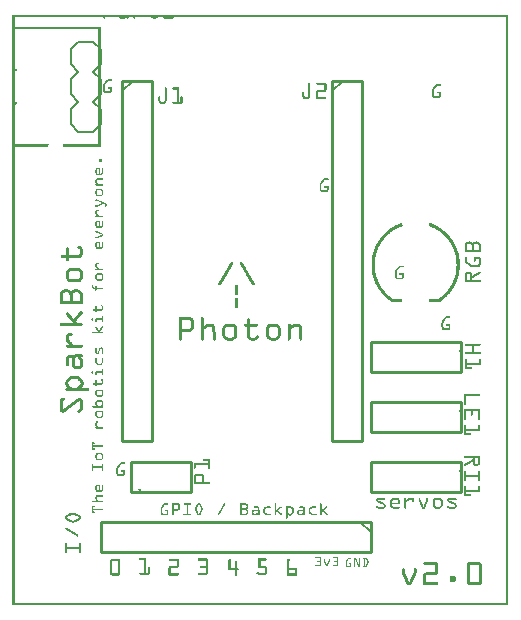
<source format=gto>
G04 MADE WITH FRITZING*
G04 WWW.FRITZING.ORG*
G04 DOUBLE SIDED*
G04 HOLES PLATED*
G04 CONTOUR ON CENTER OF CONTOUR VECTOR*
%ASAXBY*%
%FSLAX23Y23*%
%MOIN*%
%OFA0B0*%
%SFA1.0B1.0*%
%ADD10C,0.008000*%
%ADD11C,0.010000*%
%ADD12C,0.005000*%
%ADD13R,0.001000X0.001000*%
%LNSILK1*%
G90*
G70*
G54D10*
X219Y1780D02*
X194Y1805D01*
D02*
X194Y1805D02*
X194Y1855D01*
D02*
X194Y1855D02*
X219Y1880D01*
D02*
X269Y1880D02*
X294Y1855D01*
D02*
X294Y1855D02*
X294Y1805D01*
D02*
X294Y1805D02*
X269Y1780D01*
D02*
X194Y1605D02*
X194Y1655D01*
D02*
X194Y1655D02*
X219Y1680D01*
D02*
X269Y1680D02*
X294Y1655D01*
D02*
X219Y1680D02*
X194Y1705D01*
D02*
X194Y1705D02*
X194Y1755D01*
D02*
X194Y1755D02*
X219Y1780D01*
D02*
X269Y1780D02*
X294Y1755D01*
D02*
X294Y1755D02*
X294Y1705D01*
D02*
X294Y1705D02*
X269Y1680D01*
D02*
X219Y1580D02*
X269Y1580D01*
D02*
X194Y1605D02*
X219Y1580D01*
D02*
X269Y1580D02*
X294Y1605D01*
D02*
X294Y1655D02*
X294Y1605D01*
D02*
X219Y1880D02*
X269Y1880D01*
G54D11*
D02*
X366Y1749D02*
X366Y549D01*
D02*
X366Y549D02*
X466Y549D01*
D02*
X466Y549D02*
X466Y1749D01*
D02*
X466Y1749D02*
X366Y1749D01*
G54D12*
D02*
X366Y1714D02*
X401Y1749D01*
G54D11*
D02*
X1066Y1749D02*
X1066Y549D01*
D02*
X1066Y549D02*
X1166Y549D01*
D02*
X1166Y549D02*
X1166Y1749D01*
D02*
X1166Y1749D02*
X1066Y1749D01*
G54D12*
D02*
X1066Y1714D02*
X1101Y1749D01*
G54D11*
D02*
X394Y380D02*
X594Y380D01*
D02*
X594Y380D02*
X594Y480D01*
D02*
X594Y480D02*
X394Y480D01*
D02*
X394Y480D02*
X394Y380D01*
D02*
X1194Y280D02*
X294Y280D01*
D02*
X294Y280D02*
X294Y180D01*
D02*
X294Y180D02*
X1194Y180D01*
D02*
X1194Y180D02*
X1194Y280D01*
G54D12*
D02*
X1159Y280D02*
X1194Y245D01*
G54D11*
D02*
X1494Y480D02*
X1194Y480D01*
D02*
X1194Y480D02*
X1194Y380D01*
D02*
X1194Y380D02*
X1494Y380D01*
D02*
X1494Y380D02*
X1494Y480D01*
D02*
X1494Y680D02*
X1194Y680D01*
D02*
X1194Y680D02*
X1194Y580D01*
D02*
X1194Y580D02*
X1494Y580D01*
D02*
X1494Y580D02*
X1494Y680D01*
D02*
X1494Y880D02*
X1194Y880D01*
D02*
X1194Y880D02*
X1194Y780D01*
D02*
X1194Y780D02*
X1494Y780D01*
D02*
X1494Y780D02*
X1494Y880D01*
G54D13*
X0Y1969D02*
X1652Y1969D01*
X0Y1968D02*
X1652Y1968D01*
X0Y1967D02*
X1652Y1967D01*
X0Y1966D02*
X1652Y1966D01*
X0Y1965D02*
X1652Y1965D01*
X0Y1964D02*
X1652Y1964D01*
X0Y1963D02*
X1652Y1963D01*
X0Y1962D02*
X1652Y1962D01*
X0Y1961D02*
X7Y1961D01*
X302Y1961D02*
X308Y1961D01*
X354Y1961D02*
X386Y1961D01*
X403Y1961D02*
X409Y1961D01*
X461Y1961D02*
X484Y1961D01*
X503Y1961D02*
X537Y1961D01*
X1645Y1961D02*
X1652Y1961D01*
X0Y1960D02*
X7Y1960D01*
X302Y1960D02*
X308Y1960D01*
X355Y1960D02*
X386Y1960D01*
X403Y1960D02*
X409Y1960D01*
X462Y1960D02*
X484Y1960D01*
X503Y1960D02*
X537Y1960D01*
X1645Y1960D02*
X1652Y1960D01*
X0Y1959D02*
X7Y1959D01*
X302Y1959D02*
X308Y1959D01*
X356Y1959D02*
X377Y1959D01*
X380Y1959D02*
X386Y1959D01*
X403Y1959D02*
X408Y1959D01*
X463Y1959D02*
X483Y1959D01*
X503Y1959D02*
X536Y1959D01*
X1645Y1959D02*
X1652Y1959D01*
X0Y1958D02*
X7Y1958D01*
X303Y1958D02*
X308Y1958D01*
X357Y1958D02*
X376Y1958D01*
X381Y1958D02*
X385Y1958D01*
X403Y1958D02*
X408Y1958D01*
X465Y1958D02*
X481Y1958D01*
X504Y1958D02*
X536Y1958D01*
X1645Y1958D02*
X1652Y1958D01*
X0Y1957D02*
X7Y1957D01*
X304Y1957D02*
X307Y1957D01*
X359Y1957D02*
X374Y1957D01*
X382Y1957D02*
X384Y1957D01*
X404Y1957D02*
X407Y1957D01*
X467Y1957D02*
X479Y1957D01*
X505Y1957D02*
X535Y1957D01*
X1645Y1957D02*
X1652Y1957D01*
X0Y1956D02*
X7Y1956D01*
X1645Y1956D02*
X1652Y1956D01*
X0Y1955D02*
X7Y1955D01*
X1645Y1955D02*
X1652Y1955D01*
X0Y1954D02*
X7Y1954D01*
X1645Y1954D02*
X1652Y1954D01*
X0Y1953D02*
X7Y1953D01*
X1645Y1953D02*
X1652Y1953D01*
X0Y1952D02*
X7Y1952D01*
X1645Y1952D02*
X1652Y1952D01*
X0Y1951D02*
X7Y1951D01*
X1645Y1951D02*
X1652Y1951D01*
X0Y1950D02*
X7Y1950D01*
X1645Y1950D02*
X1652Y1950D01*
X0Y1949D02*
X7Y1949D01*
X1645Y1949D02*
X1652Y1949D01*
X0Y1948D02*
X7Y1948D01*
X1645Y1948D02*
X1652Y1948D01*
X0Y1947D02*
X7Y1947D01*
X1645Y1947D02*
X1652Y1947D01*
X0Y1946D02*
X7Y1946D01*
X1645Y1946D02*
X1652Y1946D01*
X0Y1945D02*
X7Y1945D01*
X1645Y1945D02*
X1652Y1945D01*
X0Y1944D02*
X7Y1944D01*
X1645Y1944D02*
X1652Y1944D01*
X0Y1943D02*
X7Y1943D01*
X1645Y1943D02*
X1652Y1943D01*
X0Y1942D02*
X7Y1942D01*
X1645Y1942D02*
X1652Y1942D01*
X0Y1941D02*
X7Y1941D01*
X1645Y1941D02*
X1652Y1941D01*
X0Y1940D02*
X7Y1940D01*
X1645Y1940D02*
X1652Y1940D01*
X0Y1939D02*
X7Y1939D01*
X1645Y1939D02*
X1652Y1939D01*
X0Y1938D02*
X7Y1938D01*
X1645Y1938D02*
X1652Y1938D01*
X0Y1937D02*
X7Y1937D01*
X1645Y1937D02*
X1652Y1937D01*
X0Y1936D02*
X7Y1936D01*
X1645Y1936D02*
X1652Y1936D01*
X0Y1935D02*
X7Y1935D01*
X1645Y1935D02*
X1652Y1935D01*
X0Y1934D02*
X7Y1934D01*
X1645Y1934D02*
X1652Y1934D01*
X0Y1933D02*
X7Y1933D01*
X1645Y1933D02*
X1652Y1933D01*
X0Y1932D02*
X7Y1932D01*
X1645Y1932D02*
X1652Y1932D01*
X0Y1931D02*
X7Y1931D01*
X1645Y1931D02*
X1652Y1931D01*
X0Y1930D02*
X293Y1930D01*
X1645Y1930D02*
X1652Y1930D01*
X0Y1929D02*
X293Y1929D01*
X1645Y1929D02*
X1652Y1929D01*
X0Y1928D02*
X293Y1928D01*
X1645Y1928D02*
X1652Y1928D01*
X0Y1927D02*
X293Y1927D01*
X1645Y1927D02*
X1652Y1927D01*
X0Y1926D02*
X293Y1926D01*
X1645Y1926D02*
X1652Y1926D01*
X0Y1925D02*
X293Y1925D01*
X1645Y1925D02*
X1652Y1925D01*
X0Y1924D02*
X293Y1924D01*
X1645Y1924D02*
X1652Y1924D01*
X0Y1923D02*
X293Y1923D01*
X1645Y1923D02*
X1652Y1923D01*
X0Y1922D02*
X7Y1922D01*
X286Y1922D02*
X293Y1922D01*
X1645Y1922D02*
X1652Y1922D01*
X0Y1921D02*
X7Y1921D01*
X286Y1921D02*
X293Y1921D01*
X1645Y1921D02*
X1652Y1921D01*
X0Y1920D02*
X7Y1920D01*
X286Y1920D02*
X293Y1920D01*
X1645Y1920D02*
X1652Y1920D01*
X0Y1919D02*
X7Y1919D01*
X286Y1919D02*
X293Y1919D01*
X1645Y1919D02*
X1652Y1919D01*
X0Y1918D02*
X7Y1918D01*
X286Y1918D02*
X293Y1918D01*
X1645Y1918D02*
X1652Y1918D01*
X0Y1917D02*
X7Y1917D01*
X286Y1917D02*
X293Y1917D01*
X1645Y1917D02*
X1652Y1917D01*
X0Y1916D02*
X7Y1916D01*
X286Y1916D02*
X293Y1916D01*
X1645Y1916D02*
X1652Y1916D01*
X0Y1915D02*
X7Y1915D01*
X286Y1915D02*
X293Y1915D01*
X1645Y1915D02*
X1652Y1915D01*
X0Y1914D02*
X7Y1914D01*
X286Y1914D02*
X293Y1914D01*
X1645Y1914D02*
X1652Y1914D01*
X0Y1913D02*
X7Y1913D01*
X286Y1913D02*
X293Y1913D01*
X1645Y1913D02*
X1652Y1913D01*
X0Y1912D02*
X7Y1912D01*
X286Y1912D02*
X293Y1912D01*
X1645Y1912D02*
X1652Y1912D01*
X0Y1911D02*
X7Y1911D01*
X286Y1911D02*
X293Y1911D01*
X1645Y1911D02*
X1652Y1911D01*
X0Y1910D02*
X7Y1910D01*
X286Y1910D02*
X293Y1910D01*
X1645Y1910D02*
X1652Y1910D01*
X0Y1909D02*
X7Y1909D01*
X286Y1909D02*
X293Y1909D01*
X1645Y1909D02*
X1652Y1909D01*
X0Y1908D02*
X7Y1908D01*
X286Y1908D02*
X293Y1908D01*
X1645Y1908D02*
X1652Y1908D01*
X0Y1907D02*
X7Y1907D01*
X286Y1907D02*
X293Y1907D01*
X1645Y1907D02*
X1652Y1907D01*
X0Y1906D02*
X7Y1906D01*
X286Y1906D02*
X293Y1906D01*
X1645Y1906D02*
X1652Y1906D01*
X0Y1905D02*
X7Y1905D01*
X286Y1905D02*
X293Y1905D01*
X1645Y1905D02*
X1652Y1905D01*
X0Y1904D02*
X7Y1904D01*
X286Y1904D02*
X293Y1904D01*
X1645Y1904D02*
X1652Y1904D01*
X0Y1903D02*
X7Y1903D01*
X286Y1903D02*
X293Y1903D01*
X1645Y1903D02*
X1652Y1903D01*
X0Y1902D02*
X7Y1902D01*
X286Y1902D02*
X293Y1902D01*
X1645Y1902D02*
X1652Y1902D01*
X0Y1901D02*
X7Y1901D01*
X286Y1901D02*
X293Y1901D01*
X1645Y1901D02*
X1652Y1901D01*
X0Y1900D02*
X7Y1900D01*
X286Y1900D02*
X293Y1900D01*
X1645Y1900D02*
X1652Y1900D01*
X0Y1899D02*
X7Y1899D01*
X286Y1899D02*
X293Y1899D01*
X1645Y1899D02*
X1652Y1899D01*
X0Y1898D02*
X7Y1898D01*
X286Y1898D02*
X293Y1898D01*
X1645Y1898D02*
X1652Y1898D01*
X0Y1897D02*
X7Y1897D01*
X286Y1897D02*
X293Y1897D01*
X1645Y1897D02*
X1652Y1897D01*
X0Y1896D02*
X7Y1896D01*
X286Y1896D02*
X293Y1896D01*
X1645Y1896D02*
X1652Y1896D01*
X0Y1895D02*
X7Y1895D01*
X286Y1895D02*
X293Y1895D01*
X1645Y1895D02*
X1652Y1895D01*
X0Y1894D02*
X7Y1894D01*
X286Y1894D02*
X293Y1894D01*
X1645Y1894D02*
X1652Y1894D01*
X0Y1893D02*
X7Y1893D01*
X286Y1893D02*
X293Y1893D01*
X1645Y1893D02*
X1652Y1893D01*
X0Y1892D02*
X7Y1892D01*
X286Y1892D02*
X293Y1892D01*
X1645Y1892D02*
X1652Y1892D01*
X0Y1891D02*
X7Y1891D01*
X286Y1891D02*
X293Y1891D01*
X1645Y1891D02*
X1652Y1891D01*
X0Y1890D02*
X7Y1890D01*
X286Y1890D02*
X293Y1890D01*
X1645Y1890D02*
X1652Y1890D01*
X0Y1889D02*
X7Y1889D01*
X286Y1889D02*
X293Y1889D01*
X1645Y1889D02*
X1652Y1889D01*
X0Y1888D02*
X7Y1888D01*
X286Y1888D02*
X293Y1888D01*
X1645Y1888D02*
X1652Y1888D01*
X0Y1887D02*
X7Y1887D01*
X286Y1887D02*
X293Y1887D01*
X1645Y1887D02*
X1652Y1887D01*
X0Y1886D02*
X7Y1886D01*
X286Y1886D02*
X293Y1886D01*
X1645Y1886D02*
X1652Y1886D01*
X0Y1885D02*
X7Y1885D01*
X286Y1885D02*
X293Y1885D01*
X1645Y1885D02*
X1652Y1885D01*
X0Y1884D02*
X7Y1884D01*
X286Y1884D02*
X293Y1884D01*
X1645Y1884D02*
X1652Y1884D01*
X0Y1883D02*
X7Y1883D01*
X286Y1883D02*
X293Y1883D01*
X1645Y1883D02*
X1652Y1883D01*
X0Y1882D02*
X7Y1882D01*
X286Y1882D02*
X293Y1882D01*
X1645Y1882D02*
X1652Y1882D01*
X0Y1881D02*
X7Y1881D01*
X286Y1881D02*
X293Y1881D01*
X1645Y1881D02*
X1652Y1881D01*
X0Y1880D02*
X7Y1880D01*
X286Y1880D02*
X293Y1880D01*
X1645Y1880D02*
X1652Y1880D01*
X0Y1879D02*
X7Y1879D01*
X286Y1879D02*
X293Y1879D01*
X1645Y1879D02*
X1652Y1879D01*
X0Y1878D02*
X7Y1878D01*
X286Y1878D02*
X293Y1878D01*
X1645Y1878D02*
X1652Y1878D01*
X0Y1877D02*
X7Y1877D01*
X286Y1877D02*
X293Y1877D01*
X1645Y1877D02*
X1652Y1877D01*
X0Y1876D02*
X7Y1876D01*
X286Y1876D02*
X293Y1876D01*
X1645Y1876D02*
X1652Y1876D01*
X0Y1875D02*
X7Y1875D01*
X286Y1875D02*
X293Y1875D01*
X1645Y1875D02*
X1652Y1875D01*
X0Y1874D02*
X7Y1874D01*
X286Y1874D02*
X293Y1874D01*
X1645Y1874D02*
X1652Y1874D01*
X0Y1873D02*
X7Y1873D01*
X286Y1873D02*
X293Y1873D01*
X1645Y1873D02*
X1652Y1873D01*
X0Y1872D02*
X7Y1872D01*
X286Y1872D02*
X293Y1872D01*
X1645Y1872D02*
X1652Y1872D01*
X0Y1871D02*
X7Y1871D01*
X286Y1871D02*
X293Y1871D01*
X1645Y1871D02*
X1652Y1871D01*
X0Y1870D02*
X7Y1870D01*
X286Y1870D02*
X293Y1870D01*
X1645Y1870D02*
X1652Y1870D01*
X0Y1869D02*
X7Y1869D01*
X286Y1869D02*
X293Y1869D01*
X1645Y1869D02*
X1652Y1869D01*
X0Y1868D02*
X7Y1868D01*
X286Y1868D02*
X293Y1868D01*
X1645Y1868D02*
X1652Y1868D01*
X0Y1867D02*
X7Y1867D01*
X286Y1867D02*
X293Y1867D01*
X1645Y1867D02*
X1652Y1867D01*
X0Y1866D02*
X7Y1866D01*
X286Y1866D02*
X293Y1866D01*
X1645Y1866D02*
X1652Y1866D01*
X0Y1865D02*
X7Y1865D01*
X286Y1865D02*
X293Y1865D01*
X1645Y1865D02*
X1652Y1865D01*
X0Y1864D02*
X7Y1864D01*
X286Y1864D02*
X293Y1864D01*
X1645Y1864D02*
X1652Y1864D01*
X0Y1863D02*
X7Y1863D01*
X286Y1863D02*
X293Y1863D01*
X1645Y1863D02*
X1652Y1863D01*
X0Y1862D02*
X7Y1862D01*
X286Y1862D02*
X293Y1862D01*
X1645Y1862D02*
X1652Y1862D01*
X0Y1861D02*
X7Y1861D01*
X286Y1861D02*
X293Y1861D01*
X1645Y1861D02*
X1652Y1861D01*
X0Y1860D02*
X7Y1860D01*
X286Y1860D02*
X293Y1860D01*
X1645Y1860D02*
X1652Y1860D01*
X0Y1859D02*
X7Y1859D01*
X286Y1859D02*
X293Y1859D01*
X1645Y1859D02*
X1652Y1859D01*
X0Y1858D02*
X7Y1858D01*
X286Y1858D02*
X293Y1858D01*
X1645Y1858D02*
X1652Y1858D01*
X0Y1857D02*
X7Y1857D01*
X286Y1857D02*
X293Y1857D01*
X1645Y1857D02*
X1652Y1857D01*
X0Y1856D02*
X7Y1856D01*
X286Y1856D02*
X293Y1856D01*
X1645Y1856D02*
X1652Y1856D01*
X0Y1855D02*
X7Y1855D01*
X286Y1855D02*
X293Y1855D01*
X1645Y1855D02*
X1652Y1855D01*
X0Y1854D02*
X7Y1854D01*
X286Y1854D02*
X293Y1854D01*
X1645Y1854D02*
X1652Y1854D01*
X0Y1853D02*
X7Y1853D01*
X286Y1853D02*
X293Y1853D01*
X1645Y1853D02*
X1652Y1853D01*
X0Y1852D02*
X7Y1852D01*
X286Y1852D02*
X293Y1852D01*
X1645Y1852D02*
X1652Y1852D01*
X0Y1851D02*
X7Y1851D01*
X286Y1851D02*
X293Y1851D01*
X1645Y1851D02*
X1652Y1851D01*
X0Y1850D02*
X7Y1850D01*
X286Y1850D02*
X293Y1850D01*
X1645Y1850D02*
X1652Y1850D01*
X0Y1849D02*
X7Y1849D01*
X286Y1849D02*
X293Y1849D01*
X1645Y1849D02*
X1652Y1849D01*
X0Y1848D02*
X7Y1848D01*
X286Y1848D02*
X293Y1848D01*
X1645Y1848D02*
X1652Y1848D01*
X0Y1847D02*
X7Y1847D01*
X286Y1847D02*
X293Y1847D01*
X1645Y1847D02*
X1652Y1847D01*
X0Y1846D02*
X7Y1846D01*
X286Y1846D02*
X293Y1846D01*
X1645Y1846D02*
X1652Y1846D01*
X0Y1845D02*
X7Y1845D01*
X286Y1845D02*
X293Y1845D01*
X1645Y1845D02*
X1652Y1845D01*
X0Y1844D02*
X7Y1844D01*
X286Y1844D02*
X293Y1844D01*
X1645Y1844D02*
X1652Y1844D01*
X0Y1843D02*
X7Y1843D01*
X286Y1843D02*
X293Y1843D01*
X1645Y1843D02*
X1652Y1843D01*
X0Y1842D02*
X7Y1842D01*
X286Y1842D02*
X293Y1842D01*
X1645Y1842D02*
X1652Y1842D01*
X0Y1841D02*
X7Y1841D01*
X286Y1841D02*
X293Y1841D01*
X1645Y1841D02*
X1652Y1841D01*
X0Y1840D02*
X7Y1840D01*
X286Y1840D02*
X293Y1840D01*
X1645Y1840D02*
X1652Y1840D01*
X0Y1839D02*
X7Y1839D01*
X286Y1839D02*
X293Y1839D01*
X1645Y1839D02*
X1652Y1839D01*
X0Y1838D02*
X7Y1838D01*
X286Y1838D02*
X293Y1838D01*
X1645Y1838D02*
X1652Y1838D01*
X0Y1837D02*
X7Y1837D01*
X286Y1837D02*
X293Y1837D01*
X1645Y1837D02*
X1652Y1837D01*
X0Y1836D02*
X7Y1836D01*
X286Y1836D02*
X293Y1836D01*
X1645Y1836D02*
X1652Y1836D01*
X0Y1835D02*
X7Y1835D01*
X286Y1835D02*
X293Y1835D01*
X1645Y1835D02*
X1652Y1835D01*
X0Y1834D02*
X7Y1834D01*
X286Y1834D02*
X293Y1834D01*
X1645Y1834D02*
X1652Y1834D01*
X0Y1833D02*
X7Y1833D01*
X286Y1833D02*
X293Y1833D01*
X1645Y1833D02*
X1652Y1833D01*
X0Y1832D02*
X7Y1832D01*
X286Y1832D02*
X293Y1832D01*
X1645Y1832D02*
X1652Y1832D01*
X0Y1831D02*
X7Y1831D01*
X286Y1831D02*
X293Y1831D01*
X1645Y1831D02*
X1652Y1831D01*
X0Y1830D02*
X7Y1830D01*
X286Y1830D02*
X293Y1830D01*
X1645Y1830D02*
X1652Y1830D01*
X0Y1829D02*
X7Y1829D01*
X286Y1829D02*
X293Y1829D01*
X1645Y1829D02*
X1652Y1829D01*
X0Y1828D02*
X7Y1828D01*
X286Y1828D02*
X293Y1828D01*
X1645Y1828D02*
X1652Y1828D01*
X0Y1827D02*
X7Y1827D01*
X286Y1827D02*
X293Y1827D01*
X1645Y1827D02*
X1652Y1827D01*
X0Y1826D02*
X7Y1826D01*
X286Y1826D02*
X293Y1826D01*
X1645Y1826D02*
X1652Y1826D01*
X0Y1825D02*
X7Y1825D01*
X286Y1825D02*
X293Y1825D01*
X1645Y1825D02*
X1652Y1825D01*
X0Y1824D02*
X7Y1824D01*
X286Y1824D02*
X293Y1824D01*
X1645Y1824D02*
X1652Y1824D01*
X0Y1823D02*
X7Y1823D01*
X286Y1823D02*
X293Y1823D01*
X1645Y1823D02*
X1652Y1823D01*
X0Y1822D02*
X7Y1822D01*
X286Y1822D02*
X293Y1822D01*
X1645Y1822D02*
X1652Y1822D01*
X0Y1821D02*
X7Y1821D01*
X286Y1821D02*
X293Y1821D01*
X1645Y1821D02*
X1652Y1821D01*
X0Y1820D02*
X7Y1820D01*
X286Y1820D02*
X293Y1820D01*
X1645Y1820D02*
X1652Y1820D01*
X0Y1819D02*
X7Y1819D01*
X286Y1819D02*
X293Y1819D01*
X1645Y1819D02*
X1652Y1819D01*
X0Y1818D02*
X7Y1818D01*
X286Y1818D02*
X293Y1818D01*
X1645Y1818D02*
X1652Y1818D01*
X0Y1817D02*
X7Y1817D01*
X286Y1817D02*
X293Y1817D01*
X1645Y1817D02*
X1652Y1817D01*
X0Y1816D02*
X7Y1816D01*
X286Y1816D02*
X293Y1816D01*
X1645Y1816D02*
X1652Y1816D01*
X0Y1815D02*
X7Y1815D01*
X286Y1815D02*
X293Y1815D01*
X1645Y1815D02*
X1652Y1815D01*
X0Y1814D02*
X7Y1814D01*
X286Y1814D02*
X293Y1814D01*
X1645Y1814D02*
X1652Y1814D01*
X0Y1813D02*
X7Y1813D01*
X286Y1813D02*
X293Y1813D01*
X1645Y1813D02*
X1652Y1813D01*
X0Y1812D02*
X7Y1812D01*
X286Y1812D02*
X293Y1812D01*
X1645Y1812D02*
X1652Y1812D01*
X0Y1811D02*
X7Y1811D01*
X286Y1811D02*
X293Y1811D01*
X1645Y1811D02*
X1652Y1811D01*
X0Y1810D02*
X7Y1810D01*
X286Y1810D02*
X293Y1810D01*
X1645Y1810D02*
X1652Y1810D01*
X0Y1809D02*
X7Y1809D01*
X286Y1809D02*
X293Y1809D01*
X1645Y1809D02*
X1652Y1809D01*
X0Y1808D02*
X7Y1808D01*
X286Y1808D02*
X293Y1808D01*
X1645Y1808D02*
X1652Y1808D01*
X0Y1807D02*
X7Y1807D01*
X286Y1807D02*
X293Y1807D01*
X1645Y1807D02*
X1652Y1807D01*
X0Y1806D02*
X7Y1806D01*
X286Y1806D02*
X293Y1806D01*
X1645Y1806D02*
X1652Y1806D01*
X0Y1805D02*
X7Y1805D01*
X286Y1805D02*
X293Y1805D01*
X1645Y1805D02*
X1652Y1805D01*
X0Y1804D02*
X7Y1804D01*
X286Y1804D02*
X293Y1804D01*
X1645Y1804D02*
X1652Y1804D01*
X0Y1803D02*
X7Y1803D01*
X286Y1803D02*
X293Y1803D01*
X1645Y1803D02*
X1652Y1803D01*
X0Y1802D02*
X7Y1802D01*
X286Y1802D02*
X293Y1802D01*
X1645Y1802D02*
X1652Y1802D01*
X0Y1801D02*
X7Y1801D01*
X286Y1801D02*
X293Y1801D01*
X1645Y1801D02*
X1652Y1801D01*
X0Y1800D02*
X7Y1800D01*
X286Y1800D02*
X293Y1800D01*
X1645Y1800D02*
X1652Y1800D01*
X0Y1799D02*
X7Y1799D01*
X286Y1799D02*
X293Y1799D01*
X1645Y1799D02*
X1652Y1799D01*
X0Y1798D02*
X7Y1798D01*
X286Y1798D02*
X293Y1798D01*
X1645Y1798D02*
X1652Y1798D01*
X0Y1797D02*
X7Y1797D01*
X286Y1797D02*
X293Y1797D01*
X1645Y1797D02*
X1652Y1797D01*
X0Y1796D02*
X7Y1796D01*
X286Y1796D02*
X293Y1796D01*
X1645Y1796D02*
X1652Y1796D01*
X0Y1795D02*
X7Y1795D01*
X286Y1795D02*
X293Y1795D01*
X1645Y1795D02*
X1652Y1795D01*
X0Y1794D02*
X7Y1794D01*
X286Y1794D02*
X293Y1794D01*
X1645Y1794D02*
X1652Y1794D01*
X0Y1793D02*
X7Y1793D01*
X286Y1793D02*
X293Y1793D01*
X1645Y1793D02*
X1652Y1793D01*
X0Y1792D02*
X7Y1792D01*
X286Y1792D02*
X293Y1792D01*
X1645Y1792D02*
X1652Y1792D01*
X0Y1791D02*
X7Y1791D01*
X286Y1791D02*
X293Y1791D01*
X1645Y1791D02*
X1652Y1791D01*
X0Y1790D02*
X13Y1790D01*
X286Y1790D02*
X293Y1790D01*
X1645Y1790D02*
X1652Y1790D01*
X0Y1789D02*
X14Y1789D01*
X286Y1789D02*
X293Y1789D01*
X1645Y1789D02*
X1652Y1789D01*
X0Y1788D02*
X14Y1788D01*
X286Y1788D02*
X293Y1788D01*
X1645Y1788D02*
X1652Y1788D01*
X0Y1787D02*
X14Y1787D01*
X286Y1787D02*
X293Y1787D01*
X1645Y1787D02*
X1652Y1787D01*
X0Y1786D02*
X14Y1786D01*
X286Y1786D02*
X293Y1786D01*
X1645Y1786D02*
X1652Y1786D01*
X0Y1785D02*
X14Y1785D01*
X286Y1785D02*
X293Y1785D01*
X1645Y1785D02*
X1652Y1785D01*
X0Y1784D02*
X13Y1784D01*
X286Y1784D02*
X293Y1784D01*
X1645Y1784D02*
X1652Y1784D01*
X0Y1783D02*
X12Y1783D01*
X286Y1783D02*
X293Y1783D01*
X1645Y1783D02*
X1652Y1783D01*
X0Y1782D02*
X7Y1782D01*
X286Y1782D02*
X293Y1782D01*
X1645Y1782D02*
X1652Y1782D01*
X0Y1781D02*
X7Y1781D01*
X286Y1781D02*
X293Y1781D01*
X1645Y1781D02*
X1652Y1781D01*
X0Y1780D02*
X7Y1780D01*
X286Y1780D02*
X293Y1780D01*
X1645Y1780D02*
X1652Y1780D01*
X0Y1779D02*
X7Y1779D01*
X286Y1779D02*
X293Y1779D01*
X1645Y1779D02*
X1652Y1779D01*
X0Y1778D02*
X7Y1778D01*
X286Y1778D02*
X293Y1778D01*
X1645Y1778D02*
X1652Y1778D01*
X0Y1777D02*
X7Y1777D01*
X286Y1777D02*
X293Y1777D01*
X1645Y1777D02*
X1652Y1777D01*
X0Y1776D02*
X7Y1776D01*
X286Y1776D02*
X293Y1776D01*
X1645Y1776D02*
X1652Y1776D01*
X0Y1775D02*
X7Y1775D01*
X286Y1775D02*
X293Y1775D01*
X1645Y1775D02*
X1652Y1775D01*
X0Y1774D02*
X7Y1774D01*
X286Y1774D02*
X293Y1774D01*
X1645Y1774D02*
X1652Y1774D01*
X0Y1773D02*
X7Y1773D01*
X286Y1773D02*
X293Y1773D01*
X1645Y1773D02*
X1652Y1773D01*
X0Y1772D02*
X7Y1772D01*
X286Y1772D02*
X293Y1772D01*
X1645Y1772D02*
X1652Y1772D01*
X0Y1771D02*
X7Y1771D01*
X286Y1771D02*
X293Y1771D01*
X1645Y1771D02*
X1652Y1771D01*
X0Y1770D02*
X7Y1770D01*
X286Y1770D02*
X293Y1770D01*
X1645Y1770D02*
X1652Y1770D01*
X0Y1769D02*
X7Y1769D01*
X286Y1769D02*
X293Y1769D01*
X1645Y1769D02*
X1652Y1769D01*
X0Y1768D02*
X7Y1768D01*
X286Y1768D02*
X293Y1768D01*
X1645Y1768D02*
X1652Y1768D01*
X0Y1767D02*
X7Y1767D01*
X286Y1767D02*
X293Y1767D01*
X1645Y1767D02*
X1652Y1767D01*
X0Y1766D02*
X7Y1766D01*
X286Y1766D02*
X293Y1766D01*
X1645Y1766D02*
X1652Y1766D01*
X0Y1765D02*
X7Y1765D01*
X286Y1765D02*
X293Y1765D01*
X1645Y1765D02*
X1652Y1765D01*
X0Y1764D02*
X7Y1764D01*
X286Y1764D02*
X293Y1764D01*
X1645Y1764D02*
X1652Y1764D01*
X0Y1763D02*
X7Y1763D01*
X286Y1763D02*
X293Y1763D01*
X1645Y1763D02*
X1652Y1763D01*
X0Y1762D02*
X7Y1762D01*
X286Y1762D02*
X293Y1762D01*
X1645Y1762D02*
X1652Y1762D01*
X0Y1761D02*
X7Y1761D01*
X286Y1761D02*
X293Y1761D01*
X1645Y1761D02*
X1652Y1761D01*
X0Y1760D02*
X7Y1760D01*
X286Y1760D02*
X293Y1760D01*
X1645Y1760D02*
X1652Y1760D01*
X0Y1759D02*
X7Y1759D01*
X286Y1759D02*
X293Y1759D01*
X1645Y1759D02*
X1652Y1759D01*
X0Y1758D02*
X7Y1758D01*
X286Y1758D02*
X293Y1758D01*
X1645Y1758D02*
X1652Y1758D01*
X0Y1757D02*
X7Y1757D01*
X286Y1757D02*
X293Y1757D01*
X1645Y1757D02*
X1652Y1757D01*
X0Y1756D02*
X7Y1756D01*
X286Y1756D02*
X293Y1756D01*
X1645Y1756D02*
X1652Y1756D01*
X0Y1755D02*
X7Y1755D01*
X286Y1755D02*
X293Y1755D01*
X1645Y1755D02*
X1652Y1755D01*
X0Y1754D02*
X7Y1754D01*
X286Y1754D02*
X293Y1754D01*
X317Y1754D02*
X330Y1754D01*
X1645Y1754D02*
X1652Y1754D01*
X0Y1753D02*
X7Y1753D01*
X286Y1753D02*
X293Y1753D01*
X315Y1753D02*
X331Y1753D01*
X1645Y1753D02*
X1652Y1753D01*
X0Y1752D02*
X7Y1752D01*
X286Y1752D02*
X293Y1752D01*
X314Y1752D02*
X331Y1752D01*
X1645Y1752D02*
X1652Y1752D01*
X0Y1751D02*
X7Y1751D01*
X286Y1751D02*
X293Y1751D01*
X313Y1751D02*
X331Y1751D01*
X1645Y1751D02*
X1652Y1751D01*
X0Y1750D02*
X7Y1750D01*
X286Y1750D02*
X293Y1750D01*
X312Y1750D02*
X331Y1750D01*
X1645Y1750D02*
X1652Y1750D01*
X0Y1749D02*
X7Y1749D01*
X286Y1749D02*
X293Y1749D01*
X312Y1749D02*
X330Y1749D01*
X1645Y1749D02*
X1652Y1749D01*
X0Y1748D02*
X7Y1748D01*
X286Y1748D02*
X293Y1748D01*
X311Y1748D02*
X318Y1748D01*
X1645Y1748D02*
X1652Y1748D01*
X0Y1747D02*
X7Y1747D01*
X286Y1747D02*
X293Y1747D01*
X310Y1747D02*
X317Y1747D01*
X1645Y1747D02*
X1652Y1747D01*
X0Y1746D02*
X7Y1746D01*
X286Y1746D02*
X293Y1746D01*
X309Y1746D02*
X316Y1746D01*
X1645Y1746D02*
X1652Y1746D01*
X0Y1745D02*
X7Y1745D01*
X286Y1745D02*
X293Y1745D01*
X309Y1745D02*
X315Y1745D01*
X1645Y1745D02*
X1652Y1745D01*
X0Y1744D02*
X7Y1744D01*
X286Y1744D02*
X293Y1744D01*
X308Y1744D02*
X314Y1744D01*
X1645Y1744D02*
X1652Y1744D01*
X0Y1743D02*
X7Y1743D01*
X286Y1743D02*
X293Y1743D01*
X307Y1743D02*
X314Y1743D01*
X989Y1743D02*
X990Y1743D01*
X1015Y1743D02*
X1040Y1743D01*
X1645Y1743D02*
X1652Y1743D01*
X0Y1742D02*
X7Y1742D01*
X286Y1742D02*
X293Y1742D01*
X306Y1742D02*
X313Y1742D01*
X987Y1742D02*
X991Y1742D01*
X1013Y1742D02*
X1043Y1742D01*
X1645Y1742D02*
X1652Y1742D01*
X0Y1741D02*
X7Y1741D01*
X286Y1741D02*
X293Y1741D01*
X305Y1741D02*
X312Y1741D01*
X986Y1741D02*
X992Y1741D01*
X1013Y1741D02*
X1044Y1741D01*
X1645Y1741D02*
X1652Y1741D01*
X0Y1740D02*
X7Y1740D01*
X286Y1740D02*
X293Y1740D01*
X305Y1740D02*
X311Y1740D01*
X986Y1740D02*
X992Y1740D01*
X1012Y1740D02*
X1045Y1740D01*
X1645Y1740D02*
X1652Y1740D01*
X0Y1739D02*
X7Y1739D01*
X286Y1739D02*
X293Y1739D01*
X304Y1739D02*
X310Y1739D01*
X986Y1739D02*
X992Y1739D01*
X1012Y1739D02*
X1045Y1739D01*
X1645Y1739D02*
X1652Y1739D01*
X0Y1738D02*
X7Y1738D01*
X286Y1738D02*
X293Y1738D01*
X304Y1738D02*
X310Y1738D01*
X986Y1738D02*
X992Y1738D01*
X1013Y1738D02*
X1046Y1738D01*
X1413Y1738D02*
X1426Y1738D01*
X1645Y1738D02*
X1652Y1738D01*
X0Y1737D02*
X7Y1737D01*
X286Y1737D02*
X293Y1737D01*
X303Y1737D02*
X309Y1737D01*
X986Y1737D02*
X992Y1737D01*
X1014Y1737D02*
X1046Y1737D01*
X1411Y1737D02*
X1427Y1737D01*
X1645Y1737D02*
X1652Y1737D01*
X0Y1736D02*
X7Y1736D01*
X286Y1736D02*
X293Y1736D01*
X303Y1736D02*
X308Y1736D01*
X986Y1736D02*
X992Y1736D01*
X1040Y1736D02*
X1046Y1736D01*
X1410Y1736D02*
X1427Y1736D01*
X1645Y1736D02*
X1652Y1736D01*
X0Y1735D02*
X7Y1735D01*
X286Y1735D02*
X293Y1735D01*
X303Y1735D02*
X308Y1735D01*
X986Y1735D02*
X992Y1735D01*
X1040Y1735D02*
X1046Y1735D01*
X1409Y1735D02*
X1427Y1735D01*
X1645Y1735D02*
X1652Y1735D01*
X0Y1734D02*
X7Y1734D01*
X286Y1734D02*
X293Y1734D01*
X303Y1734D02*
X308Y1734D01*
X986Y1734D02*
X992Y1734D01*
X1040Y1734D02*
X1046Y1734D01*
X1408Y1734D02*
X1427Y1734D01*
X1645Y1734D02*
X1652Y1734D01*
X0Y1733D02*
X7Y1733D01*
X286Y1733D02*
X293Y1733D01*
X303Y1733D02*
X308Y1733D01*
X986Y1733D02*
X992Y1733D01*
X1040Y1733D02*
X1046Y1733D01*
X1408Y1733D02*
X1425Y1733D01*
X1645Y1733D02*
X1652Y1733D01*
X0Y1732D02*
X7Y1732D01*
X286Y1732D02*
X293Y1732D01*
X303Y1732D02*
X308Y1732D01*
X986Y1732D02*
X992Y1732D01*
X1040Y1732D02*
X1046Y1732D01*
X1407Y1732D02*
X1414Y1732D01*
X1645Y1732D02*
X1652Y1732D01*
X0Y1731D02*
X7Y1731D01*
X286Y1731D02*
X293Y1731D01*
X303Y1731D02*
X308Y1731D01*
X986Y1731D02*
X992Y1731D01*
X1040Y1731D02*
X1046Y1731D01*
X1406Y1731D02*
X1413Y1731D01*
X1645Y1731D02*
X1652Y1731D01*
X0Y1730D02*
X7Y1730D01*
X286Y1730D02*
X293Y1730D01*
X303Y1730D02*
X308Y1730D01*
X986Y1730D02*
X992Y1730D01*
X1040Y1730D02*
X1046Y1730D01*
X1405Y1730D02*
X1412Y1730D01*
X1645Y1730D02*
X1652Y1730D01*
X0Y1729D02*
X7Y1729D01*
X286Y1729D02*
X293Y1729D01*
X303Y1729D02*
X308Y1729D01*
X319Y1729D02*
X331Y1729D01*
X986Y1729D02*
X992Y1729D01*
X1040Y1729D02*
X1046Y1729D01*
X1405Y1729D02*
X1411Y1729D01*
X1645Y1729D02*
X1652Y1729D01*
X0Y1728D02*
X7Y1728D01*
X286Y1728D02*
X293Y1728D01*
X303Y1728D02*
X308Y1728D01*
X318Y1728D02*
X331Y1728D01*
X986Y1728D02*
X992Y1728D01*
X1040Y1728D02*
X1046Y1728D01*
X1404Y1728D02*
X1410Y1728D01*
X1645Y1728D02*
X1652Y1728D01*
X0Y1727D02*
X7Y1727D01*
X286Y1727D02*
X293Y1727D01*
X303Y1727D02*
X308Y1727D01*
X317Y1727D02*
X331Y1727D01*
X508Y1727D02*
X511Y1727D01*
X534Y1727D02*
X553Y1727D01*
X986Y1727D02*
X992Y1727D01*
X1040Y1727D02*
X1046Y1727D01*
X1403Y1727D02*
X1410Y1727D01*
X1645Y1727D02*
X1652Y1727D01*
X0Y1726D02*
X7Y1726D01*
X286Y1726D02*
X293Y1726D01*
X303Y1726D02*
X308Y1726D01*
X317Y1726D02*
X331Y1726D01*
X507Y1726D02*
X512Y1726D01*
X533Y1726D02*
X553Y1726D01*
X986Y1726D02*
X992Y1726D01*
X1040Y1726D02*
X1046Y1726D01*
X1402Y1726D02*
X1409Y1726D01*
X1645Y1726D02*
X1652Y1726D01*
X0Y1725D02*
X7Y1725D01*
X286Y1725D02*
X293Y1725D01*
X303Y1725D02*
X308Y1725D01*
X318Y1725D02*
X331Y1725D01*
X507Y1725D02*
X513Y1725D01*
X533Y1725D02*
X553Y1725D01*
X986Y1725D02*
X992Y1725D01*
X1040Y1725D02*
X1046Y1725D01*
X1402Y1725D02*
X1408Y1725D01*
X1645Y1725D02*
X1652Y1725D01*
X0Y1724D02*
X7Y1724D01*
X286Y1724D02*
X293Y1724D01*
X303Y1724D02*
X308Y1724D01*
X319Y1724D02*
X331Y1724D01*
X507Y1724D02*
X513Y1724D01*
X533Y1724D02*
X553Y1724D01*
X986Y1724D02*
X992Y1724D01*
X1040Y1724D02*
X1046Y1724D01*
X1401Y1724D02*
X1407Y1724D01*
X1645Y1724D02*
X1652Y1724D01*
X0Y1723D02*
X7Y1723D01*
X286Y1723D02*
X293Y1723D01*
X303Y1723D02*
X308Y1723D01*
X326Y1723D02*
X331Y1723D01*
X507Y1723D02*
X513Y1723D01*
X533Y1723D02*
X553Y1723D01*
X986Y1723D02*
X992Y1723D01*
X1040Y1723D02*
X1046Y1723D01*
X1400Y1723D02*
X1407Y1723D01*
X1645Y1723D02*
X1652Y1723D01*
X0Y1722D02*
X7Y1722D01*
X286Y1722D02*
X293Y1722D01*
X303Y1722D02*
X308Y1722D01*
X326Y1722D02*
X331Y1722D01*
X507Y1722D02*
X513Y1722D01*
X534Y1722D02*
X553Y1722D01*
X986Y1722D02*
X992Y1722D01*
X1040Y1722D02*
X1046Y1722D01*
X1400Y1722D02*
X1406Y1722D01*
X1645Y1722D02*
X1652Y1722D01*
X0Y1721D02*
X7Y1721D01*
X286Y1721D02*
X293Y1721D01*
X303Y1721D02*
X308Y1721D01*
X326Y1721D02*
X331Y1721D01*
X507Y1721D02*
X513Y1721D01*
X535Y1721D02*
X553Y1721D01*
X986Y1721D02*
X992Y1721D01*
X1040Y1721D02*
X1046Y1721D01*
X1400Y1721D02*
X1405Y1721D01*
X1645Y1721D02*
X1652Y1721D01*
X0Y1720D02*
X7Y1720D01*
X286Y1720D02*
X293Y1720D01*
X303Y1720D02*
X308Y1720D01*
X326Y1720D02*
X331Y1720D01*
X507Y1720D02*
X513Y1720D01*
X547Y1720D02*
X553Y1720D01*
X986Y1720D02*
X992Y1720D01*
X1040Y1720D02*
X1046Y1720D01*
X1399Y1720D02*
X1405Y1720D01*
X1645Y1720D02*
X1652Y1720D01*
X0Y1719D02*
X7Y1719D01*
X286Y1719D02*
X293Y1719D01*
X303Y1719D02*
X308Y1719D01*
X326Y1719D02*
X331Y1719D01*
X507Y1719D02*
X513Y1719D01*
X547Y1719D02*
X553Y1719D01*
X986Y1719D02*
X992Y1719D01*
X1017Y1719D02*
X1046Y1719D01*
X1399Y1719D02*
X1404Y1719D01*
X1645Y1719D02*
X1652Y1719D01*
X0Y1718D02*
X7Y1718D01*
X286Y1718D02*
X293Y1718D01*
X303Y1718D02*
X308Y1718D01*
X326Y1718D02*
X331Y1718D01*
X507Y1718D02*
X513Y1718D01*
X547Y1718D02*
X553Y1718D01*
X986Y1718D02*
X992Y1718D01*
X1015Y1718D02*
X1046Y1718D01*
X1399Y1718D02*
X1404Y1718D01*
X1645Y1718D02*
X1652Y1718D01*
X0Y1717D02*
X7Y1717D01*
X286Y1717D02*
X293Y1717D01*
X303Y1717D02*
X308Y1717D01*
X326Y1717D02*
X331Y1717D01*
X507Y1717D02*
X513Y1717D01*
X547Y1717D02*
X553Y1717D01*
X986Y1717D02*
X992Y1717D01*
X1014Y1717D02*
X1045Y1717D01*
X1399Y1717D02*
X1404Y1717D01*
X1645Y1717D02*
X1652Y1717D01*
X0Y1716D02*
X7Y1716D01*
X286Y1716D02*
X293Y1716D01*
X303Y1716D02*
X308Y1716D01*
X326Y1716D02*
X331Y1716D01*
X507Y1716D02*
X513Y1716D01*
X547Y1716D02*
X553Y1716D01*
X986Y1716D02*
X992Y1716D01*
X1013Y1716D02*
X1045Y1716D01*
X1399Y1716D02*
X1404Y1716D01*
X1645Y1716D02*
X1652Y1716D01*
X0Y1715D02*
X7Y1715D01*
X286Y1715D02*
X293Y1715D01*
X303Y1715D02*
X309Y1715D01*
X325Y1715D02*
X331Y1715D01*
X507Y1715D02*
X513Y1715D01*
X547Y1715D02*
X553Y1715D01*
X986Y1715D02*
X992Y1715D01*
X1013Y1715D02*
X1044Y1715D01*
X1399Y1715D02*
X1404Y1715D01*
X1645Y1715D02*
X1652Y1715D01*
X0Y1714D02*
X7Y1714D01*
X286Y1714D02*
X293Y1714D01*
X303Y1714D02*
X330Y1714D01*
X507Y1714D02*
X513Y1714D01*
X547Y1714D02*
X553Y1714D01*
X986Y1714D02*
X992Y1714D01*
X1012Y1714D02*
X1043Y1714D01*
X1399Y1714D02*
X1404Y1714D01*
X1645Y1714D02*
X1652Y1714D01*
X0Y1713D02*
X7Y1713D01*
X286Y1713D02*
X293Y1713D01*
X304Y1713D02*
X330Y1713D01*
X507Y1713D02*
X513Y1713D01*
X547Y1713D02*
X553Y1713D01*
X967Y1713D02*
X970Y1713D01*
X986Y1713D02*
X992Y1713D01*
X1012Y1713D02*
X1041Y1713D01*
X1399Y1713D02*
X1404Y1713D01*
X1415Y1713D02*
X1427Y1713D01*
X1645Y1713D02*
X1652Y1713D01*
X0Y1712D02*
X7Y1712D01*
X286Y1712D02*
X293Y1712D01*
X304Y1712D02*
X329Y1712D01*
X507Y1712D02*
X513Y1712D01*
X547Y1712D02*
X553Y1712D01*
X966Y1712D02*
X971Y1712D01*
X986Y1712D02*
X992Y1712D01*
X1012Y1712D02*
X1018Y1712D01*
X1399Y1712D02*
X1404Y1712D01*
X1414Y1712D02*
X1427Y1712D01*
X1645Y1712D02*
X1652Y1712D01*
X0Y1711D02*
X7Y1711D01*
X286Y1711D02*
X293Y1711D01*
X305Y1711D02*
X328Y1711D01*
X507Y1711D02*
X513Y1711D01*
X547Y1711D02*
X553Y1711D01*
X966Y1711D02*
X971Y1711D01*
X986Y1711D02*
X992Y1711D01*
X1012Y1711D02*
X1018Y1711D01*
X1399Y1711D02*
X1404Y1711D01*
X1414Y1711D02*
X1427Y1711D01*
X1645Y1711D02*
X1652Y1711D01*
X0Y1710D02*
X7Y1710D01*
X286Y1710D02*
X293Y1710D01*
X307Y1710D02*
X327Y1710D01*
X507Y1710D02*
X513Y1710D01*
X547Y1710D02*
X553Y1710D01*
X966Y1710D02*
X972Y1710D01*
X986Y1710D02*
X992Y1710D01*
X1012Y1710D02*
X1018Y1710D01*
X1399Y1710D02*
X1404Y1710D01*
X1414Y1710D02*
X1427Y1710D01*
X1645Y1710D02*
X1652Y1710D01*
X0Y1709D02*
X7Y1709D01*
X286Y1709D02*
X293Y1709D01*
X308Y1709D02*
X325Y1709D01*
X507Y1709D02*
X513Y1709D01*
X547Y1709D02*
X553Y1709D01*
X965Y1709D02*
X972Y1709D01*
X986Y1709D02*
X992Y1709D01*
X1012Y1709D02*
X1018Y1709D01*
X1399Y1709D02*
X1404Y1709D01*
X1414Y1709D02*
X1427Y1709D01*
X1645Y1709D02*
X1652Y1709D01*
X0Y1708D02*
X7Y1708D01*
X286Y1708D02*
X293Y1708D01*
X507Y1708D02*
X513Y1708D01*
X547Y1708D02*
X553Y1708D01*
X965Y1708D02*
X972Y1708D01*
X986Y1708D02*
X992Y1708D01*
X1012Y1708D02*
X1018Y1708D01*
X1399Y1708D02*
X1404Y1708D01*
X1415Y1708D02*
X1427Y1708D01*
X1645Y1708D02*
X1652Y1708D01*
X0Y1707D02*
X7Y1707D01*
X286Y1707D02*
X293Y1707D01*
X507Y1707D02*
X513Y1707D01*
X547Y1707D02*
X553Y1707D01*
X965Y1707D02*
X972Y1707D01*
X986Y1707D02*
X992Y1707D01*
X1012Y1707D02*
X1018Y1707D01*
X1399Y1707D02*
X1404Y1707D01*
X1422Y1707D02*
X1427Y1707D01*
X1645Y1707D02*
X1652Y1707D01*
X0Y1706D02*
X7Y1706D01*
X286Y1706D02*
X293Y1706D01*
X507Y1706D02*
X513Y1706D01*
X547Y1706D02*
X553Y1706D01*
X965Y1706D02*
X972Y1706D01*
X986Y1706D02*
X992Y1706D01*
X1012Y1706D02*
X1018Y1706D01*
X1399Y1706D02*
X1404Y1706D01*
X1422Y1706D02*
X1427Y1706D01*
X1645Y1706D02*
X1652Y1706D01*
X0Y1705D02*
X7Y1705D01*
X286Y1705D02*
X293Y1705D01*
X507Y1705D02*
X513Y1705D01*
X547Y1705D02*
X553Y1705D01*
X965Y1705D02*
X972Y1705D01*
X986Y1705D02*
X992Y1705D01*
X1012Y1705D02*
X1018Y1705D01*
X1399Y1705D02*
X1404Y1705D01*
X1422Y1705D02*
X1427Y1705D01*
X1645Y1705D02*
X1652Y1705D01*
X0Y1704D02*
X7Y1704D01*
X286Y1704D02*
X293Y1704D01*
X507Y1704D02*
X513Y1704D01*
X547Y1704D02*
X553Y1704D01*
X965Y1704D02*
X972Y1704D01*
X986Y1704D02*
X992Y1704D01*
X1012Y1704D02*
X1018Y1704D01*
X1399Y1704D02*
X1404Y1704D01*
X1422Y1704D02*
X1427Y1704D01*
X1645Y1704D02*
X1652Y1704D01*
X0Y1703D02*
X7Y1703D01*
X286Y1703D02*
X293Y1703D01*
X507Y1703D02*
X513Y1703D01*
X547Y1703D02*
X553Y1703D01*
X965Y1703D02*
X972Y1703D01*
X986Y1703D02*
X992Y1703D01*
X1012Y1703D02*
X1018Y1703D01*
X1399Y1703D02*
X1404Y1703D01*
X1422Y1703D02*
X1427Y1703D01*
X1645Y1703D02*
X1652Y1703D01*
X0Y1702D02*
X7Y1702D01*
X286Y1702D02*
X293Y1702D01*
X507Y1702D02*
X513Y1702D01*
X547Y1702D02*
X553Y1702D01*
X965Y1702D02*
X972Y1702D01*
X986Y1702D02*
X992Y1702D01*
X1012Y1702D02*
X1018Y1702D01*
X1399Y1702D02*
X1404Y1702D01*
X1422Y1702D02*
X1427Y1702D01*
X1645Y1702D02*
X1652Y1702D01*
X0Y1701D02*
X7Y1701D01*
X286Y1701D02*
X293Y1701D01*
X507Y1701D02*
X513Y1701D01*
X547Y1701D02*
X553Y1701D01*
X965Y1701D02*
X972Y1701D01*
X986Y1701D02*
X992Y1701D01*
X1012Y1701D02*
X1018Y1701D01*
X1399Y1701D02*
X1404Y1701D01*
X1422Y1701D02*
X1427Y1701D01*
X1645Y1701D02*
X1652Y1701D01*
X0Y1700D02*
X7Y1700D01*
X286Y1700D02*
X293Y1700D01*
X507Y1700D02*
X513Y1700D01*
X547Y1700D02*
X553Y1700D01*
X965Y1700D02*
X972Y1700D01*
X986Y1700D02*
X992Y1700D01*
X1012Y1700D02*
X1018Y1700D01*
X1399Y1700D02*
X1405Y1700D01*
X1422Y1700D02*
X1427Y1700D01*
X1645Y1700D02*
X1652Y1700D01*
X0Y1699D02*
X7Y1699D01*
X286Y1699D02*
X293Y1699D01*
X507Y1699D02*
X513Y1699D01*
X547Y1699D02*
X553Y1699D01*
X966Y1699D02*
X972Y1699D01*
X986Y1699D02*
X992Y1699D01*
X1012Y1699D02*
X1018Y1699D01*
X1399Y1699D02*
X1406Y1699D01*
X1421Y1699D02*
X1427Y1699D01*
X1645Y1699D02*
X1652Y1699D01*
X0Y1698D02*
X7Y1698D01*
X286Y1698D02*
X293Y1698D01*
X489Y1698D02*
X490Y1698D01*
X507Y1698D02*
X513Y1698D01*
X547Y1698D02*
X553Y1698D01*
X563Y1698D02*
X564Y1698D01*
X966Y1698D02*
X972Y1698D01*
X986Y1698D02*
X992Y1698D01*
X1012Y1698D02*
X1018Y1698D01*
X1400Y1698D02*
X1427Y1698D01*
X1645Y1698D02*
X1652Y1698D01*
X0Y1697D02*
X7Y1697D01*
X286Y1697D02*
X293Y1697D01*
X487Y1697D02*
X491Y1697D01*
X507Y1697D02*
X513Y1697D01*
X547Y1697D02*
X553Y1697D01*
X561Y1697D02*
X565Y1697D01*
X966Y1697D02*
X973Y1697D01*
X985Y1697D02*
X992Y1697D01*
X1012Y1697D02*
X1018Y1697D01*
X1400Y1697D02*
X1426Y1697D01*
X1645Y1697D02*
X1652Y1697D01*
X0Y1696D02*
X7Y1696D01*
X286Y1696D02*
X293Y1696D01*
X486Y1696D02*
X492Y1696D01*
X507Y1696D02*
X513Y1696D01*
X547Y1696D02*
X553Y1696D01*
X561Y1696D02*
X566Y1696D01*
X966Y1696D02*
X992Y1696D01*
X1012Y1696D02*
X1043Y1696D01*
X1401Y1696D02*
X1425Y1696D01*
X1645Y1696D02*
X1652Y1696D01*
X0Y1695D02*
X7Y1695D01*
X286Y1695D02*
X293Y1695D01*
X486Y1695D02*
X492Y1695D01*
X507Y1695D02*
X513Y1695D01*
X547Y1695D02*
X553Y1695D01*
X560Y1695D02*
X566Y1695D01*
X967Y1695D02*
X991Y1695D01*
X1012Y1695D02*
X1045Y1695D01*
X1402Y1695D02*
X1424Y1695D01*
X1645Y1695D02*
X1652Y1695D01*
X0Y1694D02*
X7Y1694D01*
X286Y1694D02*
X293Y1694D01*
X486Y1694D02*
X492Y1694D01*
X507Y1694D02*
X513Y1694D01*
X547Y1694D02*
X553Y1694D01*
X560Y1694D02*
X566Y1694D01*
X967Y1694D02*
X991Y1694D01*
X1012Y1694D02*
X1045Y1694D01*
X1403Y1694D02*
X1423Y1694D01*
X1645Y1694D02*
X1652Y1694D01*
X0Y1693D02*
X7Y1693D01*
X286Y1693D02*
X293Y1693D01*
X486Y1693D02*
X492Y1693D01*
X507Y1693D02*
X513Y1693D01*
X547Y1693D02*
X553Y1693D01*
X560Y1693D02*
X566Y1693D01*
X968Y1693D02*
X990Y1693D01*
X1012Y1693D02*
X1046Y1693D01*
X1406Y1693D02*
X1421Y1693D01*
X1645Y1693D02*
X1652Y1693D01*
X0Y1692D02*
X7Y1692D01*
X286Y1692D02*
X293Y1692D01*
X486Y1692D02*
X492Y1692D01*
X507Y1692D02*
X513Y1692D01*
X547Y1692D02*
X553Y1692D01*
X560Y1692D02*
X566Y1692D01*
X969Y1692D02*
X989Y1692D01*
X1012Y1692D02*
X1046Y1692D01*
X1645Y1692D02*
X1652Y1692D01*
X0Y1691D02*
X7Y1691D01*
X286Y1691D02*
X293Y1691D01*
X486Y1691D02*
X492Y1691D01*
X507Y1691D02*
X513Y1691D01*
X547Y1691D02*
X553Y1691D01*
X560Y1691D02*
X566Y1691D01*
X970Y1691D02*
X988Y1691D01*
X1012Y1691D02*
X1045Y1691D01*
X1645Y1691D02*
X1652Y1691D01*
X0Y1690D02*
X7Y1690D01*
X286Y1690D02*
X293Y1690D01*
X486Y1690D02*
X492Y1690D01*
X507Y1690D02*
X513Y1690D01*
X547Y1690D02*
X553Y1690D01*
X560Y1690D02*
X566Y1690D01*
X972Y1690D02*
X986Y1690D01*
X1012Y1690D02*
X1045Y1690D01*
X1645Y1690D02*
X1652Y1690D01*
X0Y1689D02*
X7Y1689D01*
X286Y1689D02*
X293Y1689D01*
X486Y1689D02*
X492Y1689D01*
X507Y1689D02*
X513Y1689D01*
X547Y1689D02*
X553Y1689D01*
X560Y1689D02*
X566Y1689D01*
X1645Y1689D02*
X1652Y1689D01*
X0Y1688D02*
X7Y1688D01*
X286Y1688D02*
X293Y1688D01*
X486Y1688D02*
X492Y1688D01*
X507Y1688D02*
X513Y1688D01*
X547Y1688D02*
X553Y1688D01*
X560Y1688D02*
X566Y1688D01*
X1645Y1688D02*
X1652Y1688D01*
X0Y1687D02*
X7Y1687D01*
X286Y1687D02*
X293Y1687D01*
X486Y1687D02*
X492Y1687D01*
X507Y1687D02*
X513Y1687D01*
X547Y1687D02*
X553Y1687D01*
X560Y1687D02*
X566Y1687D01*
X1645Y1687D02*
X1652Y1687D01*
X0Y1686D02*
X7Y1686D01*
X286Y1686D02*
X293Y1686D01*
X486Y1686D02*
X492Y1686D01*
X507Y1686D02*
X513Y1686D01*
X547Y1686D02*
X553Y1686D01*
X560Y1686D02*
X566Y1686D01*
X1645Y1686D02*
X1652Y1686D01*
X0Y1685D02*
X7Y1685D01*
X286Y1685D02*
X293Y1685D01*
X486Y1685D02*
X492Y1685D01*
X507Y1685D02*
X513Y1685D01*
X547Y1685D02*
X553Y1685D01*
X560Y1685D02*
X566Y1685D01*
X1645Y1685D02*
X1652Y1685D01*
X0Y1684D02*
X7Y1684D01*
X286Y1684D02*
X293Y1684D01*
X486Y1684D02*
X492Y1684D01*
X507Y1684D02*
X513Y1684D01*
X547Y1684D02*
X553Y1684D01*
X560Y1684D02*
X566Y1684D01*
X1645Y1684D02*
X1652Y1684D01*
X0Y1683D02*
X7Y1683D01*
X286Y1683D02*
X293Y1683D01*
X486Y1683D02*
X492Y1683D01*
X507Y1683D02*
X513Y1683D01*
X547Y1683D02*
X553Y1683D01*
X560Y1683D02*
X566Y1683D01*
X1645Y1683D02*
X1652Y1683D01*
X0Y1682D02*
X7Y1682D01*
X286Y1682D02*
X293Y1682D01*
X486Y1682D02*
X493Y1682D01*
X506Y1682D02*
X513Y1682D01*
X547Y1682D02*
X553Y1682D01*
X560Y1682D02*
X566Y1682D01*
X1645Y1682D02*
X1652Y1682D01*
X0Y1681D02*
X7Y1681D01*
X286Y1681D02*
X293Y1681D01*
X487Y1681D02*
X494Y1681D01*
X505Y1681D02*
X512Y1681D01*
X547Y1681D02*
X553Y1681D01*
X560Y1681D02*
X566Y1681D01*
X1645Y1681D02*
X1652Y1681D01*
X0Y1680D02*
X7Y1680D01*
X286Y1680D02*
X293Y1680D01*
X487Y1680D02*
X512Y1680D01*
X535Y1680D02*
X566Y1680D01*
X1645Y1680D02*
X1652Y1680D01*
X0Y1679D02*
X7Y1679D01*
X286Y1679D02*
X293Y1679D01*
X487Y1679D02*
X511Y1679D01*
X534Y1679D02*
X566Y1679D01*
X1645Y1679D02*
X1652Y1679D01*
X0Y1678D02*
X13Y1678D01*
X286Y1678D02*
X293Y1678D01*
X488Y1678D02*
X511Y1678D01*
X533Y1678D02*
X566Y1678D01*
X1645Y1678D02*
X1652Y1678D01*
X0Y1677D02*
X14Y1677D01*
X286Y1677D02*
X293Y1677D01*
X489Y1677D02*
X510Y1677D01*
X533Y1677D02*
X566Y1677D01*
X1645Y1677D02*
X1652Y1677D01*
X0Y1676D02*
X14Y1676D01*
X286Y1676D02*
X293Y1676D01*
X490Y1676D02*
X509Y1676D01*
X533Y1676D02*
X566Y1676D01*
X1645Y1676D02*
X1652Y1676D01*
X0Y1675D02*
X14Y1675D01*
X286Y1675D02*
X293Y1675D01*
X491Y1675D02*
X508Y1675D01*
X534Y1675D02*
X566Y1675D01*
X1645Y1675D02*
X1652Y1675D01*
X0Y1674D02*
X14Y1674D01*
X286Y1674D02*
X293Y1674D01*
X493Y1674D02*
X506Y1674D01*
X535Y1674D02*
X565Y1674D01*
X1645Y1674D02*
X1652Y1674D01*
X0Y1673D02*
X14Y1673D01*
X286Y1673D02*
X293Y1673D01*
X1645Y1673D02*
X1652Y1673D01*
X0Y1672D02*
X13Y1672D01*
X286Y1672D02*
X293Y1672D01*
X1645Y1672D02*
X1652Y1672D01*
X0Y1671D02*
X12Y1671D01*
X286Y1671D02*
X293Y1671D01*
X1645Y1671D02*
X1652Y1671D01*
X0Y1670D02*
X7Y1670D01*
X286Y1670D02*
X293Y1670D01*
X1645Y1670D02*
X1652Y1670D01*
X0Y1669D02*
X7Y1669D01*
X286Y1669D02*
X293Y1669D01*
X1645Y1669D02*
X1652Y1669D01*
X0Y1668D02*
X7Y1668D01*
X286Y1668D02*
X293Y1668D01*
X1645Y1668D02*
X1652Y1668D01*
X0Y1667D02*
X7Y1667D01*
X286Y1667D02*
X293Y1667D01*
X1645Y1667D02*
X1652Y1667D01*
X0Y1666D02*
X7Y1666D01*
X286Y1666D02*
X293Y1666D01*
X1645Y1666D02*
X1652Y1666D01*
X0Y1665D02*
X7Y1665D01*
X286Y1665D02*
X293Y1665D01*
X1645Y1665D02*
X1652Y1665D01*
X0Y1664D02*
X7Y1664D01*
X286Y1664D02*
X293Y1664D01*
X1645Y1664D02*
X1652Y1664D01*
X0Y1663D02*
X7Y1663D01*
X286Y1663D02*
X293Y1663D01*
X1645Y1663D02*
X1652Y1663D01*
X0Y1662D02*
X7Y1662D01*
X286Y1662D02*
X293Y1662D01*
X1645Y1662D02*
X1652Y1662D01*
X0Y1661D02*
X7Y1661D01*
X286Y1661D02*
X293Y1661D01*
X1645Y1661D02*
X1652Y1661D01*
X0Y1660D02*
X7Y1660D01*
X286Y1660D02*
X293Y1660D01*
X1645Y1660D02*
X1652Y1660D01*
X0Y1659D02*
X7Y1659D01*
X286Y1659D02*
X293Y1659D01*
X1645Y1659D02*
X1652Y1659D01*
X0Y1658D02*
X7Y1658D01*
X286Y1658D02*
X293Y1658D01*
X1645Y1658D02*
X1652Y1658D01*
X0Y1657D02*
X7Y1657D01*
X286Y1657D02*
X293Y1657D01*
X1645Y1657D02*
X1652Y1657D01*
X0Y1656D02*
X7Y1656D01*
X286Y1656D02*
X293Y1656D01*
X1645Y1656D02*
X1652Y1656D01*
X0Y1655D02*
X7Y1655D01*
X286Y1655D02*
X293Y1655D01*
X1645Y1655D02*
X1652Y1655D01*
X0Y1654D02*
X7Y1654D01*
X286Y1654D02*
X293Y1654D01*
X1645Y1654D02*
X1652Y1654D01*
X0Y1653D02*
X7Y1653D01*
X286Y1653D02*
X293Y1653D01*
X1645Y1653D02*
X1652Y1653D01*
X0Y1652D02*
X7Y1652D01*
X286Y1652D02*
X293Y1652D01*
X1645Y1652D02*
X1652Y1652D01*
X0Y1651D02*
X7Y1651D01*
X286Y1651D02*
X293Y1651D01*
X1645Y1651D02*
X1652Y1651D01*
X0Y1650D02*
X7Y1650D01*
X286Y1650D02*
X293Y1650D01*
X1645Y1650D02*
X1652Y1650D01*
X0Y1649D02*
X7Y1649D01*
X286Y1649D02*
X293Y1649D01*
X1645Y1649D02*
X1652Y1649D01*
X0Y1648D02*
X7Y1648D01*
X286Y1648D02*
X293Y1648D01*
X1645Y1648D02*
X1652Y1648D01*
X0Y1647D02*
X7Y1647D01*
X286Y1647D02*
X293Y1647D01*
X1645Y1647D02*
X1652Y1647D01*
X0Y1646D02*
X7Y1646D01*
X286Y1646D02*
X293Y1646D01*
X1645Y1646D02*
X1652Y1646D01*
X0Y1645D02*
X7Y1645D01*
X286Y1645D02*
X293Y1645D01*
X1645Y1645D02*
X1652Y1645D01*
X0Y1644D02*
X7Y1644D01*
X286Y1644D02*
X293Y1644D01*
X1645Y1644D02*
X1652Y1644D01*
X0Y1643D02*
X7Y1643D01*
X286Y1643D02*
X293Y1643D01*
X1645Y1643D02*
X1652Y1643D01*
X0Y1642D02*
X7Y1642D01*
X286Y1642D02*
X293Y1642D01*
X1645Y1642D02*
X1652Y1642D01*
X0Y1641D02*
X7Y1641D01*
X286Y1641D02*
X293Y1641D01*
X1645Y1641D02*
X1652Y1641D01*
X0Y1640D02*
X7Y1640D01*
X286Y1640D02*
X293Y1640D01*
X1645Y1640D02*
X1652Y1640D01*
X0Y1639D02*
X7Y1639D01*
X286Y1639D02*
X293Y1639D01*
X1645Y1639D02*
X1652Y1639D01*
X0Y1638D02*
X7Y1638D01*
X286Y1638D02*
X293Y1638D01*
X1645Y1638D02*
X1652Y1638D01*
X0Y1637D02*
X7Y1637D01*
X286Y1637D02*
X293Y1637D01*
X1645Y1637D02*
X1652Y1637D01*
X0Y1636D02*
X7Y1636D01*
X286Y1636D02*
X293Y1636D01*
X1645Y1636D02*
X1652Y1636D01*
X0Y1635D02*
X7Y1635D01*
X286Y1635D02*
X293Y1635D01*
X1645Y1635D02*
X1652Y1635D01*
X0Y1634D02*
X7Y1634D01*
X286Y1634D02*
X293Y1634D01*
X1645Y1634D02*
X1652Y1634D01*
X0Y1633D02*
X7Y1633D01*
X286Y1633D02*
X293Y1633D01*
X1645Y1633D02*
X1652Y1633D01*
X0Y1632D02*
X7Y1632D01*
X286Y1632D02*
X293Y1632D01*
X1645Y1632D02*
X1652Y1632D01*
X0Y1631D02*
X7Y1631D01*
X286Y1631D02*
X293Y1631D01*
X1645Y1631D02*
X1652Y1631D01*
X0Y1630D02*
X7Y1630D01*
X286Y1630D02*
X293Y1630D01*
X1645Y1630D02*
X1652Y1630D01*
X0Y1629D02*
X7Y1629D01*
X286Y1629D02*
X293Y1629D01*
X1645Y1629D02*
X1652Y1629D01*
X0Y1628D02*
X7Y1628D01*
X286Y1628D02*
X293Y1628D01*
X1645Y1628D02*
X1652Y1628D01*
X0Y1627D02*
X7Y1627D01*
X286Y1627D02*
X293Y1627D01*
X1645Y1627D02*
X1652Y1627D01*
X0Y1626D02*
X7Y1626D01*
X286Y1626D02*
X293Y1626D01*
X1645Y1626D02*
X1652Y1626D01*
X0Y1625D02*
X7Y1625D01*
X286Y1625D02*
X293Y1625D01*
X1645Y1625D02*
X1652Y1625D01*
X0Y1624D02*
X7Y1624D01*
X286Y1624D02*
X293Y1624D01*
X1645Y1624D02*
X1652Y1624D01*
X0Y1623D02*
X7Y1623D01*
X286Y1623D02*
X293Y1623D01*
X1645Y1623D02*
X1652Y1623D01*
X0Y1622D02*
X7Y1622D01*
X286Y1622D02*
X293Y1622D01*
X1645Y1622D02*
X1652Y1622D01*
X0Y1621D02*
X7Y1621D01*
X286Y1621D02*
X293Y1621D01*
X1645Y1621D02*
X1652Y1621D01*
X0Y1620D02*
X7Y1620D01*
X286Y1620D02*
X293Y1620D01*
X1645Y1620D02*
X1652Y1620D01*
X0Y1619D02*
X7Y1619D01*
X286Y1619D02*
X293Y1619D01*
X1645Y1619D02*
X1652Y1619D01*
X0Y1618D02*
X7Y1618D01*
X286Y1618D02*
X293Y1618D01*
X1645Y1618D02*
X1652Y1618D01*
X0Y1617D02*
X7Y1617D01*
X286Y1617D02*
X293Y1617D01*
X1645Y1617D02*
X1652Y1617D01*
X0Y1616D02*
X7Y1616D01*
X286Y1616D02*
X293Y1616D01*
X1645Y1616D02*
X1652Y1616D01*
X0Y1615D02*
X7Y1615D01*
X286Y1615D02*
X293Y1615D01*
X1645Y1615D02*
X1652Y1615D01*
X0Y1614D02*
X7Y1614D01*
X286Y1614D02*
X293Y1614D01*
X1645Y1614D02*
X1652Y1614D01*
X0Y1613D02*
X7Y1613D01*
X286Y1613D02*
X293Y1613D01*
X1645Y1613D02*
X1652Y1613D01*
X0Y1612D02*
X7Y1612D01*
X286Y1612D02*
X293Y1612D01*
X1645Y1612D02*
X1652Y1612D01*
X0Y1611D02*
X7Y1611D01*
X286Y1611D02*
X293Y1611D01*
X1645Y1611D02*
X1652Y1611D01*
X0Y1610D02*
X7Y1610D01*
X286Y1610D02*
X293Y1610D01*
X1645Y1610D02*
X1652Y1610D01*
X0Y1609D02*
X7Y1609D01*
X286Y1609D02*
X293Y1609D01*
X1645Y1609D02*
X1652Y1609D01*
X0Y1608D02*
X7Y1608D01*
X286Y1608D02*
X293Y1608D01*
X1645Y1608D02*
X1652Y1608D01*
X0Y1607D02*
X7Y1607D01*
X286Y1607D02*
X293Y1607D01*
X1645Y1607D02*
X1652Y1607D01*
X0Y1606D02*
X7Y1606D01*
X286Y1606D02*
X293Y1606D01*
X1645Y1606D02*
X1652Y1606D01*
X0Y1605D02*
X7Y1605D01*
X286Y1605D02*
X293Y1605D01*
X1645Y1605D02*
X1652Y1605D01*
X0Y1604D02*
X7Y1604D01*
X286Y1604D02*
X293Y1604D01*
X1645Y1604D02*
X1652Y1604D01*
X0Y1603D02*
X7Y1603D01*
X286Y1603D02*
X293Y1603D01*
X1645Y1603D02*
X1652Y1603D01*
X0Y1602D02*
X7Y1602D01*
X286Y1602D02*
X293Y1602D01*
X1645Y1602D02*
X1652Y1602D01*
X0Y1601D02*
X7Y1601D01*
X286Y1601D02*
X293Y1601D01*
X1645Y1601D02*
X1652Y1601D01*
X0Y1600D02*
X7Y1600D01*
X286Y1600D02*
X293Y1600D01*
X1645Y1600D02*
X1652Y1600D01*
X0Y1599D02*
X7Y1599D01*
X286Y1599D02*
X293Y1599D01*
X1645Y1599D02*
X1652Y1599D01*
X0Y1598D02*
X7Y1598D01*
X286Y1598D02*
X293Y1598D01*
X1645Y1598D02*
X1652Y1598D01*
X0Y1597D02*
X7Y1597D01*
X286Y1597D02*
X293Y1597D01*
X1645Y1597D02*
X1652Y1597D01*
X0Y1596D02*
X7Y1596D01*
X286Y1596D02*
X293Y1596D01*
X1645Y1596D02*
X1652Y1596D01*
X0Y1595D02*
X7Y1595D01*
X286Y1595D02*
X293Y1595D01*
X1645Y1595D02*
X1652Y1595D01*
X0Y1594D02*
X7Y1594D01*
X286Y1594D02*
X293Y1594D01*
X1645Y1594D02*
X1652Y1594D01*
X0Y1593D02*
X7Y1593D01*
X286Y1593D02*
X293Y1593D01*
X1645Y1593D02*
X1652Y1593D01*
X0Y1592D02*
X7Y1592D01*
X286Y1592D02*
X293Y1592D01*
X1645Y1592D02*
X1652Y1592D01*
X0Y1591D02*
X7Y1591D01*
X286Y1591D02*
X293Y1591D01*
X1645Y1591D02*
X1652Y1591D01*
X0Y1590D02*
X7Y1590D01*
X286Y1590D02*
X293Y1590D01*
X1645Y1590D02*
X1652Y1590D01*
X0Y1589D02*
X7Y1589D01*
X286Y1589D02*
X293Y1589D01*
X1645Y1589D02*
X1652Y1589D01*
X0Y1588D02*
X7Y1588D01*
X286Y1588D02*
X293Y1588D01*
X1645Y1588D02*
X1652Y1588D01*
X0Y1587D02*
X7Y1587D01*
X286Y1587D02*
X293Y1587D01*
X1645Y1587D02*
X1652Y1587D01*
X0Y1586D02*
X7Y1586D01*
X286Y1586D02*
X293Y1586D01*
X1645Y1586D02*
X1652Y1586D01*
X0Y1585D02*
X7Y1585D01*
X286Y1585D02*
X293Y1585D01*
X1645Y1585D02*
X1652Y1585D01*
X0Y1584D02*
X7Y1584D01*
X286Y1584D02*
X293Y1584D01*
X1645Y1584D02*
X1652Y1584D01*
X0Y1583D02*
X7Y1583D01*
X286Y1583D02*
X293Y1583D01*
X1645Y1583D02*
X1652Y1583D01*
X0Y1582D02*
X7Y1582D01*
X286Y1582D02*
X293Y1582D01*
X1645Y1582D02*
X1652Y1582D01*
X0Y1581D02*
X7Y1581D01*
X286Y1581D02*
X293Y1581D01*
X1645Y1581D02*
X1652Y1581D01*
X0Y1580D02*
X7Y1580D01*
X286Y1580D02*
X293Y1580D01*
X1645Y1580D02*
X1652Y1580D01*
X0Y1579D02*
X7Y1579D01*
X286Y1579D02*
X293Y1579D01*
X1645Y1579D02*
X1652Y1579D01*
X0Y1578D02*
X7Y1578D01*
X286Y1578D02*
X293Y1578D01*
X1645Y1578D02*
X1652Y1578D01*
X0Y1577D02*
X7Y1577D01*
X286Y1577D02*
X293Y1577D01*
X1645Y1577D02*
X1652Y1577D01*
X0Y1576D02*
X7Y1576D01*
X286Y1576D02*
X293Y1576D01*
X1645Y1576D02*
X1652Y1576D01*
X0Y1575D02*
X7Y1575D01*
X286Y1575D02*
X293Y1575D01*
X1645Y1575D02*
X1652Y1575D01*
X0Y1574D02*
X7Y1574D01*
X286Y1574D02*
X293Y1574D01*
X1645Y1574D02*
X1652Y1574D01*
X0Y1573D02*
X7Y1573D01*
X286Y1573D02*
X293Y1573D01*
X1645Y1573D02*
X1652Y1573D01*
X0Y1572D02*
X7Y1572D01*
X286Y1572D02*
X293Y1572D01*
X1645Y1572D02*
X1652Y1572D01*
X0Y1571D02*
X7Y1571D01*
X286Y1571D02*
X293Y1571D01*
X1645Y1571D02*
X1652Y1571D01*
X0Y1570D02*
X7Y1570D01*
X286Y1570D02*
X293Y1570D01*
X1645Y1570D02*
X1652Y1570D01*
X0Y1569D02*
X7Y1569D01*
X286Y1569D02*
X293Y1569D01*
X1645Y1569D02*
X1652Y1569D01*
X0Y1568D02*
X7Y1568D01*
X286Y1568D02*
X293Y1568D01*
X1645Y1568D02*
X1652Y1568D01*
X0Y1567D02*
X7Y1567D01*
X286Y1567D02*
X293Y1567D01*
X1645Y1567D02*
X1652Y1567D01*
X0Y1566D02*
X7Y1566D01*
X286Y1566D02*
X293Y1566D01*
X1645Y1566D02*
X1652Y1566D01*
X0Y1565D02*
X7Y1565D01*
X286Y1565D02*
X293Y1565D01*
X1645Y1565D02*
X1652Y1565D01*
X0Y1564D02*
X7Y1564D01*
X286Y1564D02*
X293Y1564D01*
X1645Y1564D02*
X1652Y1564D01*
X0Y1563D02*
X7Y1563D01*
X286Y1563D02*
X293Y1563D01*
X1645Y1563D02*
X1652Y1563D01*
X0Y1562D02*
X7Y1562D01*
X286Y1562D02*
X293Y1562D01*
X1645Y1562D02*
X1652Y1562D01*
X0Y1561D02*
X7Y1561D01*
X286Y1561D02*
X293Y1561D01*
X1645Y1561D02*
X1652Y1561D01*
X0Y1560D02*
X7Y1560D01*
X286Y1560D02*
X293Y1560D01*
X1645Y1560D02*
X1652Y1560D01*
X0Y1559D02*
X7Y1559D01*
X286Y1559D02*
X293Y1559D01*
X1645Y1559D02*
X1652Y1559D01*
X0Y1558D02*
X7Y1558D01*
X286Y1558D02*
X293Y1558D01*
X1645Y1558D02*
X1652Y1558D01*
X0Y1557D02*
X7Y1557D01*
X286Y1557D02*
X293Y1557D01*
X1645Y1557D02*
X1652Y1557D01*
X0Y1556D02*
X7Y1556D01*
X286Y1556D02*
X293Y1556D01*
X1645Y1556D02*
X1652Y1556D01*
X0Y1555D02*
X7Y1555D01*
X286Y1555D02*
X293Y1555D01*
X1645Y1555D02*
X1652Y1555D01*
X0Y1554D02*
X7Y1554D01*
X286Y1554D02*
X293Y1554D01*
X1645Y1554D02*
X1652Y1554D01*
X0Y1553D02*
X7Y1553D01*
X286Y1553D02*
X293Y1553D01*
X1645Y1553D02*
X1652Y1553D01*
X0Y1552D02*
X7Y1552D01*
X286Y1552D02*
X293Y1552D01*
X1645Y1552D02*
X1652Y1552D01*
X0Y1551D02*
X7Y1551D01*
X286Y1551D02*
X293Y1551D01*
X1645Y1551D02*
X1652Y1551D01*
X0Y1550D02*
X7Y1550D01*
X286Y1550D02*
X293Y1550D01*
X1645Y1550D02*
X1652Y1550D01*
X0Y1549D02*
X7Y1549D01*
X286Y1549D02*
X293Y1549D01*
X1645Y1549D02*
X1652Y1549D01*
X0Y1548D02*
X7Y1548D01*
X286Y1548D02*
X293Y1548D01*
X1645Y1548D02*
X1652Y1548D01*
X0Y1547D02*
X7Y1547D01*
X286Y1547D02*
X293Y1547D01*
X1645Y1547D02*
X1652Y1547D01*
X0Y1546D02*
X7Y1546D01*
X286Y1546D02*
X293Y1546D01*
X1645Y1546D02*
X1652Y1546D01*
X0Y1545D02*
X7Y1545D01*
X286Y1545D02*
X293Y1545D01*
X1645Y1545D02*
X1652Y1545D01*
X0Y1544D02*
X7Y1544D01*
X286Y1544D02*
X293Y1544D01*
X1645Y1544D02*
X1652Y1544D01*
X0Y1543D02*
X7Y1543D01*
X286Y1543D02*
X293Y1543D01*
X1645Y1543D02*
X1652Y1543D01*
X0Y1542D02*
X7Y1542D01*
X286Y1542D02*
X293Y1542D01*
X1645Y1542D02*
X1652Y1542D01*
X0Y1541D02*
X7Y1541D01*
X286Y1541D02*
X293Y1541D01*
X1645Y1541D02*
X1652Y1541D01*
X0Y1540D02*
X7Y1540D01*
X286Y1540D02*
X293Y1540D01*
X1645Y1540D02*
X1652Y1540D01*
X0Y1539D02*
X7Y1539D01*
X286Y1539D02*
X293Y1539D01*
X1645Y1539D02*
X1652Y1539D01*
X0Y1538D02*
X120Y1538D01*
X168Y1538D02*
X293Y1538D01*
X1645Y1538D02*
X1652Y1538D01*
X0Y1537D02*
X120Y1537D01*
X168Y1537D02*
X293Y1537D01*
X1645Y1537D02*
X1652Y1537D01*
X0Y1536D02*
X120Y1536D01*
X168Y1536D02*
X293Y1536D01*
X1645Y1536D02*
X1652Y1536D01*
X0Y1535D02*
X119Y1535D01*
X169Y1535D02*
X293Y1535D01*
X1645Y1535D02*
X1652Y1535D01*
X0Y1534D02*
X119Y1534D01*
X169Y1534D02*
X293Y1534D01*
X1645Y1534D02*
X1652Y1534D01*
X0Y1533D02*
X119Y1533D01*
X169Y1533D02*
X293Y1533D01*
X1645Y1533D02*
X1652Y1533D01*
X0Y1532D02*
X119Y1532D01*
X169Y1532D02*
X293Y1532D01*
X1645Y1532D02*
X1652Y1532D01*
X0Y1531D02*
X119Y1531D01*
X169Y1531D02*
X293Y1531D01*
X1645Y1531D02*
X1652Y1531D01*
X0Y1530D02*
X7Y1530D01*
X1645Y1530D02*
X1652Y1530D01*
X0Y1529D02*
X7Y1529D01*
X1645Y1529D02*
X1652Y1529D01*
X0Y1528D02*
X7Y1528D01*
X1645Y1528D02*
X1652Y1528D01*
X0Y1527D02*
X7Y1527D01*
X1645Y1527D02*
X1652Y1527D01*
X0Y1526D02*
X7Y1526D01*
X1645Y1526D02*
X1652Y1526D01*
X0Y1525D02*
X7Y1525D01*
X1645Y1525D02*
X1652Y1525D01*
X0Y1524D02*
X7Y1524D01*
X1645Y1524D02*
X1652Y1524D01*
X0Y1523D02*
X7Y1523D01*
X1645Y1523D02*
X1652Y1523D01*
X0Y1522D02*
X7Y1522D01*
X1645Y1522D02*
X1652Y1522D01*
X0Y1521D02*
X7Y1521D01*
X1645Y1521D02*
X1652Y1521D01*
X0Y1520D02*
X7Y1520D01*
X1645Y1520D02*
X1652Y1520D01*
X0Y1519D02*
X7Y1519D01*
X1645Y1519D02*
X1652Y1519D01*
X0Y1518D02*
X7Y1518D01*
X1645Y1518D02*
X1652Y1518D01*
X0Y1517D02*
X7Y1517D01*
X1645Y1517D02*
X1652Y1517D01*
X0Y1516D02*
X7Y1516D01*
X1645Y1516D02*
X1652Y1516D01*
X0Y1515D02*
X7Y1515D01*
X1645Y1515D02*
X1652Y1515D01*
X0Y1514D02*
X7Y1514D01*
X1645Y1514D02*
X1652Y1514D01*
X0Y1513D02*
X7Y1513D01*
X1645Y1513D02*
X1652Y1513D01*
X0Y1512D02*
X7Y1512D01*
X1645Y1512D02*
X1652Y1512D01*
X0Y1511D02*
X7Y1511D01*
X1645Y1511D02*
X1652Y1511D01*
X0Y1510D02*
X7Y1510D01*
X1645Y1510D02*
X1652Y1510D01*
X0Y1509D02*
X7Y1509D01*
X1645Y1509D02*
X1652Y1509D01*
X0Y1508D02*
X7Y1508D01*
X1645Y1508D02*
X1652Y1508D01*
X0Y1507D02*
X7Y1507D01*
X1645Y1507D02*
X1652Y1507D01*
X0Y1506D02*
X7Y1506D01*
X1645Y1506D02*
X1652Y1506D01*
X0Y1505D02*
X7Y1505D01*
X1645Y1505D02*
X1652Y1505D01*
X0Y1504D02*
X7Y1504D01*
X1645Y1504D02*
X1652Y1504D01*
X0Y1503D02*
X7Y1503D01*
X1645Y1503D02*
X1652Y1503D01*
X0Y1502D02*
X7Y1502D01*
X1645Y1502D02*
X1652Y1502D01*
X0Y1501D02*
X7Y1501D01*
X1645Y1501D02*
X1652Y1501D01*
X0Y1500D02*
X7Y1500D01*
X1645Y1500D02*
X1652Y1500D01*
X0Y1499D02*
X7Y1499D01*
X1645Y1499D02*
X1652Y1499D01*
X0Y1498D02*
X7Y1498D01*
X1645Y1498D02*
X1652Y1498D01*
X0Y1497D02*
X7Y1497D01*
X1645Y1497D02*
X1652Y1497D01*
X0Y1496D02*
X7Y1496D01*
X1645Y1496D02*
X1652Y1496D01*
X0Y1495D02*
X7Y1495D01*
X1645Y1495D02*
X1652Y1495D01*
X0Y1494D02*
X7Y1494D01*
X1645Y1494D02*
X1652Y1494D01*
X0Y1493D02*
X7Y1493D01*
X1645Y1493D02*
X1652Y1493D01*
X0Y1492D02*
X7Y1492D01*
X1645Y1492D02*
X1652Y1492D01*
X0Y1491D02*
X7Y1491D01*
X1645Y1491D02*
X1652Y1491D01*
X0Y1490D02*
X7Y1490D01*
X1645Y1490D02*
X1652Y1490D01*
X0Y1489D02*
X7Y1489D01*
X1645Y1489D02*
X1652Y1489D01*
X0Y1488D02*
X7Y1488D01*
X1645Y1488D02*
X1652Y1488D01*
X0Y1487D02*
X7Y1487D01*
X289Y1487D02*
X296Y1487D01*
X1645Y1487D02*
X1652Y1487D01*
X0Y1486D02*
X7Y1486D01*
X288Y1486D02*
X296Y1486D01*
X1645Y1486D02*
X1652Y1486D01*
X0Y1485D02*
X7Y1485D01*
X288Y1485D02*
X296Y1485D01*
X1645Y1485D02*
X1652Y1485D01*
X0Y1484D02*
X7Y1484D01*
X288Y1484D02*
X296Y1484D01*
X1645Y1484D02*
X1652Y1484D01*
X0Y1483D02*
X7Y1483D01*
X288Y1483D02*
X296Y1483D01*
X1645Y1483D02*
X1652Y1483D01*
X0Y1482D02*
X7Y1482D01*
X288Y1482D02*
X296Y1482D01*
X1645Y1482D02*
X1652Y1482D01*
X0Y1481D02*
X7Y1481D01*
X288Y1481D02*
X296Y1481D01*
X1645Y1481D02*
X1652Y1481D01*
X0Y1480D02*
X7Y1480D01*
X288Y1480D02*
X296Y1480D01*
X1645Y1480D02*
X1652Y1480D01*
X0Y1479D02*
X7Y1479D01*
X289Y1479D02*
X296Y1479D01*
X1645Y1479D02*
X1652Y1479D01*
X0Y1478D02*
X7Y1478D01*
X291Y1478D02*
X294Y1478D01*
X1645Y1478D02*
X1652Y1478D01*
X0Y1477D02*
X7Y1477D01*
X1645Y1477D02*
X1652Y1477D01*
X0Y1476D02*
X7Y1476D01*
X1645Y1476D02*
X1652Y1476D01*
X0Y1475D02*
X7Y1475D01*
X1645Y1475D02*
X1652Y1475D01*
X0Y1474D02*
X7Y1474D01*
X1645Y1474D02*
X1652Y1474D01*
X0Y1473D02*
X7Y1473D01*
X1645Y1473D02*
X1652Y1473D01*
X0Y1472D02*
X7Y1472D01*
X1645Y1472D02*
X1652Y1472D01*
X0Y1471D02*
X7Y1471D01*
X1645Y1471D02*
X1652Y1471D01*
X0Y1470D02*
X7Y1470D01*
X1645Y1470D02*
X1652Y1470D01*
X0Y1469D02*
X7Y1469D01*
X1645Y1469D02*
X1652Y1469D01*
X0Y1468D02*
X7Y1468D01*
X1645Y1468D02*
X1652Y1468D01*
X0Y1467D02*
X7Y1467D01*
X1645Y1467D02*
X1652Y1467D01*
X0Y1466D02*
X7Y1466D01*
X1645Y1466D02*
X1652Y1466D01*
X0Y1465D02*
X7Y1465D01*
X1645Y1465D02*
X1652Y1465D01*
X0Y1464D02*
X7Y1464D01*
X1645Y1464D02*
X1652Y1464D01*
X0Y1463D02*
X7Y1463D01*
X1645Y1463D02*
X1652Y1463D01*
X0Y1462D02*
X7Y1462D01*
X1645Y1462D02*
X1652Y1462D01*
X0Y1461D02*
X7Y1461D01*
X1645Y1461D02*
X1652Y1461D01*
X0Y1460D02*
X7Y1460D01*
X1645Y1460D02*
X1652Y1460D01*
X0Y1459D02*
X7Y1459D01*
X281Y1459D02*
X291Y1459D01*
X299Y1459D02*
X302Y1459D01*
X1645Y1459D02*
X1652Y1459D01*
X0Y1458D02*
X7Y1458D01*
X280Y1458D02*
X292Y1458D01*
X299Y1458D02*
X302Y1458D01*
X1645Y1458D02*
X1652Y1458D01*
X0Y1457D02*
X7Y1457D01*
X279Y1457D02*
X292Y1457D01*
X299Y1457D02*
X302Y1457D01*
X1645Y1457D02*
X1652Y1457D01*
X0Y1456D02*
X7Y1456D01*
X278Y1456D02*
X292Y1456D01*
X299Y1456D02*
X302Y1456D01*
X1645Y1456D02*
X1652Y1456D01*
X0Y1455D02*
X7Y1455D01*
X277Y1455D02*
X292Y1455D01*
X299Y1455D02*
X302Y1455D01*
X1645Y1455D02*
X1652Y1455D01*
X0Y1454D02*
X7Y1454D01*
X277Y1454D02*
X282Y1454D01*
X288Y1454D02*
X292Y1454D01*
X299Y1454D02*
X302Y1454D01*
X1645Y1454D02*
X1652Y1454D01*
X0Y1453D02*
X7Y1453D01*
X276Y1453D02*
X281Y1453D01*
X288Y1453D02*
X292Y1453D01*
X299Y1453D02*
X302Y1453D01*
X1645Y1453D02*
X1652Y1453D01*
X0Y1452D02*
X7Y1452D01*
X276Y1452D02*
X280Y1452D01*
X288Y1452D02*
X292Y1452D01*
X299Y1452D02*
X302Y1452D01*
X1645Y1452D02*
X1652Y1452D01*
X0Y1451D02*
X7Y1451D01*
X276Y1451D02*
X280Y1451D01*
X288Y1451D02*
X292Y1451D01*
X299Y1451D02*
X302Y1451D01*
X1645Y1451D02*
X1652Y1451D01*
X0Y1450D02*
X7Y1450D01*
X276Y1450D02*
X280Y1450D01*
X288Y1450D02*
X292Y1450D01*
X299Y1450D02*
X302Y1450D01*
X1645Y1450D02*
X1652Y1450D01*
X0Y1449D02*
X7Y1449D01*
X276Y1449D02*
X280Y1449D01*
X288Y1449D02*
X292Y1449D01*
X299Y1449D02*
X302Y1449D01*
X1645Y1449D02*
X1652Y1449D01*
X0Y1448D02*
X7Y1448D01*
X276Y1448D02*
X280Y1448D01*
X288Y1448D02*
X292Y1448D01*
X299Y1448D02*
X302Y1448D01*
X1645Y1448D02*
X1652Y1448D01*
X0Y1447D02*
X7Y1447D01*
X276Y1447D02*
X280Y1447D01*
X288Y1447D02*
X292Y1447D01*
X299Y1447D02*
X302Y1447D01*
X1645Y1447D02*
X1652Y1447D01*
X0Y1446D02*
X7Y1446D01*
X276Y1446D02*
X280Y1446D01*
X288Y1446D02*
X292Y1446D01*
X299Y1446D02*
X302Y1446D01*
X1645Y1446D02*
X1652Y1446D01*
X0Y1445D02*
X7Y1445D01*
X276Y1445D02*
X280Y1445D01*
X288Y1445D02*
X292Y1445D01*
X299Y1445D02*
X302Y1445D01*
X1645Y1445D02*
X1652Y1445D01*
X0Y1444D02*
X7Y1444D01*
X276Y1444D02*
X280Y1444D01*
X288Y1444D02*
X292Y1444D01*
X298Y1444D02*
X302Y1444D01*
X1645Y1444D02*
X1652Y1444D01*
X0Y1443D02*
X7Y1443D01*
X276Y1443D02*
X280Y1443D01*
X288Y1443D02*
X292Y1443D01*
X298Y1443D02*
X302Y1443D01*
X1645Y1443D02*
X1652Y1443D01*
X0Y1442D02*
X7Y1442D01*
X276Y1442D02*
X281Y1442D01*
X288Y1442D02*
X292Y1442D01*
X297Y1442D02*
X302Y1442D01*
X1645Y1442D02*
X1652Y1442D01*
X0Y1441D02*
X7Y1441D01*
X277Y1441D02*
X282Y1441D01*
X288Y1441D02*
X292Y1441D01*
X296Y1441D02*
X301Y1441D01*
X1645Y1441D02*
X1652Y1441D01*
X0Y1440D02*
X7Y1440D01*
X278Y1440D02*
X301Y1440D01*
X1645Y1440D02*
X1652Y1440D01*
X0Y1439D02*
X7Y1439D01*
X278Y1439D02*
X300Y1439D01*
X1645Y1439D02*
X1652Y1439D01*
X0Y1438D02*
X7Y1438D01*
X279Y1438D02*
X299Y1438D01*
X1645Y1438D02*
X1652Y1438D01*
X0Y1437D02*
X7Y1437D01*
X280Y1437D02*
X298Y1437D01*
X1645Y1437D02*
X1652Y1437D01*
X0Y1436D02*
X7Y1436D01*
X282Y1436D02*
X296Y1436D01*
X1645Y1436D02*
X1652Y1436D01*
X0Y1435D02*
X7Y1435D01*
X1645Y1435D02*
X1652Y1435D01*
X0Y1434D02*
X7Y1434D01*
X1645Y1434D02*
X1652Y1434D01*
X0Y1433D02*
X7Y1433D01*
X1645Y1433D02*
X1652Y1433D01*
X0Y1432D02*
X7Y1432D01*
X1645Y1432D02*
X1652Y1432D01*
X0Y1431D02*
X7Y1431D01*
X1645Y1431D02*
X1652Y1431D01*
X0Y1430D02*
X7Y1430D01*
X1645Y1430D02*
X1652Y1430D01*
X0Y1429D02*
X7Y1429D01*
X1645Y1429D02*
X1652Y1429D01*
X0Y1428D02*
X7Y1428D01*
X1645Y1428D02*
X1652Y1428D01*
X0Y1427D02*
X7Y1427D01*
X1645Y1427D02*
X1652Y1427D01*
X0Y1426D02*
X7Y1426D01*
X1645Y1426D02*
X1652Y1426D01*
X0Y1425D02*
X7Y1425D01*
X1645Y1425D02*
X1652Y1425D01*
X0Y1424D02*
X7Y1424D01*
X283Y1424D02*
X301Y1424D01*
X1040Y1424D02*
X1051Y1424D01*
X1645Y1424D02*
X1652Y1424D01*
X0Y1423D02*
X7Y1423D01*
X279Y1423D02*
X302Y1423D01*
X1037Y1423D02*
X1052Y1423D01*
X1645Y1423D02*
X1652Y1423D01*
X0Y1422D02*
X7Y1422D01*
X278Y1422D02*
X302Y1422D01*
X1036Y1422D02*
X1053Y1422D01*
X1645Y1422D02*
X1652Y1422D01*
X0Y1421D02*
X7Y1421D01*
X277Y1421D02*
X302Y1421D01*
X1035Y1421D02*
X1053Y1421D01*
X1645Y1421D02*
X1652Y1421D01*
X0Y1420D02*
X7Y1420D01*
X277Y1420D02*
X301Y1420D01*
X1034Y1420D02*
X1052Y1420D01*
X1645Y1420D02*
X1652Y1420D01*
X0Y1419D02*
X7Y1419D01*
X276Y1419D02*
X282Y1419D01*
X1033Y1419D02*
X1052Y1419D01*
X1645Y1419D02*
X1652Y1419D01*
X0Y1418D02*
X7Y1418D01*
X276Y1418D02*
X280Y1418D01*
X1033Y1418D02*
X1040Y1418D01*
X1645Y1418D02*
X1652Y1418D01*
X0Y1417D02*
X7Y1417D01*
X276Y1417D02*
X280Y1417D01*
X1032Y1417D02*
X1038Y1417D01*
X1645Y1417D02*
X1652Y1417D01*
X0Y1416D02*
X7Y1416D01*
X276Y1416D02*
X280Y1416D01*
X1031Y1416D02*
X1038Y1416D01*
X1645Y1416D02*
X1652Y1416D01*
X0Y1415D02*
X7Y1415D01*
X276Y1415D02*
X280Y1415D01*
X1030Y1415D02*
X1037Y1415D01*
X1645Y1415D02*
X1652Y1415D01*
X0Y1414D02*
X7Y1414D01*
X276Y1414D02*
X280Y1414D01*
X1030Y1414D02*
X1036Y1414D01*
X1645Y1414D02*
X1652Y1414D01*
X0Y1413D02*
X7Y1413D01*
X276Y1413D02*
X280Y1413D01*
X1029Y1413D02*
X1035Y1413D01*
X1645Y1413D02*
X1652Y1413D01*
X0Y1412D02*
X7Y1412D01*
X276Y1412D02*
X280Y1412D01*
X1028Y1412D02*
X1035Y1412D01*
X1645Y1412D02*
X1652Y1412D01*
X0Y1411D02*
X7Y1411D01*
X276Y1411D02*
X281Y1411D01*
X1027Y1411D02*
X1034Y1411D01*
X1645Y1411D02*
X1652Y1411D01*
X0Y1410D02*
X7Y1410D01*
X277Y1410D02*
X282Y1410D01*
X1026Y1410D02*
X1033Y1410D01*
X1645Y1410D02*
X1652Y1410D01*
X0Y1409D02*
X7Y1409D01*
X278Y1409D02*
X282Y1409D01*
X1026Y1409D02*
X1032Y1409D01*
X1645Y1409D02*
X1652Y1409D01*
X0Y1408D02*
X7Y1408D01*
X278Y1408D02*
X283Y1408D01*
X1025Y1408D02*
X1031Y1408D01*
X1645Y1408D02*
X1652Y1408D01*
X0Y1407D02*
X7Y1407D01*
X279Y1407D02*
X284Y1407D01*
X1025Y1407D02*
X1031Y1407D01*
X1645Y1407D02*
X1652Y1407D01*
X0Y1406D02*
X7Y1406D01*
X279Y1406D02*
X284Y1406D01*
X1025Y1406D02*
X1030Y1406D01*
X1645Y1406D02*
X1652Y1406D01*
X0Y1405D02*
X7Y1405D01*
X277Y1405D02*
X301Y1405D01*
X1024Y1405D02*
X1030Y1405D01*
X1645Y1405D02*
X1652Y1405D01*
X0Y1404D02*
X7Y1404D01*
X276Y1404D02*
X302Y1404D01*
X1024Y1404D02*
X1029Y1404D01*
X1645Y1404D02*
X1652Y1404D01*
X0Y1403D02*
X7Y1403D01*
X276Y1403D02*
X302Y1403D01*
X1024Y1403D02*
X1029Y1403D01*
X1645Y1403D02*
X1652Y1403D01*
X0Y1402D02*
X7Y1402D01*
X276Y1402D02*
X302Y1402D01*
X1024Y1402D02*
X1029Y1402D01*
X1645Y1402D02*
X1652Y1402D01*
X0Y1401D02*
X7Y1401D01*
X277Y1401D02*
X302Y1401D01*
X1024Y1401D02*
X1029Y1401D01*
X1645Y1401D02*
X1652Y1401D01*
X0Y1400D02*
X7Y1400D01*
X1024Y1400D02*
X1029Y1400D01*
X1645Y1400D02*
X1652Y1400D01*
X0Y1399D02*
X7Y1399D01*
X1024Y1399D02*
X1029Y1399D01*
X1041Y1399D02*
X1052Y1399D01*
X1645Y1399D02*
X1652Y1399D01*
X0Y1398D02*
X7Y1398D01*
X1024Y1398D02*
X1029Y1398D01*
X1040Y1398D02*
X1053Y1398D01*
X1645Y1398D02*
X1652Y1398D01*
X0Y1397D02*
X7Y1397D01*
X1024Y1397D02*
X1029Y1397D01*
X1039Y1397D02*
X1053Y1397D01*
X1645Y1397D02*
X1652Y1397D01*
X0Y1396D02*
X7Y1396D01*
X1024Y1396D02*
X1029Y1396D01*
X1039Y1396D02*
X1053Y1396D01*
X1645Y1396D02*
X1652Y1396D01*
X0Y1395D02*
X7Y1395D01*
X1024Y1395D02*
X1029Y1395D01*
X1039Y1395D02*
X1053Y1395D01*
X1645Y1395D02*
X1652Y1395D01*
X0Y1394D02*
X7Y1394D01*
X1024Y1394D02*
X1029Y1394D01*
X1040Y1394D02*
X1053Y1394D01*
X1645Y1394D02*
X1652Y1394D01*
X0Y1393D02*
X7Y1393D01*
X1024Y1393D02*
X1029Y1393D01*
X1048Y1393D02*
X1053Y1393D01*
X1645Y1393D02*
X1652Y1393D01*
X0Y1392D02*
X7Y1392D01*
X1024Y1392D02*
X1029Y1392D01*
X1048Y1392D02*
X1053Y1392D01*
X1645Y1392D02*
X1652Y1392D01*
X0Y1391D02*
X7Y1391D01*
X1024Y1391D02*
X1029Y1391D01*
X1048Y1391D02*
X1053Y1391D01*
X1645Y1391D02*
X1652Y1391D01*
X0Y1390D02*
X7Y1390D01*
X1024Y1390D02*
X1029Y1390D01*
X1048Y1390D02*
X1053Y1390D01*
X1645Y1390D02*
X1652Y1390D01*
X0Y1389D02*
X7Y1389D01*
X282Y1389D02*
X296Y1389D01*
X1024Y1389D02*
X1029Y1389D01*
X1048Y1389D02*
X1053Y1389D01*
X1645Y1389D02*
X1652Y1389D01*
X0Y1388D02*
X7Y1388D01*
X280Y1388D02*
X298Y1388D01*
X1024Y1388D02*
X1029Y1388D01*
X1048Y1388D02*
X1053Y1388D01*
X1645Y1388D02*
X1652Y1388D01*
X0Y1387D02*
X7Y1387D01*
X279Y1387D02*
X299Y1387D01*
X1024Y1387D02*
X1029Y1387D01*
X1048Y1387D02*
X1053Y1387D01*
X1645Y1387D02*
X1652Y1387D01*
X0Y1386D02*
X7Y1386D01*
X278Y1386D02*
X300Y1386D01*
X1024Y1386D02*
X1030Y1386D01*
X1047Y1386D02*
X1053Y1386D01*
X1645Y1386D02*
X1652Y1386D01*
X0Y1385D02*
X7Y1385D01*
X278Y1385D02*
X301Y1385D01*
X1025Y1385D02*
X1030Y1385D01*
X1047Y1385D02*
X1052Y1385D01*
X1645Y1385D02*
X1652Y1385D01*
X0Y1384D02*
X7Y1384D01*
X277Y1384D02*
X282Y1384D01*
X296Y1384D02*
X301Y1384D01*
X1025Y1384D02*
X1052Y1384D01*
X1645Y1384D02*
X1652Y1384D01*
X0Y1383D02*
X7Y1383D01*
X276Y1383D02*
X281Y1383D01*
X297Y1383D02*
X302Y1383D01*
X1025Y1383D02*
X1052Y1383D01*
X1645Y1383D02*
X1652Y1383D01*
X0Y1382D02*
X7Y1382D01*
X276Y1382D02*
X280Y1382D01*
X298Y1382D02*
X302Y1382D01*
X1026Y1382D02*
X1051Y1382D01*
X1645Y1382D02*
X1652Y1382D01*
X0Y1381D02*
X7Y1381D01*
X276Y1381D02*
X280Y1381D01*
X298Y1381D02*
X302Y1381D01*
X1027Y1381D02*
X1050Y1381D01*
X1645Y1381D02*
X1652Y1381D01*
X0Y1380D02*
X7Y1380D01*
X276Y1380D02*
X280Y1380D01*
X299Y1380D02*
X302Y1380D01*
X1028Y1380D02*
X1049Y1380D01*
X1645Y1380D02*
X1652Y1380D01*
X0Y1379D02*
X7Y1379D01*
X276Y1379D02*
X280Y1379D01*
X299Y1379D02*
X302Y1379D01*
X1029Y1379D02*
X1047Y1379D01*
X1645Y1379D02*
X1652Y1379D01*
X0Y1378D02*
X7Y1378D01*
X276Y1378D02*
X280Y1378D01*
X299Y1378D02*
X302Y1378D01*
X1645Y1378D02*
X1652Y1378D01*
X0Y1377D02*
X7Y1377D01*
X276Y1377D02*
X280Y1377D01*
X299Y1377D02*
X302Y1377D01*
X1645Y1377D02*
X1652Y1377D01*
X0Y1376D02*
X7Y1376D01*
X276Y1376D02*
X280Y1376D01*
X299Y1376D02*
X302Y1376D01*
X1645Y1376D02*
X1652Y1376D01*
X0Y1375D02*
X7Y1375D01*
X276Y1375D02*
X280Y1375D01*
X299Y1375D02*
X302Y1375D01*
X1645Y1375D02*
X1652Y1375D01*
X0Y1374D02*
X7Y1374D01*
X276Y1374D02*
X280Y1374D01*
X298Y1374D02*
X302Y1374D01*
X1645Y1374D02*
X1652Y1374D01*
X0Y1373D02*
X7Y1373D01*
X276Y1373D02*
X280Y1373D01*
X298Y1373D02*
X302Y1373D01*
X1645Y1373D02*
X1652Y1373D01*
X0Y1372D02*
X7Y1372D01*
X276Y1372D02*
X281Y1372D01*
X297Y1372D02*
X302Y1372D01*
X1645Y1372D02*
X1652Y1372D01*
X0Y1371D02*
X7Y1371D01*
X277Y1371D02*
X282Y1371D01*
X297Y1371D02*
X302Y1371D01*
X1645Y1371D02*
X1652Y1371D01*
X0Y1370D02*
X7Y1370D01*
X277Y1370D02*
X301Y1370D01*
X1645Y1370D02*
X1652Y1370D01*
X0Y1369D02*
X7Y1369D01*
X278Y1369D02*
X300Y1369D01*
X1645Y1369D02*
X1652Y1369D01*
X0Y1368D02*
X7Y1368D01*
X279Y1368D02*
X299Y1368D01*
X1645Y1368D02*
X1652Y1368D01*
X0Y1367D02*
X7Y1367D01*
X280Y1367D02*
X298Y1367D01*
X1645Y1367D02*
X1652Y1367D01*
X0Y1366D02*
X7Y1366D01*
X281Y1366D02*
X297Y1366D01*
X1645Y1366D02*
X1652Y1366D01*
X0Y1365D02*
X7Y1365D01*
X1645Y1365D02*
X1652Y1365D01*
X0Y1364D02*
X7Y1364D01*
X1645Y1364D02*
X1652Y1364D01*
X0Y1363D02*
X7Y1363D01*
X1645Y1363D02*
X1652Y1363D01*
X0Y1362D02*
X7Y1362D01*
X1645Y1362D02*
X1652Y1362D01*
X0Y1361D02*
X7Y1361D01*
X1645Y1361D02*
X1652Y1361D01*
X0Y1360D02*
X7Y1360D01*
X1645Y1360D02*
X1652Y1360D01*
X0Y1359D02*
X7Y1359D01*
X1645Y1359D02*
X1652Y1359D01*
X0Y1358D02*
X7Y1358D01*
X1645Y1358D02*
X1652Y1358D01*
X0Y1357D02*
X7Y1357D01*
X1645Y1357D02*
X1652Y1357D01*
X0Y1356D02*
X7Y1356D01*
X1645Y1356D02*
X1652Y1356D01*
X0Y1355D02*
X7Y1355D01*
X1645Y1355D02*
X1652Y1355D01*
X0Y1354D02*
X7Y1354D01*
X277Y1354D02*
X282Y1354D01*
X1645Y1354D02*
X1652Y1354D01*
X0Y1353D02*
X7Y1353D01*
X276Y1353D02*
X285Y1353D01*
X1645Y1353D02*
X1652Y1353D01*
X0Y1352D02*
X7Y1352D01*
X276Y1352D02*
X287Y1352D01*
X1645Y1352D02*
X1652Y1352D01*
X0Y1351D02*
X7Y1351D01*
X276Y1351D02*
X289Y1351D01*
X1645Y1351D02*
X1652Y1351D01*
X0Y1350D02*
X7Y1350D01*
X277Y1350D02*
X291Y1350D01*
X1645Y1350D02*
X1652Y1350D01*
X0Y1349D02*
X7Y1349D01*
X282Y1349D02*
X294Y1349D01*
X1645Y1349D02*
X1652Y1349D01*
X0Y1348D02*
X7Y1348D01*
X285Y1348D02*
X296Y1348D01*
X1645Y1348D02*
X1652Y1348D01*
X0Y1347D02*
X7Y1347D01*
X287Y1347D02*
X298Y1347D01*
X1645Y1347D02*
X1652Y1347D01*
X0Y1346D02*
X7Y1346D01*
X289Y1346D02*
X301Y1346D01*
X1645Y1346D02*
X1652Y1346D01*
X0Y1345D02*
X7Y1345D01*
X291Y1345D02*
X303Y1345D01*
X1645Y1345D02*
X1652Y1345D01*
X0Y1344D02*
X7Y1344D01*
X294Y1344D02*
X305Y1344D01*
X1645Y1344D02*
X1652Y1344D01*
X0Y1343D02*
X7Y1343D01*
X296Y1343D02*
X307Y1343D01*
X1645Y1343D02*
X1652Y1343D01*
X0Y1342D02*
X7Y1342D01*
X296Y1342D02*
X310Y1342D01*
X1645Y1342D02*
X1652Y1342D01*
X0Y1341D02*
X7Y1341D01*
X296Y1341D02*
X312Y1341D01*
X1645Y1341D02*
X1652Y1341D01*
X0Y1340D02*
X7Y1340D01*
X294Y1340D02*
X300Y1340D01*
X303Y1340D02*
X313Y1340D01*
X1645Y1340D02*
X1652Y1340D01*
X0Y1339D02*
X7Y1339D01*
X291Y1339D02*
X300Y1339D01*
X305Y1339D02*
X313Y1339D01*
X1645Y1339D02*
X1652Y1339D01*
X0Y1338D02*
X7Y1338D01*
X289Y1338D02*
X300Y1338D01*
X307Y1338D02*
X313Y1338D01*
X1645Y1338D02*
X1652Y1338D01*
X0Y1337D02*
X7Y1337D01*
X287Y1337D02*
X298Y1337D01*
X309Y1337D02*
X313Y1337D01*
X1645Y1337D02*
X1652Y1337D01*
X0Y1336D02*
X7Y1336D01*
X284Y1336D02*
X296Y1336D01*
X309Y1336D02*
X313Y1336D01*
X1645Y1336D02*
X1652Y1336D01*
X0Y1335D02*
X7Y1335D01*
X282Y1335D02*
X293Y1335D01*
X309Y1335D02*
X313Y1335D01*
X1645Y1335D02*
X1652Y1335D01*
X0Y1334D02*
X7Y1334D01*
X276Y1334D02*
X291Y1334D01*
X309Y1334D02*
X313Y1334D01*
X1645Y1334D02*
X1652Y1334D01*
X0Y1333D02*
X7Y1333D01*
X276Y1333D02*
X289Y1333D01*
X309Y1333D02*
X313Y1333D01*
X1645Y1333D02*
X1652Y1333D01*
X0Y1332D02*
X7Y1332D01*
X276Y1332D02*
X287Y1332D01*
X309Y1332D02*
X313Y1332D01*
X1645Y1332D02*
X1652Y1332D01*
X0Y1331D02*
X7Y1331D01*
X276Y1331D02*
X284Y1331D01*
X309Y1331D02*
X312Y1331D01*
X1645Y1331D02*
X1652Y1331D01*
X0Y1330D02*
X7Y1330D01*
X278Y1330D02*
X282Y1330D01*
X311Y1330D02*
X311Y1330D01*
X1645Y1330D02*
X1652Y1330D01*
X0Y1329D02*
X7Y1329D01*
X1645Y1329D02*
X1652Y1329D01*
X0Y1328D02*
X7Y1328D01*
X1645Y1328D02*
X1652Y1328D01*
X0Y1327D02*
X7Y1327D01*
X1645Y1327D02*
X1652Y1327D01*
X0Y1326D02*
X7Y1326D01*
X1645Y1326D02*
X1652Y1326D01*
X0Y1325D02*
X7Y1325D01*
X1645Y1325D02*
X1652Y1325D01*
X0Y1324D02*
X7Y1324D01*
X1645Y1324D02*
X1652Y1324D01*
X0Y1323D02*
X7Y1323D01*
X1645Y1323D02*
X1652Y1323D01*
X0Y1322D02*
X7Y1322D01*
X1645Y1322D02*
X1652Y1322D01*
X0Y1321D02*
X7Y1321D01*
X1645Y1321D02*
X1652Y1321D01*
X0Y1320D02*
X7Y1320D01*
X1645Y1320D02*
X1652Y1320D01*
X0Y1319D02*
X7Y1319D01*
X1645Y1319D02*
X1652Y1319D01*
X0Y1318D02*
X7Y1318D01*
X280Y1318D02*
X285Y1318D01*
X1645Y1318D02*
X1652Y1318D01*
X0Y1317D02*
X7Y1317D01*
X278Y1317D02*
X286Y1317D01*
X1645Y1317D02*
X1652Y1317D01*
X0Y1316D02*
X7Y1316D01*
X277Y1316D02*
X286Y1316D01*
X1645Y1316D02*
X1652Y1316D01*
X0Y1315D02*
X7Y1315D01*
X277Y1315D02*
X285Y1315D01*
X1645Y1315D02*
X1652Y1315D01*
X0Y1314D02*
X7Y1314D01*
X276Y1314D02*
X282Y1314D01*
X1645Y1314D02*
X1652Y1314D01*
X0Y1313D02*
X7Y1313D01*
X276Y1313D02*
X280Y1313D01*
X1645Y1313D02*
X1652Y1313D01*
X0Y1312D02*
X7Y1312D01*
X276Y1312D02*
X280Y1312D01*
X1645Y1312D02*
X1652Y1312D01*
X0Y1311D02*
X7Y1311D01*
X276Y1311D02*
X280Y1311D01*
X1645Y1311D02*
X1652Y1311D01*
X0Y1310D02*
X7Y1310D01*
X276Y1310D02*
X280Y1310D01*
X1645Y1310D02*
X1652Y1310D01*
X0Y1309D02*
X7Y1309D01*
X276Y1309D02*
X280Y1309D01*
X1645Y1309D02*
X1652Y1309D01*
X0Y1308D02*
X7Y1308D01*
X276Y1308D02*
X280Y1308D01*
X1645Y1308D02*
X1652Y1308D01*
X0Y1307D02*
X7Y1307D01*
X276Y1307D02*
X280Y1307D01*
X1645Y1307D02*
X1652Y1307D01*
X0Y1306D02*
X7Y1306D01*
X276Y1306D02*
X281Y1306D01*
X1645Y1306D02*
X1652Y1306D01*
X0Y1305D02*
X7Y1305D01*
X277Y1305D02*
X282Y1305D01*
X1645Y1305D02*
X1652Y1305D01*
X0Y1304D02*
X7Y1304D01*
X277Y1304D02*
X283Y1304D01*
X1645Y1304D02*
X1652Y1304D01*
X0Y1303D02*
X7Y1303D01*
X278Y1303D02*
X284Y1303D01*
X1645Y1303D02*
X1652Y1303D01*
X0Y1302D02*
X7Y1302D01*
X279Y1302D02*
X285Y1302D01*
X1645Y1302D02*
X1652Y1302D01*
X0Y1301D02*
X7Y1301D01*
X280Y1301D02*
X286Y1301D01*
X1645Y1301D02*
X1652Y1301D01*
X0Y1300D02*
X7Y1300D01*
X281Y1300D02*
X286Y1300D01*
X1645Y1300D02*
X1652Y1300D01*
X0Y1299D02*
X7Y1299D01*
X277Y1299D02*
X302Y1299D01*
X1645Y1299D02*
X1652Y1299D01*
X0Y1298D02*
X7Y1298D01*
X276Y1298D02*
X302Y1298D01*
X1645Y1298D02*
X1652Y1298D01*
X0Y1297D02*
X7Y1297D01*
X276Y1297D02*
X302Y1297D01*
X1645Y1297D02*
X1652Y1297D01*
X0Y1296D02*
X7Y1296D01*
X276Y1296D02*
X302Y1296D01*
X1645Y1296D02*
X1652Y1296D01*
X0Y1295D02*
X7Y1295D01*
X277Y1295D02*
X301Y1295D01*
X1645Y1295D02*
X1652Y1295D01*
X0Y1294D02*
X7Y1294D01*
X1645Y1294D02*
X1652Y1294D01*
X0Y1293D02*
X7Y1293D01*
X1645Y1293D02*
X1652Y1293D01*
X0Y1292D02*
X7Y1292D01*
X1645Y1292D02*
X1652Y1292D01*
X0Y1291D02*
X7Y1291D01*
X1645Y1291D02*
X1652Y1291D01*
X0Y1290D02*
X7Y1290D01*
X1645Y1290D02*
X1652Y1290D01*
X0Y1289D02*
X7Y1289D01*
X1645Y1289D02*
X1652Y1289D01*
X0Y1288D02*
X7Y1288D01*
X1645Y1288D02*
X1652Y1288D01*
X0Y1287D02*
X7Y1287D01*
X1645Y1287D02*
X1652Y1287D01*
X0Y1286D02*
X7Y1286D01*
X1645Y1286D02*
X1652Y1286D01*
X0Y1285D02*
X7Y1285D01*
X1645Y1285D02*
X1652Y1285D01*
X0Y1284D02*
X7Y1284D01*
X1645Y1284D02*
X1652Y1284D01*
X0Y1283D02*
X7Y1283D01*
X281Y1283D02*
X291Y1283D01*
X299Y1283D02*
X302Y1283D01*
X1645Y1283D02*
X1652Y1283D01*
X0Y1282D02*
X7Y1282D01*
X280Y1282D02*
X292Y1282D01*
X299Y1282D02*
X302Y1282D01*
X1645Y1282D02*
X1652Y1282D01*
X0Y1281D02*
X7Y1281D01*
X279Y1281D02*
X292Y1281D01*
X299Y1281D02*
X302Y1281D01*
X1645Y1281D02*
X1652Y1281D01*
X0Y1280D02*
X7Y1280D01*
X278Y1280D02*
X292Y1280D01*
X299Y1280D02*
X302Y1280D01*
X1645Y1280D02*
X1652Y1280D01*
X0Y1279D02*
X7Y1279D01*
X277Y1279D02*
X292Y1279D01*
X299Y1279D02*
X302Y1279D01*
X1645Y1279D02*
X1652Y1279D01*
X0Y1278D02*
X7Y1278D01*
X277Y1278D02*
X282Y1278D01*
X288Y1278D02*
X292Y1278D01*
X299Y1278D02*
X302Y1278D01*
X1645Y1278D02*
X1652Y1278D01*
X0Y1277D02*
X7Y1277D01*
X276Y1277D02*
X281Y1277D01*
X288Y1277D02*
X292Y1277D01*
X299Y1277D02*
X302Y1277D01*
X1645Y1277D02*
X1652Y1277D01*
X0Y1276D02*
X7Y1276D01*
X276Y1276D02*
X280Y1276D01*
X288Y1276D02*
X292Y1276D01*
X299Y1276D02*
X302Y1276D01*
X1297Y1276D02*
X1297Y1276D01*
X1390Y1276D02*
X1390Y1276D01*
X1645Y1276D02*
X1652Y1276D01*
X0Y1275D02*
X7Y1275D01*
X276Y1275D02*
X280Y1275D01*
X288Y1275D02*
X292Y1275D01*
X299Y1275D02*
X302Y1275D01*
X1294Y1275D02*
X1297Y1275D01*
X1390Y1275D02*
X1393Y1275D01*
X1645Y1275D02*
X1652Y1275D01*
X0Y1274D02*
X7Y1274D01*
X276Y1274D02*
X280Y1274D01*
X288Y1274D02*
X292Y1274D01*
X299Y1274D02*
X302Y1274D01*
X1292Y1274D02*
X1298Y1274D01*
X1390Y1274D02*
X1396Y1274D01*
X1645Y1274D02*
X1652Y1274D01*
X0Y1273D02*
X7Y1273D01*
X276Y1273D02*
X280Y1273D01*
X288Y1273D02*
X292Y1273D01*
X299Y1273D02*
X302Y1273D01*
X1289Y1273D02*
X1298Y1273D01*
X1389Y1273D02*
X1398Y1273D01*
X1645Y1273D02*
X1652Y1273D01*
X0Y1272D02*
X7Y1272D01*
X276Y1272D02*
X280Y1272D01*
X288Y1272D02*
X292Y1272D01*
X299Y1272D02*
X302Y1272D01*
X1287Y1272D02*
X1298Y1272D01*
X1389Y1272D02*
X1400Y1272D01*
X1645Y1272D02*
X1652Y1272D01*
X0Y1271D02*
X7Y1271D01*
X276Y1271D02*
X280Y1271D01*
X288Y1271D02*
X292Y1271D01*
X299Y1271D02*
X302Y1271D01*
X1284Y1271D02*
X1299Y1271D01*
X1389Y1271D02*
X1403Y1271D01*
X1645Y1271D02*
X1652Y1271D01*
X0Y1270D02*
X7Y1270D01*
X276Y1270D02*
X280Y1270D01*
X288Y1270D02*
X292Y1270D01*
X299Y1270D02*
X302Y1270D01*
X1282Y1270D02*
X1299Y1270D01*
X1388Y1270D02*
X1405Y1270D01*
X1645Y1270D02*
X1652Y1270D01*
X0Y1269D02*
X7Y1269D01*
X276Y1269D02*
X280Y1269D01*
X288Y1269D02*
X292Y1269D01*
X299Y1269D02*
X302Y1269D01*
X1280Y1269D02*
X1299Y1269D01*
X1388Y1269D02*
X1407Y1269D01*
X1645Y1269D02*
X1652Y1269D01*
X0Y1268D02*
X7Y1268D01*
X276Y1268D02*
X280Y1268D01*
X288Y1268D02*
X292Y1268D01*
X298Y1268D02*
X302Y1268D01*
X1278Y1268D02*
X1300Y1268D01*
X1388Y1268D02*
X1409Y1268D01*
X1645Y1268D02*
X1652Y1268D01*
X0Y1267D02*
X7Y1267D01*
X276Y1267D02*
X280Y1267D01*
X288Y1267D02*
X292Y1267D01*
X298Y1267D02*
X302Y1267D01*
X1276Y1267D02*
X1300Y1267D01*
X1387Y1267D02*
X1411Y1267D01*
X1645Y1267D02*
X1652Y1267D01*
X0Y1266D02*
X7Y1266D01*
X276Y1266D02*
X281Y1266D01*
X288Y1266D02*
X292Y1266D01*
X297Y1266D02*
X302Y1266D01*
X1274Y1266D02*
X1300Y1266D01*
X1387Y1266D02*
X1413Y1266D01*
X1645Y1266D02*
X1652Y1266D01*
X0Y1265D02*
X7Y1265D01*
X277Y1265D02*
X282Y1265D01*
X288Y1265D02*
X292Y1265D01*
X296Y1265D02*
X302Y1265D01*
X1273Y1265D02*
X1298Y1265D01*
X1389Y1265D02*
X1415Y1265D01*
X1645Y1265D02*
X1652Y1265D01*
X0Y1264D02*
X7Y1264D01*
X277Y1264D02*
X301Y1264D01*
X1271Y1264D02*
X1296Y1264D01*
X1392Y1264D02*
X1416Y1264D01*
X1645Y1264D02*
X1652Y1264D01*
X0Y1263D02*
X7Y1263D01*
X278Y1263D02*
X300Y1263D01*
X1269Y1263D02*
X1293Y1263D01*
X1394Y1263D02*
X1418Y1263D01*
X1645Y1263D02*
X1652Y1263D01*
X0Y1262D02*
X7Y1262D01*
X279Y1262D02*
X299Y1262D01*
X1267Y1262D02*
X1291Y1262D01*
X1397Y1262D02*
X1420Y1262D01*
X1645Y1262D02*
X1652Y1262D01*
X0Y1261D02*
X7Y1261D01*
X280Y1261D02*
X298Y1261D01*
X1266Y1261D02*
X1288Y1261D01*
X1399Y1261D02*
X1421Y1261D01*
X1645Y1261D02*
X1652Y1261D01*
X0Y1260D02*
X7Y1260D01*
X282Y1260D02*
X296Y1260D01*
X1264Y1260D02*
X1286Y1260D01*
X1401Y1260D02*
X1423Y1260D01*
X1645Y1260D02*
X1652Y1260D01*
X0Y1259D02*
X7Y1259D01*
X1263Y1259D02*
X1284Y1259D01*
X1403Y1259D02*
X1424Y1259D01*
X1645Y1259D02*
X1652Y1259D01*
X0Y1258D02*
X7Y1258D01*
X1261Y1258D02*
X1282Y1258D01*
X1405Y1258D02*
X1426Y1258D01*
X1645Y1258D02*
X1652Y1258D01*
X0Y1257D02*
X7Y1257D01*
X1260Y1257D02*
X1280Y1257D01*
X1407Y1257D02*
X1427Y1257D01*
X1645Y1257D02*
X1652Y1257D01*
X0Y1256D02*
X7Y1256D01*
X1258Y1256D02*
X1278Y1256D01*
X1409Y1256D02*
X1429Y1256D01*
X1645Y1256D02*
X1652Y1256D01*
X0Y1255D02*
X7Y1255D01*
X1257Y1255D02*
X1276Y1255D01*
X1411Y1255D02*
X1430Y1255D01*
X1645Y1255D02*
X1652Y1255D01*
X0Y1254D02*
X7Y1254D01*
X1256Y1254D02*
X1274Y1254D01*
X1413Y1254D02*
X1431Y1254D01*
X1645Y1254D02*
X1652Y1254D01*
X0Y1253D02*
X7Y1253D01*
X1254Y1253D02*
X1273Y1253D01*
X1415Y1253D02*
X1433Y1253D01*
X1645Y1253D02*
X1652Y1253D01*
X0Y1252D02*
X7Y1252D01*
X1253Y1252D02*
X1271Y1252D01*
X1416Y1252D02*
X1434Y1252D01*
X1645Y1252D02*
X1652Y1252D01*
X0Y1251D02*
X7Y1251D01*
X1252Y1251D02*
X1269Y1251D01*
X1418Y1251D02*
X1435Y1251D01*
X1645Y1251D02*
X1652Y1251D01*
X0Y1250D02*
X7Y1250D01*
X1251Y1250D02*
X1268Y1250D01*
X1419Y1250D02*
X1437Y1250D01*
X1645Y1250D02*
X1652Y1250D01*
X0Y1249D02*
X7Y1249D01*
X1249Y1249D02*
X1266Y1249D01*
X1421Y1249D02*
X1438Y1249D01*
X1645Y1249D02*
X1652Y1249D01*
X0Y1248D02*
X7Y1248D01*
X277Y1248D02*
X283Y1248D01*
X1248Y1248D02*
X1265Y1248D01*
X1422Y1248D02*
X1439Y1248D01*
X1645Y1248D02*
X1652Y1248D01*
X0Y1247D02*
X7Y1247D01*
X276Y1247D02*
X285Y1247D01*
X1247Y1247D02*
X1263Y1247D01*
X1424Y1247D02*
X1440Y1247D01*
X1645Y1247D02*
X1652Y1247D01*
X0Y1246D02*
X7Y1246D01*
X276Y1246D02*
X288Y1246D01*
X1246Y1246D02*
X1262Y1246D01*
X1425Y1246D02*
X1441Y1246D01*
X1645Y1246D02*
X1652Y1246D01*
X0Y1245D02*
X7Y1245D01*
X276Y1245D02*
X290Y1245D01*
X1245Y1245D02*
X1261Y1245D01*
X1426Y1245D02*
X1442Y1245D01*
X1645Y1245D02*
X1652Y1245D01*
X0Y1244D02*
X7Y1244D01*
X277Y1244D02*
X292Y1244D01*
X1244Y1244D02*
X1259Y1244D01*
X1428Y1244D02*
X1443Y1244D01*
X1645Y1244D02*
X1652Y1244D01*
X0Y1243D02*
X7Y1243D01*
X283Y1243D02*
X295Y1243D01*
X1243Y1243D02*
X1258Y1243D01*
X1429Y1243D02*
X1444Y1243D01*
X1645Y1243D02*
X1652Y1243D01*
X0Y1242D02*
X7Y1242D01*
X286Y1242D02*
X297Y1242D01*
X1242Y1242D02*
X1257Y1242D01*
X1430Y1242D02*
X1445Y1242D01*
X1645Y1242D02*
X1652Y1242D01*
X0Y1241D02*
X7Y1241D01*
X288Y1241D02*
X299Y1241D01*
X1241Y1241D02*
X1256Y1241D01*
X1432Y1241D02*
X1446Y1241D01*
X1645Y1241D02*
X1652Y1241D01*
X0Y1240D02*
X7Y1240D01*
X290Y1240D02*
X301Y1240D01*
X1240Y1240D02*
X1254Y1240D01*
X1433Y1240D02*
X1447Y1240D01*
X1645Y1240D02*
X1652Y1240D01*
X0Y1239D02*
X7Y1239D01*
X292Y1239D02*
X302Y1239D01*
X1239Y1239D02*
X1253Y1239D01*
X1434Y1239D02*
X1448Y1239D01*
X1645Y1239D02*
X1652Y1239D01*
X0Y1238D02*
X7Y1238D01*
X295Y1238D02*
X302Y1238D01*
X1238Y1238D02*
X1252Y1238D01*
X1435Y1238D02*
X1449Y1238D01*
X1645Y1238D02*
X1652Y1238D01*
X0Y1237D02*
X7Y1237D01*
X297Y1237D02*
X302Y1237D01*
X1237Y1237D02*
X1251Y1237D01*
X1436Y1237D02*
X1450Y1237D01*
X1645Y1237D02*
X1652Y1237D01*
X0Y1236D02*
X7Y1236D01*
X297Y1236D02*
X302Y1236D01*
X1236Y1236D02*
X1250Y1236D01*
X1437Y1236D02*
X1451Y1236D01*
X1645Y1236D02*
X1652Y1236D01*
X0Y1235D02*
X7Y1235D01*
X295Y1235D02*
X302Y1235D01*
X1235Y1235D02*
X1249Y1235D01*
X1438Y1235D02*
X1452Y1235D01*
X1645Y1235D02*
X1652Y1235D01*
X0Y1234D02*
X7Y1234D01*
X293Y1234D02*
X302Y1234D01*
X1234Y1234D02*
X1248Y1234D01*
X1439Y1234D02*
X1453Y1234D01*
X1645Y1234D02*
X1652Y1234D01*
X0Y1233D02*
X7Y1233D01*
X291Y1233D02*
X301Y1233D01*
X1233Y1233D02*
X1247Y1233D01*
X1440Y1233D02*
X1454Y1233D01*
X1645Y1233D02*
X1652Y1233D01*
X0Y1232D02*
X7Y1232D01*
X288Y1232D02*
X300Y1232D01*
X1232Y1232D02*
X1246Y1232D01*
X1441Y1232D02*
X1455Y1232D01*
X1645Y1232D02*
X1652Y1232D01*
X0Y1231D02*
X7Y1231D01*
X286Y1231D02*
X297Y1231D01*
X1232Y1231D02*
X1245Y1231D01*
X1442Y1231D02*
X1456Y1231D01*
X1645Y1231D02*
X1652Y1231D01*
X0Y1230D02*
X7Y1230D01*
X284Y1230D02*
X295Y1230D01*
X1231Y1230D02*
X1244Y1230D01*
X1443Y1230D02*
X1456Y1230D01*
X1645Y1230D02*
X1652Y1230D01*
X0Y1229D02*
X7Y1229D01*
X277Y1229D02*
X293Y1229D01*
X1230Y1229D02*
X1243Y1229D01*
X1444Y1229D02*
X1457Y1229D01*
X1645Y1229D02*
X1652Y1229D01*
X0Y1228D02*
X7Y1228D01*
X276Y1228D02*
X290Y1228D01*
X1229Y1228D02*
X1242Y1228D01*
X1445Y1228D02*
X1458Y1228D01*
X1645Y1228D02*
X1652Y1228D01*
X0Y1227D02*
X7Y1227D01*
X276Y1227D02*
X288Y1227D01*
X1228Y1227D02*
X1241Y1227D01*
X1446Y1227D02*
X1459Y1227D01*
X1645Y1227D02*
X1652Y1227D01*
X0Y1226D02*
X7Y1226D01*
X276Y1226D02*
X286Y1226D01*
X1228Y1226D02*
X1240Y1226D01*
X1447Y1226D02*
X1460Y1226D01*
X1645Y1226D02*
X1652Y1226D01*
X0Y1225D02*
X7Y1225D01*
X277Y1225D02*
X284Y1225D01*
X1227Y1225D02*
X1239Y1225D01*
X1448Y1225D02*
X1460Y1225D01*
X1645Y1225D02*
X1652Y1225D01*
X0Y1224D02*
X7Y1224D01*
X1226Y1224D02*
X1239Y1224D01*
X1449Y1224D02*
X1461Y1224D01*
X1645Y1224D02*
X1652Y1224D01*
X0Y1223D02*
X7Y1223D01*
X1225Y1223D02*
X1238Y1223D01*
X1450Y1223D02*
X1462Y1223D01*
X1645Y1223D02*
X1652Y1223D01*
X0Y1222D02*
X7Y1222D01*
X1225Y1222D02*
X1237Y1222D01*
X1450Y1222D02*
X1463Y1222D01*
X1645Y1222D02*
X1652Y1222D01*
X0Y1221D02*
X7Y1221D01*
X1224Y1221D02*
X1236Y1221D01*
X1451Y1221D02*
X1463Y1221D01*
X1645Y1221D02*
X1652Y1221D01*
X0Y1220D02*
X7Y1220D01*
X1223Y1220D02*
X1235Y1220D01*
X1452Y1220D02*
X1464Y1220D01*
X1645Y1220D02*
X1652Y1220D01*
X0Y1219D02*
X7Y1219D01*
X1222Y1219D02*
X1234Y1219D01*
X1453Y1219D02*
X1465Y1219D01*
X1645Y1219D02*
X1652Y1219D01*
X0Y1218D02*
X7Y1218D01*
X1222Y1218D02*
X1234Y1218D01*
X1453Y1218D02*
X1465Y1218D01*
X1645Y1218D02*
X1652Y1218D01*
X0Y1217D02*
X7Y1217D01*
X1221Y1217D02*
X1233Y1217D01*
X1454Y1217D02*
X1466Y1217D01*
X1645Y1217D02*
X1652Y1217D01*
X0Y1216D02*
X7Y1216D01*
X1220Y1216D02*
X1232Y1216D01*
X1455Y1216D02*
X1467Y1216D01*
X1645Y1216D02*
X1652Y1216D01*
X0Y1215D02*
X7Y1215D01*
X1220Y1215D02*
X1232Y1215D01*
X1456Y1215D02*
X1467Y1215D01*
X1645Y1215D02*
X1652Y1215D01*
X0Y1214D02*
X7Y1214D01*
X1219Y1214D02*
X1231Y1214D01*
X1456Y1214D02*
X1468Y1214D01*
X1521Y1214D02*
X1523Y1214D01*
X1545Y1214D02*
X1547Y1214D01*
X1645Y1214D02*
X1652Y1214D01*
X0Y1213D02*
X7Y1213D01*
X282Y1213D02*
X291Y1213D01*
X300Y1213D02*
X301Y1213D01*
X1219Y1213D02*
X1230Y1213D01*
X1457Y1213D02*
X1469Y1213D01*
X1516Y1213D02*
X1528Y1213D01*
X1540Y1213D02*
X1552Y1213D01*
X1645Y1213D02*
X1652Y1213D01*
X0Y1212D02*
X7Y1212D01*
X280Y1212D02*
X292Y1212D01*
X299Y1212D02*
X302Y1212D01*
X1218Y1212D02*
X1229Y1212D01*
X1458Y1212D02*
X1469Y1212D01*
X1514Y1212D02*
X1530Y1212D01*
X1538Y1212D02*
X1553Y1212D01*
X1645Y1212D02*
X1652Y1212D01*
X0Y1211D02*
X7Y1211D01*
X279Y1211D02*
X292Y1211D01*
X299Y1211D02*
X302Y1211D01*
X1217Y1211D02*
X1229Y1211D01*
X1458Y1211D02*
X1470Y1211D01*
X1513Y1211D02*
X1531Y1211D01*
X1536Y1211D02*
X1555Y1211D01*
X1645Y1211D02*
X1652Y1211D01*
X0Y1210D02*
X7Y1210D01*
X278Y1210D02*
X292Y1210D01*
X299Y1210D02*
X302Y1210D01*
X1217Y1210D02*
X1228Y1210D01*
X1459Y1210D02*
X1470Y1210D01*
X1512Y1210D02*
X1532Y1210D01*
X1535Y1210D02*
X1556Y1210D01*
X1645Y1210D02*
X1652Y1210D01*
X0Y1209D02*
X7Y1209D01*
X278Y1209D02*
X292Y1209D01*
X299Y1209D02*
X302Y1209D01*
X1216Y1209D02*
X1228Y1209D01*
X1460Y1209D02*
X1471Y1209D01*
X1511Y1209D02*
X1557Y1209D01*
X1645Y1209D02*
X1652Y1209D01*
X0Y1208D02*
X7Y1208D01*
X277Y1208D02*
X282Y1208D01*
X288Y1208D02*
X292Y1208D01*
X299Y1208D02*
X302Y1208D01*
X1216Y1208D02*
X1227Y1208D01*
X1460Y1208D02*
X1472Y1208D01*
X1510Y1208D02*
X1558Y1208D01*
X1645Y1208D02*
X1652Y1208D01*
X0Y1207D02*
X7Y1207D01*
X276Y1207D02*
X281Y1207D01*
X288Y1207D02*
X292Y1207D01*
X299Y1207D02*
X302Y1207D01*
X1215Y1207D02*
X1226Y1207D01*
X1461Y1207D02*
X1472Y1207D01*
X1509Y1207D02*
X1558Y1207D01*
X1645Y1207D02*
X1652Y1207D01*
X0Y1206D02*
X7Y1206D01*
X276Y1206D02*
X280Y1206D01*
X288Y1206D02*
X292Y1206D01*
X299Y1206D02*
X302Y1206D01*
X1214Y1206D02*
X1226Y1206D01*
X1461Y1206D02*
X1473Y1206D01*
X1509Y1206D02*
X1517Y1206D01*
X1527Y1206D02*
X1540Y1206D01*
X1551Y1206D02*
X1559Y1206D01*
X1645Y1206D02*
X1652Y1206D01*
X0Y1205D02*
X7Y1205D01*
X276Y1205D02*
X280Y1205D01*
X288Y1205D02*
X292Y1205D01*
X299Y1205D02*
X302Y1205D01*
X1214Y1205D02*
X1225Y1205D01*
X1462Y1205D02*
X1473Y1205D01*
X1508Y1205D02*
X1516Y1205D01*
X1529Y1205D02*
X1539Y1205D01*
X1552Y1205D02*
X1559Y1205D01*
X1645Y1205D02*
X1652Y1205D01*
X0Y1204D02*
X7Y1204D01*
X276Y1204D02*
X280Y1204D01*
X288Y1204D02*
X292Y1204D01*
X299Y1204D02*
X302Y1204D01*
X1213Y1204D02*
X1225Y1204D01*
X1463Y1204D02*
X1474Y1204D01*
X1508Y1204D02*
X1515Y1204D01*
X1529Y1204D02*
X1538Y1204D01*
X1553Y1204D02*
X1560Y1204D01*
X1645Y1204D02*
X1652Y1204D01*
X0Y1203D02*
X7Y1203D01*
X276Y1203D02*
X280Y1203D01*
X288Y1203D02*
X292Y1203D01*
X299Y1203D02*
X302Y1203D01*
X1213Y1203D02*
X1224Y1203D01*
X1463Y1203D02*
X1474Y1203D01*
X1508Y1203D02*
X1514Y1203D01*
X1530Y1203D02*
X1538Y1203D01*
X1554Y1203D02*
X1560Y1203D01*
X1645Y1203D02*
X1652Y1203D01*
X0Y1202D02*
X7Y1202D01*
X276Y1202D02*
X280Y1202D01*
X288Y1202D02*
X292Y1202D01*
X299Y1202D02*
X302Y1202D01*
X1212Y1202D02*
X1223Y1202D01*
X1464Y1202D02*
X1475Y1202D01*
X1507Y1202D02*
X1514Y1202D01*
X1530Y1202D02*
X1537Y1202D01*
X1554Y1202D02*
X1560Y1202D01*
X1645Y1202D02*
X1652Y1202D01*
X0Y1201D02*
X7Y1201D01*
X276Y1201D02*
X280Y1201D01*
X288Y1201D02*
X292Y1201D01*
X299Y1201D02*
X302Y1201D01*
X1212Y1201D02*
X1223Y1201D01*
X1464Y1201D02*
X1475Y1201D01*
X1507Y1201D02*
X1513Y1201D01*
X1531Y1201D02*
X1537Y1201D01*
X1554Y1201D02*
X1560Y1201D01*
X1645Y1201D02*
X1652Y1201D01*
X0Y1200D02*
X7Y1200D01*
X276Y1200D02*
X280Y1200D01*
X288Y1200D02*
X292Y1200D01*
X299Y1200D02*
X302Y1200D01*
X1211Y1200D02*
X1222Y1200D01*
X1465Y1200D02*
X1476Y1200D01*
X1507Y1200D02*
X1513Y1200D01*
X1531Y1200D02*
X1537Y1200D01*
X1554Y1200D02*
X1560Y1200D01*
X1645Y1200D02*
X1652Y1200D01*
X0Y1199D02*
X7Y1199D01*
X220Y1199D02*
X222Y1199D01*
X276Y1199D02*
X280Y1199D01*
X288Y1199D02*
X292Y1199D01*
X299Y1199D02*
X302Y1199D01*
X1211Y1199D02*
X1222Y1199D01*
X1465Y1199D02*
X1476Y1199D01*
X1507Y1199D02*
X1513Y1199D01*
X1531Y1199D02*
X1537Y1199D01*
X1554Y1199D02*
X1560Y1199D01*
X1645Y1199D02*
X1652Y1199D01*
X0Y1198D02*
X7Y1198D01*
X218Y1198D02*
X225Y1198D01*
X276Y1198D02*
X280Y1198D01*
X288Y1198D02*
X292Y1198D01*
X298Y1198D02*
X302Y1198D01*
X1210Y1198D02*
X1221Y1198D01*
X1466Y1198D02*
X1477Y1198D01*
X1507Y1198D02*
X1513Y1198D01*
X1531Y1198D02*
X1537Y1198D01*
X1554Y1198D02*
X1560Y1198D01*
X1645Y1198D02*
X1652Y1198D01*
X0Y1197D02*
X7Y1197D01*
X217Y1197D02*
X226Y1197D01*
X276Y1197D02*
X280Y1197D01*
X288Y1197D02*
X292Y1197D01*
X298Y1197D02*
X302Y1197D01*
X1210Y1197D02*
X1221Y1197D01*
X1466Y1197D02*
X1477Y1197D01*
X1507Y1197D02*
X1513Y1197D01*
X1531Y1197D02*
X1537Y1197D01*
X1554Y1197D02*
X1560Y1197D01*
X1645Y1197D02*
X1652Y1197D01*
X0Y1196D02*
X7Y1196D01*
X217Y1196D02*
X228Y1196D01*
X276Y1196D02*
X281Y1196D01*
X288Y1196D02*
X292Y1196D01*
X297Y1196D02*
X302Y1196D01*
X1210Y1196D02*
X1220Y1196D01*
X1467Y1196D02*
X1478Y1196D01*
X1507Y1196D02*
X1513Y1196D01*
X1531Y1196D02*
X1537Y1196D01*
X1554Y1196D02*
X1560Y1196D01*
X1645Y1196D02*
X1652Y1196D01*
X0Y1195D02*
X7Y1195D01*
X216Y1195D02*
X229Y1195D01*
X277Y1195D02*
X282Y1195D01*
X288Y1195D02*
X292Y1195D01*
X297Y1195D02*
X302Y1195D01*
X1209Y1195D02*
X1220Y1195D01*
X1467Y1195D02*
X1478Y1195D01*
X1507Y1195D02*
X1513Y1195D01*
X1531Y1195D02*
X1537Y1195D01*
X1554Y1195D02*
X1560Y1195D01*
X1645Y1195D02*
X1652Y1195D01*
X0Y1194D02*
X7Y1194D01*
X183Y1194D02*
X183Y1194D01*
X216Y1194D02*
X230Y1194D01*
X277Y1194D02*
X301Y1194D01*
X1209Y1194D02*
X1219Y1194D01*
X1468Y1194D02*
X1479Y1194D01*
X1507Y1194D02*
X1513Y1194D01*
X1531Y1194D02*
X1537Y1194D01*
X1554Y1194D02*
X1560Y1194D01*
X1645Y1194D02*
X1652Y1194D01*
X0Y1193D02*
X7Y1193D01*
X180Y1193D02*
X185Y1193D01*
X216Y1193D02*
X231Y1193D01*
X278Y1193D02*
X300Y1193D01*
X1208Y1193D02*
X1219Y1193D01*
X1468Y1193D02*
X1479Y1193D01*
X1507Y1193D02*
X1513Y1193D01*
X1531Y1193D02*
X1537Y1193D01*
X1554Y1193D02*
X1560Y1193D01*
X1645Y1193D02*
X1652Y1193D01*
X0Y1192D02*
X7Y1192D01*
X179Y1192D02*
X186Y1192D01*
X217Y1192D02*
X231Y1192D01*
X279Y1192D02*
X300Y1192D01*
X1208Y1192D02*
X1218Y1192D01*
X1469Y1192D02*
X1479Y1192D01*
X1507Y1192D02*
X1513Y1192D01*
X1531Y1192D02*
X1537Y1192D01*
X1554Y1192D02*
X1560Y1192D01*
X1645Y1192D02*
X1652Y1192D01*
X0Y1191D02*
X7Y1191D01*
X178Y1191D02*
X187Y1191D01*
X217Y1191D02*
X232Y1191D01*
X280Y1191D02*
X299Y1191D01*
X1207Y1191D02*
X1218Y1191D01*
X1469Y1191D02*
X1480Y1191D01*
X1507Y1191D02*
X1513Y1191D01*
X1531Y1191D02*
X1537Y1191D01*
X1554Y1191D02*
X1560Y1191D01*
X1645Y1191D02*
X1652Y1191D01*
X0Y1190D02*
X7Y1190D01*
X178Y1190D02*
X187Y1190D01*
X219Y1190D02*
X232Y1190D01*
X281Y1190D02*
X297Y1190D01*
X1207Y1190D02*
X1218Y1190D01*
X1470Y1190D02*
X1480Y1190D01*
X1507Y1190D02*
X1513Y1190D01*
X1531Y1190D02*
X1537Y1190D01*
X1554Y1190D02*
X1560Y1190D01*
X1645Y1190D02*
X1652Y1190D01*
X0Y1189D02*
X7Y1189D01*
X178Y1189D02*
X187Y1189D01*
X221Y1189D02*
X233Y1189D01*
X1207Y1189D02*
X1217Y1189D01*
X1470Y1189D02*
X1481Y1189D01*
X1507Y1189D02*
X1513Y1189D01*
X1531Y1189D02*
X1537Y1189D01*
X1554Y1189D02*
X1560Y1189D01*
X1645Y1189D02*
X1652Y1189D01*
X0Y1188D02*
X7Y1188D01*
X178Y1188D02*
X187Y1188D01*
X223Y1188D02*
X233Y1188D01*
X1206Y1188D02*
X1217Y1188D01*
X1470Y1188D02*
X1481Y1188D01*
X1507Y1188D02*
X1513Y1188D01*
X1531Y1188D02*
X1537Y1188D01*
X1554Y1188D02*
X1560Y1188D01*
X1645Y1188D02*
X1652Y1188D01*
X0Y1187D02*
X7Y1187D01*
X178Y1187D02*
X187Y1187D01*
X224Y1187D02*
X233Y1187D01*
X1206Y1187D02*
X1216Y1187D01*
X1471Y1187D02*
X1481Y1187D01*
X1507Y1187D02*
X1513Y1187D01*
X1531Y1187D02*
X1537Y1187D01*
X1554Y1187D02*
X1560Y1187D01*
X1645Y1187D02*
X1652Y1187D01*
X0Y1186D02*
X7Y1186D01*
X178Y1186D02*
X187Y1186D01*
X224Y1186D02*
X234Y1186D01*
X1205Y1186D02*
X1216Y1186D01*
X1471Y1186D02*
X1482Y1186D01*
X1507Y1186D02*
X1560Y1186D01*
X1645Y1186D02*
X1652Y1186D01*
X0Y1185D02*
X7Y1185D01*
X178Y1185D02*
X187Y1185D01*
X224Y1185D02*
X234Y1185D01*
X1205Y1185D02*
X1216Y1185D01*
X1472Y1185D02*
X1482Y1185D01*
X1507Y1185D02*
X1560Y1185D01*
X1645Y1185D02*
X1652Y1185D01*
X0Y1184D02*
X7Y1184D01*
X178Y1184D02*
X187Y1184D01*
X225Y1184D02*
X234Y1184D01*
X1205Y1184D02*
X1215Y1184D01*
X1472Y1184D02*
X1482Y1184D01*
X1507Y1184D02*
X1560Y1184D01*
X1645Y1184D02*
X1652Y1184D01*
X0Y1183D02*
X7Y1183D01*
X178Y1183D02*
X187Y1183D01*
X225Y1183D02*
X234Y1183D01*
X1204Y1183D02*
X1215Y1183D01*
X1472Y1183D02*
X1483Y1183D01*
X1507Y1183D02*
X1560Y1183D01*
X1645Y1183D02*
X1652Y1183D01*
X0Y1182D02*
X7Y1182D01*
X178Y1182D02*
X187Y1182D01*
X225Y1182D02*
X234Y1182D01*
X1204Y1182D02*
X1214Y1182D01*
X1473Y1182D02*
X1483Y1182D01*
X1507Y1182D02*
X1560Y1182D01*
X1645Y1182D02*
X1652Y1182D01*
X0Y1181D02*
X7Y1181D01*
X178Y1181D02*
X187Y1181D01*
X225Y1181D02*
X234Y1181D01*
X1204Y1181D02*
X1214Y1181D01*
X1473Y1181D02*
X1483Y1181D01*
X1507Y1181D02*
X1560Y1181D01*
X1645Y1181D02*
X1652Y1181D01*
X0Y1180D02*
X7Y1180D01*
X178Y1180D02*
X187Y1180D01*
X225Y1180D02*
X234Y1180D01*
X1203Y1180D02*
X1214Y1180D01*
X1473Y1180D02*
X1484Y1180D01*
X1507Y1180D02*
X1560Y1180D01*
X1645Y1180D02*
X1652Y1180D01*
X0Y1179D02*
X7Y1179D01*
X178Y1179D02*
X187Y1179D01*
X225Y1179D02*
X234Y1179D01*
X1203Y1179D02*
X1213Y1179D01*
X1474Y1179D02*
X1484Y1179D01*
X1645Y1179D02*
X1652Y1179D01*
X0Y1178D02*
X7Y1178D01*
X178Y1178D02*
X187Y1178D01*
X225Y1178D02*
X234Y1178D01*
X1203Y1178D02*
X1213Y1178D01*
X1474Y1178D02*
X1484Y1178D01*
X1645Y1178D02*
X1652Y1178D01*
X0Y1177D02*
X7Y1177D01*
X178Y1177D02*
X187Y1177D01*
X225Y1177D02*
X234Y1177D01*
X1202Y1177D02*
X1213Y1177D01*
X1474Y1177D02*
X1485Y1177D01*
X1645Y1177D02*
X1652Y1177D01*
X0Y1176D02*
X7Y1176D01*
X178Y1176D02*
X187Y1176D01*
X225Y1176D02*
X234Y1176D01*
X1202Y1176D02*
X1213Y1176D01*
X1475Y1176D02*
X1485Y1176D01*
X1645Y1176D02*
X1652Y1176D01*
X0Y1175D02*
X7Y1175D01*
X178Y1175D02*
X187Y1175D01*
X225Y1175D02*
X234Y1175D01*
X1202Y1175D02*
X1212Y1175D01*
X1475Y1175D02*
X1485Y1175D01*
X1645Y1175D02*
X1652Y1175D01*
X0Y1174D02*
X7Y1174D01*
X178Y1174D02*
X187Y1174D01*
X225Y1174D02*
X234Y1174D01*
X1202Y1174D02*
X1212Y1174D01*
X1475Y1174D02*
X1486Y1174D01*
X1645Y1174D02*
X1652Y1174D01*
X0Y1173D02*
X7Y1173D01*
X178Y1173D02*
X187Y1173D01*
X224Y1173D02*
X234Y1173D01*
X1201Y1173D02*
X1212Y1173D01*
X1476Y1173D02*
X1486Y1173D01*
X1645Y1173D02*
X1652Y1173D01*
X0Y1172D02*
X7Y1172D01*
X178Y1172D02*
X187Y1172D01*
X224Y1172D02*
X234Y1172D01*
X1201Y1172D02*
X1211Y1172D01*
X1476Y1172D02*
X1486Y1172D01*
X1645Y1172D02*
X1652Y1172D01*
X0Y1171D02*
X7Y1171D01*
X178Y1171D02*
X187Y1171D01*
X223Y1171D02*
X233Y1171D01*
X1201Y1171D02*
X1211Y1171D01*
X1476Y1171D02*
X1486Y1171D01*
X1645Y1171D02*
X1652Y1171D01*
X0Y1170D02*
X7Y1170D01*
X178Y1170D02*
X187Y1170D01*
X222Y1170D02*
X233Y1170D01*
X1201Y1170D02*
X1211Y1170D01*
X1476Y1170D02*
X1487Y1170D01*
X1645Y1170D02*
X1652Y1170D01*
X0Y1169D02*
X7Y1169D01*
X164Y1169D02*
X233Y1169D01*
X1200Y1169D02*
X1211Y1169D01*
X1477Y1169D02*
X1487Y1169D01*
X1645Y1169D02*
X1652Y1169D01*
X0Y1168D02*
X7Y1168D01*
X163Y1168D02*
X232Y1168D01*
X1200Y1168D02*
X1210Y1168D01*
X1477Y1168D02*
X1487Y1168D01*
X1645Y1168D02*
X1652Y1168D01*
X0Y1167D02*
X7Y1167D01*
X162Y1167D02*
X232Y1167D01*
X1200Y1167D02*
X1210Y1167D01*
X1477Y1167D02*
X1487Y1167D01*
X1645Y1167D02*
X1652Y1167D01*
X0Y1166D02*
X7Y1166D01*
X161Y1166D02*
X231Y1166D01*
X1200Y1166D02*
X1210Y1166D01*
X1477Y1166D02*
X1487Y1166D01*
X1645Y1166D02*
X1652Y1166D01*
X0Y1165D02*
X7Y1165D01*
X161Y1165D02*
X230Y1165D01*
X1200Y1165D02*
X1210Y1165D01*
X1477Y1165D02*
X1488Y1165D01*
X1645Y1165D02*
X1652Y1165D01*
X0Y1164D02*
X7Y1164D01*
X161Y1164D02*
X230Y1164D01*
X1199Y1164D02*
X1210Y1164D01*
X1478Y1164D02*
X1488Y1164D01*
X1645Y1164D02*
X1652Y1164D01*
X0Y1163D02*
X7Y1163D01*
X161Y1163D02*
X228Y1163D01*
X1199Y1163D02*
X1209Y1163D01*
X1478Y1163D02*
X1488Y1163D01*
X1509Y1163D02*
X1512Y1163D01*
X1537Y1163D02*
X1554Y1163D01*
X1645Y1163D02*
X1652Y1163D01*
X0Y1162D02*
X7Y1162D01*
X162Y1162D02*
X227Y1162D01*
X1199Y1162D02*
X1209Y1162D01*
X1478Y1162D02*
X1488Y1162D01*
X1508Y1162D02*
X1513Y1162D01*
X1537Y1162D02*
X1556Y1162D01*
X1645Y1162D02*
X1652Y1162D01*
X0Y1161D02*
X7Y1161D01*
X162Y1161D02*
X226Y1161D01*
X1199Y1161D02*
X1209Y1161D01*
X1478Y1161D02*
X1488Y1161D01*
X1507Y1161D02*
X1513Y1161D01*
X1537Y1161D02*
X1557Y1161D01*
X1645Y1161D02*
X1652Y1161D01*
X0Y1160D02*
X7Y1160D01*
X164Y1160D02*
X223Y1160D01*
X1199Y1160D02*
X1209Y1160D01*
X1478Y1160D02*
X1489Y1160D01*
X1507Y1160D02*
X1513Y1160D01*
X1537Y1160D02*
X1558Y1160D01*
X1645Y1160D02*
X1652Y1160D01*
X0Y1159D02*
X7Y1159D01*
X178Y1159D02*
X187Y1159D01*
X1198Y1159D02*
X1209Y1159D01*
X1479Y1159D02*
X1489Y1159D01*
X1507Y1159D02*
X1513Y1159D01*
X1537Y1159D02*
X1559Y1159D01*
X1645Y1159D02*
X1652Y1159D01*
X0Y1158D02*
X7Y1158D01*
X178Y1158D02*
X187Y1158D01*
X1198Y1158D02*
X1208Y1158D01*
X1479Y1158D02*
X1489Y1158D01*
X1507Y1158D02*
X1513Y1158D01*
X1537Y1158D02*
X1559Y1158D01*
X1645Y1158D02*
X1652Y1158D01*
X0Y1157D02*
X7Y1157D01*
X178Y1157D02*
X187Y1157D01*
X1198Y1157D02*
X1208Y1157D01*
X1479Y1157D02*
X1489Y1157D01*
X1507Y1157D02*
X1513Y1157D01*
X1537Y1157D02*
X1560Y1157D01*
X1645Y1157D02*
X1652Y1157D01*
X0Y1156D02*
X7Y1156D01*
X178Y1156D02*
X187Y1156D01*
X1198Y1156D02*
X1208Y1156D01*
X1479Y1156D02*
X1489Y1156D01*
X1507Y1156D02*
X1513Y1156D01*
X1537Y1156D02*
X1543Y1156D01*
X1553Y1156D02*
X1560Y1156D01*
X1645Y1156D02*
X1652Y1156D01*
X0Y1155D02*
X7Y1155D01*
X178Y1155D02*
X187Y1155D01*
X1198Y1155D02*
X1208Y1155D01*
X1479Y1155D02*
X1489Y1155D01*
X1507Y1155D02*
X1513Y1155D01*
X1537Y1155D02*
X1543Y1155D01*
X1554Y1155D02*
X1560Y1155D01*
X1645Y1155D02*
X1652Y1155D01*
X0Y1154D02*
X7Y1154D01*
X178Y1154D02*
X187Y1154D01*
X1198Y1154D02*
X1208Y1154D01*
X1479Y1154D02*
X1490Y1154D01*
X1507Y1154D02*
X1513Y1154D01*
X1537Y1154D02*
X1543Y1154D01*
X1554Y1154D02*
X1560Y1154D01*
X1645Y1154D02*
X1652Y1154D01*
X0Y1153D02*
X7Y1153D01*
X178Y1153D02*
X187Y1153D01*
X1198Y1153D02*
X1208Y1153D01*
X1479Y1153D02*
X1490Y1153D01*
X1507Y1153D02*
X1513Y1153D01*
X1537Y1153D02*
X1543Y1153D01*
X1554Y1153D02*
X1560Y1153D01*
X1645Y1153D02*
X1652Y1153D01*
X0Y1152D02*
X7Y1152D01*
X179Y1152D02*
X186Y1152D01*
X1197Y1152D02*
X1208Y1152D01*
X1480Y1152D02*
X1490Y1152D01*
X1507Y1152D02*
X1513Y1152D01*
X1537Y1152D02*
X1543Y1152D01*
X1554Y1152D02*
X1560Y1152D01*
X1645Y1152D02*
X1652Y1152D01*
X0Y1151D02*
X7Y1151D01*
X179Y1151D02*
X186Y1151D01*
X1197Y1151D02*
X1207Y1151D01*
X1480Y1151D02*
X1490Y1151D01*
X1507Y1151D02*
X1513Y1151D01*
X1537Y1151D02*
X1543Y1151D01*
X1554Y1151D02*
X1560Y1151D01*
X1645Y1151D02*
X1652Y1151D01*
X0Y1150D02*
X7Y1150D01*
X181Y1150D02*
X184Y1150D01*
X1197Y1150D02*
X1207Y1150D01*
X1480Y1150D02*
X1490Y1150D01*
X1507Y1150D02*
X1513Y1150D01*
X1537Y1150D02*
X1543Y1150D01*
X1554Y1150D02*
X1560Y1150D01*
X1645Y1150D02*
X1652Y1150D01*
X0Y1149D02*
X7Y1149D01*
X1197Y1149D02*
X1207Y1149D01*
X1480Y1149D02*
X1490Y1149D01*
X1507Y1149D02*
X1513Y1149D01*
X1537Y1149D02*
X1543Y1149D01*
X1554Y1149D02*
X1560Y1149D01*
X1645Y1149D02*
X1652Y1149D01*
X0Y1148D02*
X7Y1148D01*
X1197Y1148D02*
X1207Y1148D01*
X1480Y1148D02*
X1490Y1148D01*
X1507Y1148D02*
X1514Y1148D01*
X1537Y1148D02*
X1542Y1148D01*
X1554Y1148D02*
X1560Y1148D01*
X1645Y1148D02*
X1652Y1148D01*
X0Y1147D02*
X7Y1147D01*
X1197Y1147D02*
X1207Y1147D01*
X1480Y1147D02*
X1490Y1147D01*
X1508Y1147D02*
X1515Y1147D01*
X1538Y1147D02*
X1541Y1147D01*
X1554Y1147D02*
X1560Y1147D01*
X1645Y1147D02*
X1652Y1147D01*
X0Y1146D02*
X7Y1146D01*
X1197Y1146D02*
X1207Y1146D01*
X1480Y1146D02*
X1490Y1146D01*
X1508Y1146D02*
X1516Y1146D01*
X1554Y1146D02*
X1560Y1146D01*
X1645Y1146D02*
X1652Y1146D01*
X0Y1145D02*
X7Y1145D01*
X1197Y1145D02*
X1207Y1145D01*
X1480Y1145D02*
X1490Y1145D01*
X1508Y1145D02*
X1517Y1145D01*
X1554Y1145D02*
X1560Y1145D01*
X1645Y1145D02*
X1652Y1145D01*
X0Y1144D02*
X7Y1144D01*
X728Y1144D02*
X733Y1144D01*
X760Y1144D02*
X765Y1144D01*
X1197Y1144D02*
X1207Y1144D01*
X1480Y1144D02*
X1490Y1144D01*
X1509Y1144D02*
X1519Y1144D01*
X1554Y1144D02*
X1560Y1144D01*
X1645Y1144D02*
X1652Y1144D01*
X0Y1143D02*
X7Y1143D01*
X727Y1143D02*
X734Y1143D01*
X759Y1143D02*
X766Y1143D01*
X1197Y1143D02*
X1207Y1143D01*
X1480Y1143D02*
X1490Y1143D01*
X1510Y1143D02*
X1520Y1143D01*
X1554Y1143D02*
X1560Y1143D01*
X1645Y1143D02*
X1652Y1143D01*
X0Y1142D02*
X7Y1142D01*
X280Y1142D02*
X285Y1142D01*
X726Y1142D02*
X734Y1142D01*
X759Y1142D02*
X767Y1142D01*
X1197Y1142D02*
X1207Y1142D01*
X1480Y1142D02*
X1491Y1142D01*
X1511Y1142D02*
X1521Y1142D01*
X1554Y1142D02*
X1560Y1142D01*
X1645Y1142D02*
X1652Y1142D01*
X0Y1141D02*
X7Y1141D01*
X278Y1141D02*
X286Y1141D01*
X725Y1141D02*
X735Y1141D01*
X758Y1141D02*
X768Y1141D01*
X1197Y1141D02*
X1207Y1141D01*
X1480Y1141D02*
X1491Y1141D01*
X1512Y1141D02*
X1523Y1141D01*
X1554Y1141D02*
X1560Y1141D01*
X1645Y1141D02*
X1652Y1141D01*
X0Y1140D02*
X7Y1140D01*
X277Y1140D02*
X286Y1140D01*
X725Y1140D02*
X735Y1140D01*
X758Y1140D02*
X768Y1140D01*
X1197Y1140D02*
X1207Y1140D01*
X1480Y1140D02*
X1491Y1140D01*
X1513Y1140D02*
X1524Y1140D01*
X1554Y1140D02*
X1560Y1140D01*
X1645Y1140D02*
X1652Y1140D01*
X0Y1139D02*
X7Y1139D01*
X277Y1139D02*
X285Y1139D01*
X724Y1139D02*
X735Y1139D01*
X758Y1139D02*
X769Y1139D01*
X1197Y1139D02*
X1207Y1139D01*
X1480Y1139D02*
X1491Y1139D01*
X1515Y1139D02*
X1525Y1139D01*
X1554Y1139D02*
X1560Y1139D01*
X1645Y1139D02*
X1652Y1139D01*
X0Y1138D02*
X7Y1138D01*
X276Y1138D02*
X282Y1138D01*
X724Y1138D02*
X734Y1138D01*
X759Y1138D02*
X769Y1138D01*
X1197Y1138D02*
X1207Y1138D01*
X1481Y1138D02*
X1491Y1138D01*
X1516Y1138D02*
X1526Y1138D01*
X1554Y1138D02*
X1560Y1138D01*
X1645Y1138D02*
X1652Y1138D01*
X0Y1137D02*
X7Y1137D01*
X276Y1137D02*
X280Y1137D01*
X723Y1137D02*
X734Y1137D01*
X759Y1137D02*
X770Y1137D01*
X1197Y1137D02*
X1207Y1137D01*
X1481Y1137D02*
X1491Y1137D01*
X1517Y1137D02*
X1528Y1137D01*
X1553Y1137D02*
X1560Y1137D01*
X1645Y1137D02*
X1652Y1137D01*
X0Y1136D02*
X7Y1136D01*
X276Y1136D02*
X280Y1136D01*
X722Y1136D02*
X733Y1136D01*
X760Y1136D02*
X770Y1136D01*
X1197Y1136D02*
X1207Y1136D01*
X1481Y1136D02*
X1491Y1136D01*
X1519Y1136D02*
X1560Y1136D01*
X1645Y1136D02*
X1652Y1136D01*
X0Y1135D02*
X7Y1135D01*
X276Y1135D02*
X280Y1135D01*
X722Y1135D02*
X733Y1135D01*
X760Y1135D02*
X771Y1135D01*
X1197Y1135D02*
X1207Y1135D01*
X1481Y1135D02*
X1491Y1135D01*
X1520Y1135D02*
X1559Y1135D01*
X1645Y1135D02*
X1652Y1135D01*
X0Y1134D02*
X7Y1134D01*
X276Y1134D02*
X280Y1134D01*
X721Y1134D02*
X732Y1134D01*
X761Y1134D02*
X772Y1134D01*
X1197Y1134D02*
X1207Y1134D01*
X1481Y1134D02*
X1491Y1134D01*
X1521Y1134D02*
X1559Y1134D01*
X1645Y1134D02*
X1652Y1134D01*
X0Y1133D02*
X7Y1133D01*
X276Y1133D02*
X280Y1133D01*
X721Y1133D02*
X732Y1133D01*
X761Y1133D02*
X772Y1133D01*
X1197Y1133D02*
X1207Y1133D01*
X1292Y1133D02*
X1301Y1133D01*
X1480Y1133D02*
X1491Y1133D01*
X1522Y1133D02*
X1558Y1133D01*
X1645Y1133D02*
X1652Y1133D01*
X0Y1132D02*
X7Y1132D01*
X276Y1132D02*
X280Y1132D01*
X720Y1132D02*
X731Y1132D01*
X762Y1132D02*
X773Y1132D01*
X1197Y1132D02*
X1207Y1132D01*
X1288Y1132D02*
X1303Y1132D01*
X1480Y1132D02*
X1491Y1132D01*
X1524Y1132D02*
X1557Y1132D01*
X1645Y1132D02*
X1652Y1132D01*
X0Y1131D02*
X7Y1131D01*
X276Y1131D02*
X280Y1131D01*
X720Y1131D02*
X730Y1131D01*
X763Y1131D02*
X773Y1131D01*
X1197Y1131D02*
X1207Y1131D01*
X1287Y1131D02*
X1303Y1131D01*
X1480Y1131D02*
X1491Y1131D01*
X1525Y1131D02*
X1556Y1131D01*
X1645Y1131D02*
X1652Y1131D01*
X0Y1130D02*
X7Y1130D01*
X276Y1130D02*
X281Y1130D01*
X719Y1130D02*
X730Y1130D01*
X763Y1130D02*
X774Y1130D01*
X1197Y1130D02*
X1207Y1130D01*
X1286Y1130D02*
X1303Y1130D01*
X1480Y1130D02*
X1491Y1130D01*
X1528Y1130D02*
X1554Y1130D01*
X1645Y1130D02*
X1652Y1130D01*
X0Y1129D02*
X7Y1129D01*
X277Y1129D02*
X282Y1129D01*
X718Y1129D02*
X729Y1129D01*
X764Y1129D02*
X775Y1129D01*
X1197Y1129D02*
X1207Y1129D01*
X1285Y1129D02*
X1303Y1129D01*
X1480Y1129D02*
X1490Y1129D01*
X1645Y1129D02*
X1652Y1129D01*
X0Y1128D02*
X7Y1128D01*
X277Y1128D02*
X283Y1128D01*
X718Y1128D02*
X729Y1128D01*
X764Y1128D02*
X775Y1128D01*
X1197Y1128D02*
X1207Y1128D01*
X1284Y1128D02*
X1302Y1128D01*
X1480Y1128D02*
X1490Y1128D01*
X1645Y1128D02*
X1652Y1128D01*
X0Y1127D02*
X7Y1127D01*
X278Y1127D02*
X284Y1127D01*
X717Y1127D02*
X728Y1127D01*
X765Y1127D02*
X776Y1127D01*
X1197Y1127D02*
X1207Y1127D01*
X1284Y1127D02*
X1291Y1127D01*
X1480Y1127D02*
X1490Y1127D01*
X1645Y1127D02*
X1652Y1127D01*
X0Y1126D02*
X7Y1126D01*
X191Y1126D02*
X221Y1126D01*
X279Y1126D02*
X285Y1126D01*
X717Y1126D02*
X727Y1126D01*
X766Y1126D02*
X776Y1126D01*
X1197Y1126D02*
X1207Y1126D01*
X1283Y1126D02*
X1289Y1126D01*
X1480Y1126D02*
X1490Y1126D01*
X1645Y1126D02*
X1652Y1126D01*
X0Y1125D02*
X7Y1125D01*
X189Y1125D02*
X223Y1125D01*
X280Y1125D02*
X285Y1125D01*
X716Y1125D02*
X727Y1125D01*
X766Y1125D02*
X777Y1125D01*
X1197Y1125D02*
X1207Y1125D01*
X1282Y1125D02*
X1289Y1125D01*
X1480Y1125D02*
X1490Y1125D01*
X1645Y1125D02*
X1652Y1125D01*
X0Y1124D02*
X7Y1124D01*
X187Y1124D02*
X224Y1124D01*
X281Y1124D02*
X286Y1124D01*
X715Y1124D02*
X726Y1124D01*
X767Y1124D02*
X777Y1124D01*
X1197Y1124D02*
X1207Y1124D01*
X1281Y1124D02*
X1288Y1124D01*
X1480Y1124D02*
X1490Y1124D01*
X1645Y1124D02*
X1652Y1124D01*
X0Y1123D02*
X7Y1123D01*
X186Y1123D02*
X225Y1123D01*
X277Y1123D02*
X301Y1123D01*
X715Y1123D02*
X726Y1123D01*
X767Y1123D02*
X778Y1123D01*
X1197Y1123D02*
X1207Y1123D01*
X1280Y1123D02*
X1287Y1123D01*
X1480Y1123D02*
X1490Y1123D01*
X1645Y1123D02*
X1652Y1123D01*
X0Y1122D02*
X7Y1122D01*
X185Y1122D02*
X226Y1122D01*
X276Y1122D02*
X302Y1122D01*
X714Y1122D02*
X725Y1122D01*
X768Y1122D02*
X779Y1122D01*
X1197Y1122D02*
X1207Y1122D01*
X1280Y1122D02*
X1286Y1122D01*
X1480Y1122D02*
X1490Y1122D01*
X1645Y1122D02*
X1652Y1122D01*
X0Y1121D02*
X7Y1121D01*
X184Y1121D02*
X227Y1121D01*
X276Y1121D02*
X302Y1121D01*
X714Y1121D02*
X725Y1121D01*
X768Y1121D02*
X779Y1121D01*
X1197Y1121D02*
X1207Y1121D01*
X1279Y1121D02*
X1285Y1121D01*
X1480Y1121D02*
X1490Y1121D01*
X1645Y1121D02*
X1652Y1121D01*
X0Y1120D02*
X7Y1120D01*
X183Y1120D02*
X228Y1120D01*
X276Y1120D02*
X302Y1120D01*
X713Y1120D02*
X724Y1120D01*
X769Y1120D02*
X780Y1120D01*
X1197Y1120D02*
X1208Y1120D01*
X1278Y1120D02*
X1285Y1120D01*
X1480Y1120D02*
X1490Y1120D01*
X1645Y1120D02*
X1652Y1120D01*
X0Y1119D02*
X7Y1119D01*
X182Y1119D02*
X229Y1119D01*
X277Y1119D02*
X301Y1119D01*
X713Y1119D02*
X723Y1119D01*
X770Y1119D02*
X780Y1119D01*
X1198Y1119D02*
X1208Y1119D01*
X1277Y1119D02*
X1284Y1119D01*
X1479Y1119D02*
X1490Y1119D01*
X1645Y1119D02*
X1652Y1119D01*
X0Y1118D02*
X7Y1118D01*
X182Y1118D02*
X230Y1118D01*
X712Y1118D02*
X723Y1118D01*
X770Y1118D02*
X781Y1118D01*
X1198Y1118D02*
X1208Y1118D01*
X1277Y1118D02*
X1283Y1118D01*
X1479Y1118D02*
X1490Y1118D01*
X1645Y1118D02*
X1652Y1118D01*
X0Y1117D02*
X7Y1117D01*
X181Y1117D02*
X231Y1117D01*
X711Y1117D02*
X722Y1117D01*
X771Y1117D02*
X782Y1117D01*
X1198Y1117D02*
X1208Y1117D01*
X1276Y1117D02*
X1282Y1117D01*
X1479Y1117D02*
X1489Y1117D01*
X1645Y1117D02*
X1652Y1117D01*
X0Y1116D02*
X7Y1116D01*
X180Y1116D02*
X192Y1116D01*
X219Y1116D02*
X232Y1116D01*
X711Y1116D02*
X722Y1116D01*
X771Y1116D02*
X782Y1116D01*
X1198Y1116D02*
X1208Y1116D01*
X1276Y1116D02*
X1282Y1116D01*
X1479Y1116D02*
X1489Y1116D01*
X1645Y1116D02*
X1652Y1116D01*
X0Y1115D02*
X7Y1115D01*
X180Y1115D02*
X191Y1115D01*
X220Y1115D02*
X232Y1115D01*
X710Y1115D02*
X721Y1115D01*
X772Y1115D02*
X783Y1115D01*
X1198Y1115D02*
X1208Y1115D01*
X1275Y1115D02*
X1281Y1115D01*
X1479Y1115D02*
X1489Y1115D01*
X1645Y1115D02*
X1652Y1115D01*
X0Y1114D02*
X7Y1114D01*
X179Y1114D02*
X190Y1114D01*
X221Y1114D02*
X233Y1114D01*
X710Y1114D02*
X720Y1114D01*
X773Y1114D02*
X783Y1114D01*
X1198Y1114D02*
X1208Y1114D01*
X1275Y1114D02*
X1280Y1114D01*
X1479Y1114D02*
X1489Y1114D01*
X1645Y1114D02*
X1652Y1114D01*
X0Y1113D02*
X7Y1113D01*
X179Y1113D02*
X189Y1113D01*
X222Y1113D02*
X233Y1113D01*
X709Y1113D02*
X720Y1113D01*
X773Y1113D02*
X784Y1113D01*
X1198Y1113D02*
X1209Y1113D01*
X1275Y1113D02*
X1280Y1113D01*
X1479Y1113D02*
X1489Y1113D01*
X1514Y1113D02*
X1524Y1113D01*
X1556Y1113D02*
X1559Y1113D01*
X1645Y1113D02*
X1652Y1113D01*
X0Y1112D02*
X7Y1112D01*
X178Y1112D02*
X188Y1112D01*
X223Y1112D02*
X233Y1112D01*
X708Y1112D02*
X719Y1112D01*
X774Y1112D02*
X785Y1112D01*
X1199Y1112D02*
X1209Y1112D01*
X1275Y1112D02*
X1280Y1112D01*
X1478Y1112D02*
X1489Y1112D01*
X1512Y1112D02*
X1526Y1112D01*
X1554Y1112D02*
X1560Y1112D01*
X1645Y1112D02*
X1652Y1112D01*
X0Y1111D02*
X7Y1111D01*
X178Y1111D02*
X188Y1111D01*
X224Y1111D02*
X233Y1111D01*
X708Y1111D02*
X719Y1111D01*
X774Y1111D02*
X785Y1111D01*
X1199Y1111D02*
X1209Y1111D01*
X1275Y1111D02*
X1280Y1111D01*
X1478Y1111D02*
X1488Y1111D01*
X1511Y1111D02*
X1527Y1111D01*
X1552Y1111D02*
X1560Y1111D01*
X1645Y1111D02*
X1652Y1111D01*
X0Y1110D02*
X7Y1110D01*
X178Y1110D02*
X187Y1110D01*
X224Y1110D02*
X234Y1110D01*
X707Y1110D02*
X718Y1110D01*
X775Y1110D02*
X786Y1110D01*
X1199Y1110D02*
X1209Y1110D01*
X1275Y1110D02*
X1280Y1110D01*
X1478Y1110D02*
X1488Y1110D01*
X1510Y1110D02*
X1528Y1110D01*
X1551Y1110D02*
X1560Y1110D01*
X1645Y1110D02*
X1652Y1110D01*
X0Y1109D02*
X7Y1109D01*
X178Y1109D02*
X187Y1109D01*
X225Y1109D02*
X234Y1109D01*
X707Y1109D02*
X717Y1109D01*
X775Y1109D02*
X786Y1109D01*
X1199Y1109D02*
X1209Y1109D01*
X1275Y1109D02*
X1280Y1109D01*
X1478Y1109D02*
X1488Y1109D01*
X1509Y1109D02*
X1529Y1109D01*
X1549Y1109D02*
X1560Y1109D01*
X1645Y1109D02*
X1652Y1109D01*
X0Y1108D02*
X7Y1108D01*
X178Y1108D02*
X187Y1108D01*
X225Y1108D02*
X234Y1108D01*
X706Y1108D02*
X717Y1108D01*
X776Y1108D02*
X787Y1108D01*
X1199Y1108D02*
X1209Y1108D01*
X1275Y1108D02*
X1280Y1108D01*
X1292Y1108D02*
X1303Y1108D01*
X1478Y1108D02*
X1488Y1108D01*
X1509Y1108D02*
X1530Y1108D01*
X1547Y1108D02*
X1560Y1108D01*
X1645Y1108D02*
X1652Y1108D01*
X0Y1107D02*
X7Y1107D01*
X178Y1107D02*
X187Y1107D01*
X225Y1107D02*
X234Y1107D01*
X281Y1107D02*
X297Y1107D01*
X706Y1107D02*
X716Y1107D01*
X777Y1107D02*
X787Y1107D01*
X1199Y1107D02*
X1210Y1107D01*
X1275Y1107D02*
X1280Y1107D01*
X1290Y1107D02*
X1303Y1107D01*
X1477Y1107D02*
X1488Y1107D01*
X1508Y1107D02*
X1530Y1107D01*
X1546Y1107D02*
X1559Y1107D01*
X1645Y1107D02*
X1652Y1107D01*
X0Y1106D02*
X7Y1106D01*
X178Y1106D02*
X187Y1106D01*
X225Y1106D02*
X234Y1106D01*
X280Y1106D02*
X298Y1106D01*
X705Y1106D02*
X716Y1106D01*
X777Y1106D02*
X788Y1106D01*
X1200Y1106D02*
X1210Y1106D01*
X1275Y1106D02*
X1280Y1106D01*
X1290Y1106D02*
X1303Y1106D01*
X1477Y1106D02*
X1487Y1106D01*
X1508Y1106D02*
X1515Y1106D01*
X1523Y1106D02*
X1531Y1106D01*
X1544Y1106D02*
X1557Y1106D01*
X1645Y1106D02*
X1652Y1106D01*
X0Y1105D02*
X7Y1105D01*
X178Y1105D02*
X187Y1105D01*
X225Y1105D02*
X234Y1105D01*
X279Y1105D02*
X299Y1105D01*
X704Y1105D02*
X715Y1105D01*
X778Y1105D02*
X789Y1105D01*
X1200Y1105D02*
X1210Y1105D01*
X1275Y1105D02*
X1280Y1105D01*
X1290Y1105D02*
X1303Y1105D01*
X1477Y1105D02*
X1487Y1105D01*
X1507Y1105D02*
X1514Y1105D01*
X1524Y1105D02*
X1531Y1105D01*
X1542Y1105D02*
X1555Y1105D01*
X1645Y1105D02*
X1652Y1105D01*
X0Y1104D02*
X7Y1104D01*
X178Y1104D02*
X187Y1104D01*
X225Y1104D02*
X234Y1104D01*
X278Y1104D02*
X300Y1104D01*
X704Y1104D02*
X715Y1104D01*
X778Y1104D02*
X789Y1104D01*
X1200Y1104D02*
X1210Y1104D01*
X1275Y1104D02*
X1280Y1104D01*
X1290Y1104D02*
X1303Y1104D01*
X1477Y1104D02*
X1487Y1104D01*
X1507Y1104D02*
X1513Y1104D01*
X1525Y1104D02*
X1531Y1104D01*
X1540Y1104D02*
X1553Y1104D01*
X1645Y1104D02*
X1652Y1104D01*
X0Y1103D02*
X7Y1103D01*
X178Y1103D02*
X187Y1103D01*
X225Y1103D02*
X234Y1103D01*
X277Y1103D02*
X301Y1103D01*
X703Y1103D02*
X714Y1103D01*
X779Y1103D02*
X790Y1103D01*
X1200Y1103D02*
X1211Y1103D01*
X1275Y1103D02*
X1280Y1103D01*
X1291Y1103D02*
X1303Y1103D01*
X1477Y1103D02*
X1487Y1103D01*
X1507Y1103D02*
X1513Y1103D01*
X1525Y1103D02*
X1531Y1103D01*
X1539Y1103D02*
X1552Y1103D01*
X1645Y1103D02*
X1652Y1103D01*
X0Y1102D02*
X7Y1102D01*
X178Y1102D02*
X187Y1102D01*
X225Y1102D02*
X234Y1102D01*
X277Y1102D02*
X282Y1102D01*
X296Y1102D02*
X302Y1102D01*
X703Y1102D02*
X713Y1102D01*
X780Y1102D02*
X790Y1102D01*
X1201Y1102D02*
X1211Y1102D01*
X1275Y1102D02*
X1280Y1102D01*
X1298Y1102D02*
X1303Y1102D01*
X1476Y1102D02*
X1487Y1102D01*
X1507Y1102D02*
X1513Y1102D01*
X1525Y1102D02*
X1531Y1102D01*
X1537Y1102D02*
X1550Y1102D01*
X1645Y1102D02*
X1652Y1102D01*
X0Y1101D02*
X7Y1101D01*
X178Y1101D02*
X187Y1101D01*
X225Y1101D02*
X234Y1101D01*
X276Y1101D02*
X281Y1101D01*
X297Y1101D02*
X302Y1101D01*
X702Y1101D02*
X713Y1101D01*
X780Y1101D02*
X791Y1101D01*
X1201Y1101D02*
X1211Y1101D01*
X1275Y1101D02*
X1280Y1101D01*
X1298Y1101D02*
X1303Y1101D01*
X1476Y1101D02*
X1486Y1101D01*
X1507Y1101D02*
X1513Y1101D01*
X1525Y1101D02*
X1531Y1101D01*
X1535Y1101D02*
X1548Y1101D01*
X1645Y1101D02*
X1652Y1101D01*
X0Y1100D02*
X7Y1100D01*
X178Y1100D02*
X187Y1100D01*
X225Y1100D02*
X234Y1100D01*
X276Y1100D02*
X280Y1100D01*
X298Y1100D02*
X302Y1100D01*
X701Y1100D02*
X712Y1100D01*
X781Y1100D02*
X792Y1100D01*
X1201Y1100D02*
X1211Y1100D01*
X1275Y1100D02*
X1280Y1100D01*
X1298Y1100D02*
X1303Y1100D01*
X1476Y1100D02*
X1486Y1100D01*
X1507Y1100D02*
X1513Y1100D01*
X1525Y1100D02*
X1531Y1100D01*
X1534Y1100D02*
X1547Y1100D01*
X1645Y1100D02*
X1652Y1100D01*
X0Y1099D02*
X7Y1099D01*
X178Y1099D02*
X187Y1099D01*
X225Y1099D02*
X234Y1099D01*
X276Y1099D02*
X280Y1099D01*
X298Y1099D02*
X302Y1099D01*
X701Y1099D02*
X712Y1099D01*
X781Y1099D02*
X792Y1099D01*
X1201Y1099D02*
X1212Y1099D01*
X1275Y1099D02*
X1280Y1099D01*
X1298Y1099D02*
X1303Y1099D01*
X1476Y1099D02*
X1486Y1099D01*
X1507Y1099D02*
X1513Y1099D01*
X1525Y1099D02*
X1545Y1099D01*
X1645Y1099D02*
X1652Y1099D01*
X0Y1098D02*
X7Y1098D01*
X178Y1098D02*
X187Y1098D01*
X225Y1098D02*
X234Y1098D01*
X276Y1098D02*
X280Y1098D01*
X299Y1098D02*
X302Y1098D01*
X700Y1098D02*
X711Y1098D01*
X782Y1098D02*
X793Y1098D01*
X1202Y1098D02*
X1212Y1098D01*
X1275Y1098D02*
X1280Y1098D01*
X1298Y1098D02*
X1303Y1098D01*
X1475Y1098D02*
X1486Y1098D01*
X1507Y1098D02*
X1513Y1098D01*
X1525Y1098D02*
X1543Y1098D01*
X1645Y1098D02*
X1652Y1098D01*
X0Y1097D02*
X7Y1097D01*
X178Y1097D02*
X187Y1097D01*
X225Y1097D02*
X234Y1097D01*
X276Y1097D02*
X280Y1097D01*
X299Y1097D02*
X302Y1097D01*
X700Y1097D02*
X710Y1097D01*
X782Y1097D02*
X793Y1097D01*
X1202Y1097D02*
X1212Y1097D01*
X1275Y1097D02*
X1280Y1097D01*
X1298Y1097D02*
X1303Y1097D01*
X1475Y1097D02*
X1485Y1097D01*
X1507Y1097D02*
X1513Y1097D01*
X1525Y1097D02*
X1542Y1097D01*
X1645Y1097D02*
X1652Y1097D01*
X0Y1096D02*
X7Y1096D01*
X178Y1096D02*
X187Y1096D01*
X225Y1096D02*
X234Y1096D01*
X276Y1096D02*
X280Y1096D01*
X299Y1096D02*
X302Y1096D01*
X699Y1096D02*
X710Y1096D01*
X783Y1096D02*
X794Y1096D01*
X1202Y1096D02*
X1213Y1096D01*
X1275Y1096D02*
X1280Y1096D01*
X1298Y1096D02*
X1303Y1096D01*
X1475Y1096D02*
X1485Y1096D01*
X1507Y1096D02*
X1513Y1096D01*
X1525Y1096D02*
X1540Y1096D01*
X1645Y1096D02*
X1652Y1096D01*
X0Y1095D02*
X7Y1095D01*
X178Y1095D02*
X187Y1095D01*
X225Y1095D02*
X234Y1095D01*
X276Y1095D02*
X280Y1095D01*
X299Y1095D02*
X302Y1095D01*
X699Y1095D02*
X709Y1095D01*
X784Y1095D02*
X794Y1095D01*
X1202Y1095D02*
X1213Y1095D01*
X1275Y1095D02*
X1280Y1095D01*
X1298Y1095D02*
X1303Y1095D01*
X1474Y1095D02*
X1485Y1095D01*
X1507Y1095D02*
X1513Y1095D01*
X1525Y1095D02*
X1538Y1095D01*
X1645Y1095D02*
X1652Y1095D01*
X0Y1094D02*
X7Y1094D01*
X178Y1094D02*
X187Y1094D01*
X224Y1094D02*
X234Y1094D01*
X276Y1094D02*
X280Y1094D01*
X299Y1094D02*
X302Y1094D01*
X698Y1094D02*
X709Y1094D01*
X784Y1094D02*
X795Y1094D01*
X1203Y1094D02*
X1213Y1094D01*
X1275Y1094D02*
X1281Y1094D01*
X1298Y1094D02*
X1303Y1094D01*
X1474Y1094D02*
X1484Y1094D01*
X1507Y1094D02*
X1513Y1094D01*
X1525Y1094D02*
X1536Y1094D01*
X1645Y1094D02*
X1652Y1094D01*
X0Y1093D02*
X7Y1093D01*
X178Y1093D02*
X188Y1093D01*
X224Y1093D02*
X233Y1093D01*
X276Y1093D02*
X280Y1093D01*
X299Y1093D02*
X302Y1093D01*
X697Y1093D02*
X708Y1093D01*
X785Y1093D02*
X796Y1093D01*
X1203Y1093D02*
X1213Y1093D01*
X1276Y1093D02*
X1303Y1093D01*
X1474Y1093D02*
X1484Y1093D01*
X1507Y1093D02*
X1513Y1093D01*
X1525Y1093D02*
X1535Y1093D01*
X1645Y1093D02*
X1652Y1093D01*
X0Y1092D02*
X7Y1092D01*
X178Y1092D02*
X189Y1092D01*
X223Y1092D02*
X233Y1092D01*
X276Y1092D02*
X280Y1092D01*
X298Y1092D02*
X302Y1092D01*
X697Y1092D02*
X708Y1092D01*
X785Y1092D02*
X796Y1092D01*
X1203Y1092D02*
X1214Y1092D01*
X1276Y1092D02*
X1302Y1092D01*
X1473Y1092D02*
X1484Y1092D01*
X1507Y1092D02*
X1513Y1092D01*
X1525Y1092D02*
X1533Y1092D01*
X1645Y1092D02*
X1652Y1092D01*
X0Y1091D02*
X7Y1091D01*
X179Y1091D02*
X189Y1091D01*
X222Y1091D02*
X233Y1091D01*
X276Y1091D02*
X280Y1091D01*
X298Y1091D02*
X302Y1091D01*
X696Y1091D02*
X707Y1091D01*
X786Y1091D02*
X797Y1091D01*
X1204Y1091D02*
X1214Y1091D01*
X1277Y1091D02*
X1302Y1091D01*
X1473Y1091D02*
X1483Y1091D01*
X1507Y1091D02*
X1513Y1091D01*
X1525Y1091D02*
X1531Y1091D01*
X1645Y1091D02*
X1652Y1091D01*
X0Y1090D02*
X7Y1090D01*
X179Y1090D02*
X190Y1090D01*
X221Y1090D02*
X233Y1090D01*
X276Y1090D02*
X281Y1090D01*
X297Y1090D02*
X302Y1090D01*
X696Y1090D02*
X706Y1090D01*
X787Y1090D02*
X797Y1090D01*
X1204Y1090D02*
X1214Y1090D01*
X1277Y1090D02*
X1301Y1090D01*
X1473Y1090D02*
X1483Y1090D01*
X1507Y1090D02*
X1513Y1090D01*
X1525Y1090D02*
X1531Y1090D01*
X1645Y1090D02*
X1652Y1090D01*
X0Y1089D02*
X7Y1089D01*
X180Y1089D02*
X191Y1089D01*
X220Y1089D02*
X232Y1089D01*
X277Y1089D02*
X282Y1089D01*
X296Y1089D02*
X301Y1089D01*
X695Y1089D02*
X706Y1089D01*
X787Y1089D02*
X798Y1089D01*
X1204Y1089D02*
X1215Y1089D01*
X1278Y1089D02*
X1300Y1089D01*
X1472Y1089D02*
X1483Y1089D01*
X1507Y1089D02*
X1513Y1089D01*
X1525Y1089D02*
X1531Y1089D01*
X1645Y1089D02*
X1652Y1089D01*
X0Y1088D02*
X7Y1088D01*
X180Y1088D02*
X193Y1088D01*
X219Y1088D02*
X231Y1088D01*
X277Y1088D02*
X301Y1088D01*
X694Y1088D02*
X705Y1088D01*
X788Y1088D02*
X799Y1088D01*
X1205Y1088D02*
X1215Y1088D01*
X1280Y1088D02*
X1298Y1088D01*
X1472Y1088D02*
X1482Y1088D01*
X1507Y1088D02*
X1513Y1088D01*
X1525Y1088D02*
X1531Y1088D01*
X1645Y1088D02*
X1652Y1088D01*
X0Y1087D02*
X7Y1087D01*
X181Y1087D02*
X231Y1087D01*
X278Y1087D02*
X300Y1087D01*
X694Y1087D02*
X705Y1087D01*
X788Y1087D02*
X799Y1087D01*
X1205Y1087D02*
X1216Y1087D01*
X1472Y1087D02*
X1482Y1087D01*
X1507Y1087D02*
X1513Y1087D01*
X1525Y1087D02*
X1531Y1087D01*
X1645Y1087D02*
X1652Y1087D01*
X0Y1086D02*
X7Y1086D01*
X182Y1086D02*
X230Y1086D01*
X279Y1086D02*
X299Y1086D01*
X693Y1086D02*
X704Y1086D01*
X789Y1086D02*
X800Y1086D01*
X1205Y1086D02*
X1216Y1086D01*
X1471Y1086D02*
X1482Y1086D01*
X1507Y1086D02*
X1557Y1086D01*
X1645Y1086D02*
X1652Y1086D01*
X0Y1085D02*
X7Y1085D01*
X182Y1085D02*
X229Y1085D01*
X280Y1085D02*
X298Y1085D01*
X693Y1085D02*
X703Y1085D01*
X790Y1085D02*
X800Y1085D01*
X1206Y1085D02*
X1216Y1085D01*
X1471Y1085D02*
X1481Y1085D01*
X1507Y1085D02*
X1559Y1085D01*
X1645Y1085D02*
X1652Y1085D01*
X0Y1084D02*
X7Y1084D01*
X183Y1084D02*
X228Y1084D01*
X282Y1084D02*
X296Y1084D01*
X692Y1084D02*
X703Y1084D01*
X790Y1084D02*
X801Y1084D01*
X1206Y1084D02*
X1217Y1084D01*
X1470Y1084D02*
X1481Y1084D01*
X1507Y1084D02*
X1560Y1084D01*
X1645Y1084D02*
X1652Y1084D01*
X0Y1083D02*
X7Y1083D01*
X184Y1083D02*
X228Y1083D01*
X692Y1083D02*
X702Y1083D01*
X791Y1083D02*
X801Y1083D01*
X1207Y1083D02*
X1217Y1083D01*
X1470Y1083D02*
X1481Y1083D01*
X1507Y1083D02*
X1560Y1083D01*
X1645Y1083D02*
X1652Y1083D01*
X0Y1082D02*
X7Y1082D01*
X185Y1082D02*
X227Y1082D01*
X691Y1082D02*
X702Y1082D01*
X791Y1082D02*
X802Y1082D01*
X1207Y1082D02*
X1218Y1082D01*
X1469Y1082D02*
X1480Y1082D01*
X1507Y1082D02*
X1560Y1082D01*
X1645Y1082D02*
X1652Y1082D01*
X0Y1081D02*
X7Y1081D01*
X186Y1081D02*
X226Y1081D01*
X690Y1081D02*
X701Y1081D01*
X792Y1081D02*
X803Y1081D01*
X1207Y1081D02*
X1218Y1081D01*
X1469Y1081D02*
X1480Y1081D01*
X1507Y1081D02*
X1560Y1081D01*
X1645Y1081D02*
X1652Y1081D01*
X0Y1080D02*
X7Y1080D01*
X187Y1080D02*
X225Y1080D01*
X690Y1080D02*
X701Y1080D01*
X792Y1080D02*
X803Y1080D01*
X1208Y1080D02*
X1218Y1080D01*
X1469Y1080D02*
X1479Y1080D01*
X1507Y1080D02*
X1559Y1080D01*
X1645Y1080D02*
X1652Y1080D01*
X0Y1079D02*
X7Y1079D01*
X189Y1079D02*
X223Y1079D01*
X689Y1079D02*
X700Y1079D01*
X793Y1079D02*
X804Y1079D01*
X1208Y1079D02*
X1219Y1079D01*
X1468Y1079D02*
X1479Y1079D01*
X1645Y1079D02*
X1652Y1079D01*
X0Y1078D02*
X7Y1078D01*
X191Y1078D02*
X221Y1078D01*
X689Y1078D02*
X699Y1078D01*
X794Y1078D02*
X804Y1078D01*
X1209Y1078D02*
X1219Y1078D01*
X1468Y1078D02*
X1479Y1078D01*
X1645Y1078D02*
X1652Y1078D01*
X0Y1077D02*
X7Y1077D01*
X688Y1077D02*
X699Y1077D01*
X794Y1077D02*
X805Y1077D01*
X1209Y1077D02*
X1220Y1077D01*
X1467Y1077D02*
X1478Y1077D01*
X1645Y1077D02*
X1652Y1077D01*
X0Y1076D02*
X7Y1076D01*
X687Y1076D02*
X698Y1076D01*
X795Y1076D02*
X806Y1076D01*
X1209Y1076D02*
X1220Y1076D01*
X1467Y1076D02*
X1478Y1076D01*
X1645Y1076D02*
X1652Y1076D01*
X0Y1075D02*
X7Y1075D01*
X687Y1075D02*
X698Y1075D01*
X795Y1075D02*
X806Y1075D01*
X1210Y1075D02*
X1221Y1075D01*
X1466Y1075D02*
X1477Y1075D01*
X1645Y1075D02*
X1652Y1075D01*
X0Y1074D02*
X7Y1074D01*
X686Y1074D02*
X697Y1074D01*
X796Y1074D02*
X807Y1074D01*
X1210Y1074D02*
X1221Y1074D01*
X1466Y1074D02*
X1477Y1074D01*
X1645Y1074D02*
X1652Y1074D01*
X0Y1073D02*
X7Y1073D01*
X686Y1073D02*
X696Y1073D01*
X797Y1073D02*
X807Y1073D01*
X1211Y1073D02*
X1222Y1073D01*
X1465Y1073D02*
X1476Y1073D01*
X1645Y1073D02*
X1652Y1073D01*
X0Y1072D02*
X7Y1072D01*
X686Y1072D02*
X696Y1072D01*
X797Y1072D02*
X807Y1072D01*
X1211Y1072D02*
X1222Y1072D01*
X1465Y1072D02*
X1476Y1072D01*
X1645Y1072D02*
X1652Y1072D01*
X0Y1071D02*
X7Y1071D01*
X267Y1071D02*
X268Y1071D01*
X686Y1071D02*
X695Y1071D01*
X798Y1071D02*
X807Y1071D01*
X1212Y1071D02*
X1223Y1071D01*
X1464Y1071D02*
X1475Y1071D01*
X1645Y1071D02*
X1652Y1071D01*
X0Y1070D02*
X7Y1070D01*
X266Y1070D02*
X269Y1070D01*
X686Y1070D02*
X695Y1070D01*
X798Y1070D02*
X807Y1070D01*
X1212Y1070D02*
X1223Y1070D01*
X1464Y1070D02*
X1475Y1070D01*
X1645Y1070D02*
X1652Y1070D01*
X0Y1069D02*
X7Y1069D01*
X266Y1069D02*
X269Y1069D01*
X687Y1069D02*
X694Y1069D01*
X744Y1069D02*
X749Y1069D01*
X799Y1069D02*
X806Y1069D01*
X1213Y1069D02*
X1224Y1069D01*
X1463Y1069D02*
X1474Y1069D01*
X1645Y1069D02*
X1652Y1069D01*
X0Y1068D02*
X7Y1068D01*
X265Y1068D02*
X269Y1068D01*
X688Y1068D02*
X693Y1068D01*
X743Y1068D02*
X750Y1068D01*
X800Y1068D02*
X805Y1068D01*
X1213Y1068D02*
X1225Y1068D01*
X1462Y1068D02*
X1474Y1068D01*
X1645Y1068D02*
X1652Y1068D01*
X0Y1067D02*
X7Y1067D01*
X265Y1067D02*
X269Y1067D01*
X742Y1067D02*
X751Y1067D01*
X1214Y1067D02*
X1225Y1067D01*
X1462Y1067D02*
X1473Y1067D01*
X1645Y1067D02*
X1652Y1067D01*
X0Y1066D02*
X7Y1066D01*
X265Y1066D02*
X269Y1066D01*
X277Y1066D02*
X279Y1066D01*
X742Y1066D02*
X751Y1066D01*
X1214Y1066D02*
X1226Y1066D01*
X1461Y1066D02*
X1473Y1066D01*
X1645Y1066D02*
X1652Y1066D01*
X0Y1065D02*
X7Y1065D01*
X265Y1065D02*
X269Y1065D01*
X276Y1065D02*
X279Y1065D01*
X742Y1065D02*
X751Y1065D01*
X1215Y1065D02*
X1226Y1065D01*
X1461Y1065D02*
X1472Y1065D01*
X1645Y1065D02*
X1652Y1065D01*
X0Y1064D02*
X7Y1064D01*
X265Y1064D02*
X269Y1064D01*
X276Y1064D02*
X280Y1064D01*
X742Y1064D02*
X751Y1064D01*
X1215Y1064D02*
X1227Y1064D01*
X1460Y1064D02*
X1472Y1064D01*
X1645Y1064D02*
X1652Y1064D01*
X0Y1063D02*
X7Y1063D01*
X265Y1063D02*
X269Y1063D01*
X276Y1063D02*
X280Y1063D01*
X742Y1063D02*
X751Y1063D01*
X1216Y1063D02*
X1228Y1063D01*
X1459Y1063D02*
X1471Y1063D01*
X1645Y1063D02*
X1652Y1063D01*
X0Y1062D02*
X7Y1062D01*
X266Y1062D02*
X270Y1062D01*
X276Y1062D02*
X280Y1062D01*
X742Y1062D02*
X751Y1062D01*
X1217Y1062D02*
X1228Y1062D01*
X1459Y1062D02*
X1470Y1062D01*
X1645Y1062D02*
X1652Y1062D01*
X0Y1061D02*
X7Y1061D01*
X266Y1061D02*
X270Y1061D01*
X276Y1061D02*
X280Y1061D01*
X742Y1061D02*
X751Y1061D01*
X1217Y1061D02*
X1229Y1061D01*
X1458Y1061D02*
X1470Y1061D01*
X1645Y1061D02*
X1652Y1061D01*
X0Y1060D02*
X7Y1060D01*
X266Y1060D02*
X271Y1060D01*
X276Y1060D02*
X280Y1060D01*
X742Y1060D02*
X751Y1060D01*
X1218Y1060D02*
X1230Y1060D01*
X1457Y1060D02*
X1469Y1060D01*
X1645Y1060D02*
X1652Y1060D01*
X0Y1059D02*
X7Y1059D01*
X266Y1059D02*
X301Y1059D01*
X742Y1059D02*
X751Y1059D01*
X1218Y1059D02*
X1230Y1059D01*
X1457Y1059D02*
X1469Y1059D01*
X1645Y1059D02*
X1652Y1059D01*
X0Y1058D02*
X7Y1058D01*
X267Y1058D02*
X302Y1058D01*
X742Y1058D02*
X751Y1058D01*
X1219Y1058D02*
X1231Y1058D01*
X1456Y1058D02*
X1468Y1058D01*
X1645Y1058D02*
X1652Y1058D01*
X0Y1057D02*
X7Y1057D01*
X268Y1057D02*
X302Y1057D01*
X742Y1057D02*
X751Y1057D01*
X1220Y1057D02*
X1232Y1057D01*
X1455Y1057D02*
X1467Y1057D01*
X1645Y1057D02*
X1652Y1057D01*
X0Y1056D02*
X7Y1056D01*
X269Y1056D02*
X302Y1056D01*
X742Y1056D02*
X751Y1056D01*
X1220Y1056D02*
X1232Y1056D01*
X1455Y1056D02*
X1467Y1056D01*
X1645Y1056D02*
X1652Y1056D01*
X0Y1055D02*
X7Y1055D01*
X271Y1055D02*
X302Y1055D01*
X742Y1055D02*
X751Y1055D01*
X1221Y1055D02*
X1233Y1055D01*
X1454Y1055D02*
X1466Y1055D01*
X1645Y1055D02*
X1652Y1055D01*
X0Y1054D02*
X7Y1054D01*
X172Y1054D02*
X185Y1054D01*
X206Y1054D02*
X218Y1054D01*
X276Y1054D02*
X280Y1054D01*
X742Y1054D02*
X751Y1054D01*
X1222Y1054D02*
X1234Y1054D01*
X1453Y1054D02*
X1465Y1054D01*
X1645Y1054D02*
X1652Y1054D01*
X0Y1053D02*
X7Y1053D01*
X169Y1053D02*
X188Y1053D01*
X203Y1053D02*
X221Y1053D01*
X276Y1053D02*
X280Y1053D01*
X742Y1053D02*
X751Y1053D01*
X1222Y1053D02*
X1235Y1053D01*
X1452Y1053D02*
X1465Y1053D01*
X1645Y1053D02*
X1652Y1053D01*
X0Y1052D02*
X7Y1052D01*
X167Y1052D02*
X189Y1052D01*
X201Y1052D02*
X223Y1052D01*
X276Y1052D02*
X280Y1052D01*
X742Y1052D02*
X751Y1052D01*
X1223Y1052D02*
X1235Y1052D01*
X1452Y1052D02*
X1464Y1052D01*
X1645Y1052D02*
X1652Y1052D01*
X0Y1051D02*
X7Y1051D01*
X166Y1051D02*
X191Y1051D01*
X199Y1051D02*
X225Y1051D01*
X276Y1051D02*
X279Y1051D01*
X742Y1051D02*
X751Y1051D01*
X1224Y1051D02*
X1236Y1051D01*
X1451Y1051D02*
X1463Y1051D01*
X1645Y1051D02*
X1652Y1051D01*
X0Y1050D02*
X7Y1050D01*
X164Y1050D02*
X192Y1050D01*
X198Y1050D02*
X226Y1050D01*
X277Y1050D02*
X279Y1050D01*
X742Y1050D02*
X751Y1050D01*
X1224Y1050D02*
X1237Y1050D01*
X1450Y1050D02*
X1463Y1050D01*
X1645Y1050D02*
X1652Y1050D01*
X0Y1049D02*
X7Y1049D01*
X163Y1049D02*
X193Y1049D01*
X197Y1049D02*
X227Y1049D01*
X742Y1049D02*
X751Y1049D01*
X1225Y1049D02*
X1238Y1049D01*
X1449Y1049D02*
X1462Y1049D01*
X1645Y1049D02*
X1652Y1049D01*
X0Y1048D02*
X7Y1048D01*
X162Y1048D02*
X194Y1048D01*
X196Y1048D02*
X228Y1048D01*
X742Y1048D02*
X751Y1048D01*
X1226Y1048D02*
X1239Y1048D01*
X1448Y1048D02*
X1461Y1048D01*
X1645Y1048D02*
X1652Y1048D01*
X0Y1047D02*
X7Y1047D01*
X161Y1047D02*
X229Y1047D01*
X742Y1047D02*
X751Y1047D01*
X1227Y1047D02*
X1240Y1047D01*
X1447Y1047D02*
X1460Y1047D01*
X1645Y1047D02*
X1652Y1047D01*
X0Y1046D02*
X7Y1046D01*
X161Y1046D02*
X230Y1046D01*
X742Y1046D02*
X751Y1046D01*
X1227Y1046D02*
X1240Y1046D01*
X1447Y1046D02*
X1460Y1046D01*
X1645Y1046D02*
X1652Y1046D01*
X0Y1045D02*
X7Y1045D01*
X160Y1045D02*
X231Y1045D01*
X742Y1045D02*
X751Y1045D01*
X1228Y1045D02*
X1241Y1045D01*
X1446Y1045D02*
X1459Y1045D01*
X1645Y1045D02*
X1652Y1045D01*
X0Y1044D02*
X7Y1044D01*
X159Y1044D02*
X173Y1044D01*
X184Y1044D02*
X207Y1044D01*
X218Y1044D02*
X231Y1044D01*
X742Y1044D02*
X751Y1044D01*
X1229Y1044D02*
X1242Y1044D01*
X1445Y1044D02*
X1458Y1044D01*
X1645Y1044D02*
X1652Y1044D01*
X0Y1043D02*
X7Y1043D01*
X159Y1043D02*
X171Y1043D01*
X186Y1043D02*
X205Y1043D01*
X220Y1043D02*
X232Y1043D01*
X742Y1043D02*
X751Y1043D01*
X1230Y1043D02*
X1243Y1043D01*
X1444Y1043D02*
X1457Y1043D01*
X1645Y1043D02*
X1652Y1043D01*
X0Y1042D02*
X7Y1042D01*
X158Y1042D02*
X169Y1042D01*
X187Y1042D02*
X203Y1042D01*
X221Y1042D02*
X232Y1042D01*
X742Y1042D02*
X751Y1042D01*
X1231Y1042D02*
X1244Y1042D01*
X1443Y1042D02*
X1456Y1042D01*
X1645Y1042D02*
X1652Y1042D01*
X0Y1041D02*
X7Y1041D01*
X158Y1041D02*
X168Y1041D01*
X188Y1041D02*
X202Y1041D01*
X222Y1041D02*
X233Y1041D01*
X742Y1041D02*
X751Y1041D01*
X1231Y1041D02*
X1245Y1041D01*
X1442Y1041D02*
X1456Y1041D01*
X1645Y1041D02*
X1652Y1041D01*
X0Y1040D02*
X7Y1040D01*
X158Y1040D02*
X168Y1040D01*
X189Y1040D02*
X201Y1040D01*
X223Y1040D02*
X233Y1040D01*
X742Y1040D02*
X751Y1040D01*
X1232Y1040D02*
X1246Y1040D01*
X1441Y1040D02*
X1455Y1040D01*
X1645Y1040D02*
X1652Y1040D01*
X0Y1039D02*
X7Y1039D01*
X157Y1039D02*
X167Y1039D01*
X189Y1039D02*
X201Y1039D01*
X223Y1039D02*
X233Y1039D01*
X742Y1039D02*
X751Y1039D01*
X1233Y1039D02*
X1247Y1039D01*
X1440Y1039D02*
X1454Y1039D01*
X1645Y1039D02*
X1652Y1039D01*
X0Y1038D02*
X7Y1038D01*
X157Y1038D02*
X167Y1038D01*
X190Y1038D02*
X200Y1038D01*
X224Y1038D02*
X233Y1038D01*
X742Y1038D02*
X751Y1038D01*
X1234Y1038D02*
X1248Y1038D01*
X1439Y1038D02*
X1453Y1038D01*
X1645Y1038D02*
X1652Y1038D01*
X0Y1037D02*
X7Y1037D01*
X157Y1037D02*
X166Y1037D01*
X190Y1037D02*
X200Y1037D01*
X224Y1037D02*
X233Y1037D01*
X742Y1037D02*
X751Y1037D01*
X1235Y1037D02*
X1249Y1037D01*
X1438Y1037D02*
X1452Y1037D01*
X1645Y1037D02*
X1652Y1037D01*
X0Y1036D02*
X7Y1036D01*
X157Y1036D02*
X166Y1036D01*
X191Y1036D02*
X200Y1036D01*
X224Y1036D02*
X234Y1036D01*
X1236Y1036D02*
X1250Y1036D01*
X1437Y1036D02*
X1451Y1036D01*
X1645Y1036D02*
X1652Y1036D01*
X0Y1035D02*
X7Y1035D01*
X157Y1035D02*
X166Y1035D01*
X191Y1035D02*
X200Y1035D01*
X225Y1035D02*
X234Y1035D01*
X1237Y1035D02*
X1251Y1035D01*
X1436Y1035D02*
X1450Y1035D01*
X1645Y1035D02*
X1652Y1035D01*
X0Y1034D02*
X7Y1034D01*
X157Y1034D02*
X166Y1034D01*
X191Y1034D02*
X200Y1034D01*
X225Y1034D02*
X234Y1034D01*
X1238Y1034D02*
X1252Y1034D01*
X1434Y1034D02*
X1449Y1034D01*
X1645Y1034D02*
X1652Y1034D01*
X0Y1033D02*
X7Y1033D01*
X157Y1033D02*
X166Y1033D01*
X191Y1033D02*
X200Y1033D01*
X225Y1033D02*
X234Y1033D01*
X1239Y1033D02*
X1254Y1033D01*
X1433Y1033D02*
X1448Y1033D01*
X1645Y1033D02*
X1652Y1033D01*
X0Y1032D02*
X7Y1032D01*
X157Y1032D02*
X166Y1032D01*
X191Y1032D02*
X200Y1032D01*
X225Y1032D02*
X234Y1032D01*
X1240Y1032D02*
X1255Y1032D01*
X1432Y1032D02*
X1447Y1032D01*
X1645Y1032D02*
X1652Y1032D01*
X0Y1031D02*
X7Y1031D01*
X157Y1031D02*
X166Y1031D01*
X191Y1031D02*
X200Y1031D01*
X225Y1031D02*
X234Y1031D01*
X1241Y1031D02*
X1256Y1031D01*
X1431Y1031D02*
X1446Y1031D01*
X1645Y1031D02*
X1652Y1031D01*
X0Y1030D02*
X7Y1030D01*
X157Y1030D02*
X166Y1030D01*
X191Y1030D02*
X200Y1030D01*
X225Y1030D02*
X234Y1030D01*
X1242Y1030D02*
X1257Y1030D01*
X1430Y1030D02*
X1445Y1030D01*
X1645Y1030D02*
X1652Y1030D01*
X0Y1029D02*
X7Y1029D01*
X157Y1029D02*
X166Y1029D01*
X191Y1029D02*
X200Y1029D01*
X225Y1029D02*
X234Y1029D01*
X1243Y1029D02*
X1258Y1029D01*
X1428Y1029D02*
X1444Y1029D01*
X1645Y1029D02*
X1652Y1029D01*
X0Y1028D02*
X7Y1028D01*
X157Y1028D02*
X166Y1028D01*
X191Y1028D02*
X200Y1028D01*
X225Y1028D02*
X234Y1028D01*
X1244Y1028D02*
X1260Y1028D01*
X1427Y1028D02*
X1443Y1028D01*
X1645Y1028D02*
X1652Y1028D01*
X0Y1027D02*
X7Y1027D01*
X157Y1027D02*
X166Y1027D01*
X191Y1027D02*
X200Y1027D01*
X225Y1027D02*
X234Y1027D01*
X1245Y1027D02*
X1261Y1027D01*
X1426Y1027D02*
X1442Y1027D01*
X1645Y1027D02*
X1652Y1027D01*
X0Y1026D02*
X7Y1026D01*
X157Y1026D02*
X166Y1026D01*
X191Y1026D02*
X200Y1026D01*
X225Y1026D02*
X234Y1026D01*
X742Y1026D02*
X751Y1026D01*
X1246Y1026D02*
X1262Y1026D01*
X1424Y1026D02*
X1441Y1026D01*
X1645Y1026D02*
X1652Y1026D01*
X0Y1025D02*
X7Y1025D01*
X157Y1025D02*
X166Y1025D01*
X191Y1025D02*
X200Y1025D01*
X225Y1025D02*
X234Y1025D01*
X742Y1025D02*
X751Y1025D01*
X1247Y1025D02*
X1264Y1025D01*
X1423Y1025D02*
X1440Y1025D01*
X1645Y1025D02*
X1652Y1025D01*
X0Y1024D02*
X7Y1024D01*
X157Y1024D02*
X166Y1024D01*
X191Y1024D02*
X200Y1024D01*
X225Y1024D02*
X234Y1024D01*
X742Y1024D02*
X751Y1024D01*
X1248Y1024D02*
X1265Y1024D01*
X1422Y1024D02*
X1439Y1024D01*
X1645Y1024D02*
X1652Y1024D01*
X0Y1023D02*
X7Y1023D01*
X157Y1023D02*
X166Y1023D01*
X191Y1023D02*
X200Y1023D01*
X225Y1023D02*
X234Y1023D01*
X742Y1023D02*
X751Y1023D01*
X1249Y1023D02*
X1299Y1023D01*
X1389Y1023D02*
X1438Y1023D01*
X1645Y1023D02*
X1652Y1023D01*
X0Y1022D02*
X7Y1022D01*
X157Y1022D02*
X166Y1022D01*
X191Y1022D02*
X200Y1022D01*
X225Y1022D02*
X234Y1022D01*
X742Y1022D02*
X751Y1022D01*
X1250Y1022D02*
X1299Y1022D01*
X1389Y1022D02*
X1436Y1022D01*
X1645Y1022D02*
X1652Y1022D01*
X0Y1021D02*
X7Y1021D01*
X157Y1021D02*
X166Y1021D01*
X191Y1021D02*
X200Y1021D01*
X225Y1021D02*
X234Y1021D01*
X742Y1021D02*
X751Y1021D01*
X1252Y1021D02*
X1299Y1021D01*
X1389Y1021D02*
X1435Y1021D01*
X1645Y1021D02*
X1652Y1021D01*
X0Y1020D02*
X7Y1020D01*
X157Y1020D02*
X166Y1020D01*
X191Y1020D02*
X200Y1020D01*
X225Y1020D02*
X234Y1020D01*
X742Y1020D02*
X751Y1020D01*
X1253Y1020D02*
X1299Y1020D01*
X1389Y1020D02*
X1434Y1020D01*
X1645Y1020D02*
X1652Y1020D01*
X0Y1019D02*
X7Y1019D01*
X157Y1019D02*
X166Y1019D01*
X191Y1019D02*
X200Y1019D01*
X225Y1019D02*
X234Y1019D01*
X742Y1019D02*
X751Y1019D01*
X1254Y1019D02*
X1299Y1019D01*
X1389Y1019D02*
X1433Y1019D01*
X1645Y1019D02*
X1652Y1019D01*
X0Y1018D02*
X7Y1018D01*
X157Y1018D02*
X166Y1018D01*
X191Y1018D02*
X200Y1018D01*
X225Y1018D02*
X234Y1018D01*
X742Y1018D02*
X751Y1018D01*
X1256Y1018D02*
X1299Y1018D01*
X1389Y1018D02*
X1431Y1018D01*
X1645Y1018D02*
X1652Y1018D01*
X0Y1017D02*
X7Y1017D01*
X157Y1017D02*
X166Y1017D01*
X191Y1017D02*
X200Y1017D01*
X225Y1017D02*
X234Y1017D01*
X742Y1017D02*
X751Y1017D01*
X1257Y1017D02*
X1299Y1017D01*
X1389Y1017D02*
X1430Y1017D01*
X1645Y1017D02*
X1652Y1017D01*
X0Y1016D02*
X7Y1016D01*
X157Y1016D02*
X166Y1016D01*
X191Y1016D02*
X200Y1016D01*
X225Y1016D02*
X234Y1016D01*
X742Y1016D02*
X751Y1016D01*
X1258Y1016D02*
X1299Y1016D01*
X1389Y1016D02*
X1429Y1016D01*
X1645Y1016D02*
X1652Y1016D01*
X0Y1015D02*
X7Y1015D01*
X157Y1015D02*
X166Y1015D01*
X190Y1015D02*
X200Y1015D01*
X224Y1015D02*
X234Y1015D01*
X742Y1015D02*
X751Y1015D01*
X1260Y1015D02*
X1299Y1015D01*
X1389Y1015D02*
X1427Y1015D01*
X1645Y1015D02*
X1652Y1015D01*
X0Y1014D02*
X7Y1014D01*
X157Y1014D02*
X234Y1014D01*
X742Y1014D02*
X751Y1014D01*
X1261Y1014D02*
X1299Y1014D01*
X1389Y1014D02*
X1426Y1014D01*
X1645Y1014D02*
X1652Y1014D01*
X0Y1013D02*
X7Y1013D01*
X157Y1013D02*
X234Y1013D01*
X742Y1013D02*
X751Y1013D01*
X1263Y1013D02*
X1299Y1013D01*
X1389Y1013D02*
X1424Y1013D01*
X1645Y1013D02*
X1652Y1013D01*
X0Y1012D02*
X7Y1012D01*
X157Y1012D02*
X234Y1012D01*
X742Y1012D02*
X751Y1012D01*
X1645Y1012D02*
X1652Y1012D01*
X0Y1011D02*
X7Y1011D01*
X157Y1011D02*
X234Y1011D01*
X742Y1011D02*
X751Y1011D01*
X1645Y1011D02*
X1652Y1011D01*
X0Y1010D02*
X7Y1010D01*
X157Y1010D02*
X234Y1010D01*
X742Y1010D02*
X751Y1010D01*
X1645Y1010D02*
X1652Y1010D01*
X0Y1009D02*
X7Y1009D01*
X157Y1009D02*
X234Y1009D01*
X742Y1009D02*
X751Y1009D01*
X1645Y1009D02*
X1652Y1009D01*
X0Y1008D02*
X7Y1008D01*
X157Y1008D02*
X234Y1008D01*
X742Y1008D02*
X751Y1008D01*
X1645Y1008D02*
X1652Y1008D01*
X0Y1007D02*
X7Y1007D01*
X157Y1007D02*
X234Y1007D01*
X742Y1007D02*
X751Y1007D01*
X1645Y1007D02*
X1652Y1007D01*
X0Y1006D02*
X7Y1006D01*
X157Y1006D02*
X234Y1006D01*
X742Y1006D02*
X751Y1006D01*
X1645Y1006D02*
X1652Y1006D01*
X0Y1005D02*
X7Y1005D01*
X157Y1005D02*
X233Y1005D01*
X742Y1005D02*
X751Y1005D01*
X1645Y1005D02*
X1652Y1005D01*
X0Y1004D02*
X7Y1004D01*
X742Y1004D02*
X751Y1004D01*
X1645Y1004D02*
X1652Y1004D01*
X0Y1003D02*
X7Y1003D01*
X742Y1003D02*
X751Y1003D01*
X1645Y1003D02*
X1652Y1003D01*
X0Y1002D02*
X7Y1002D01*
X296Y1002D02*
X297Y1002D01*
X742Y1002D02*
X751Y1002D01*
X1645Y1002D02*
X1652Y1002D01*
X0Y1001D02*
X7Y1001D01*
X295Y1001D02*
X299Y1001D01*
X742Y1001D02*
X751Y1001D01*
X1645Y1001D02*
X1652Y1001D01*
X0Y1000D02*
X7Y1000D01*
X294Y1000D02*
X300Y1000D01*
X742Y1000D02*
X751Y1000D01*
X1645Y1000D02*
X1652Y1000D01*
X0Y999D02*
X7Y999D01*
X277Y999D02*
X279Y999D01*
X295Y999D02*
X301Y999D01*
X742Y999D02*
X751Y999D01*
X1645Y999D02*
X1652Y999D01*
X0Y998D02*
X7Y998D01*
X276Y998D02*
X280Y998D01*
X295Y998D02*
X302Y998D01*
X742Y998D02*
X751Y998D01*
X1645Y998D02*
X1652Y998D01*
X0Y997D02*
X7Y997D01*
X276Y997D02*
X280Y997D01*
X297Y997D02*
X302Y997D01*
X742Y997D02*
X751Y997D01*
X1645Y997D02*
X1652Y997D01*
X0Y996D02*
X7Y996D01*
X276Y996D02*
X280Y996D01*
X298Y996D02*
X302Y996D01*
X742Y996D02*
X751Y996D01*
X1645Y996D02*
X1652Y996D01*
X0Y995D02*
X7Y995D01*
X276Y995D02*
X280Y995D01*
X298Y995D02*
X302Y995D01*
X742Y995D02*
X751Y995D01*
X1645Y995D02*
X1652Y995D01*
X0Y994D02*
X7Y994D01*
X276Y994D02*
X280Y994D01*
X299Y994D02*
X302Y994D01*
X743Y994D02*
X750Y994D01*
X1645Y994D02*
X1652Y994D01*
X0Y993D02*
X7Y993D01*
X276Y993D02*
X280Y993D01*
X299Y993D02*
X302Y993D01*
X744Y993D02*
X749Y993D01*
X1645Y993D02*
X1652Y993D01*
X0Y992D02*
X7Y992D01*
X276Y992D02*
X280Y992D01*
X299Y992D02*
X302Y992D01*
X1645Y992D02*
X1652Y992D01*
X0Y991D02*
X7Y991D01*
X276Y991D02*
X280Y991D01*
X299Y991D02*
X302Y991D01*
X1645Y991D02*
X1652Y991D01*
X0Y990D02*
X7Y990D01*
X276Y990D02*
X280Y990D01*
X299Y990D02*
X302Y990D01*
X1645Y990D02*
X1652Y990D01*
X0Y989D02*
X7Y989D01*
X276Y989D02*
X280Y989D01*
X298Y989D02*
X302Y989D01*
X1645Y989D02*
X1652Y989D01*
X0Y988D02*
X7Y988D01*
X276Y988D02*
X280Y988D01*
X297Y988D02*
X302Y988D01*
X1645Y988D02*
X1652Y988D01*
X0Y987D02*
X7Y987D01*
X268Y987D02*
X302Y987D01*
X1645Y987D02*
X1652Y987D01*
X0Y986D02*
X7Y986D01*
X268Y986D02*
X301Y986D01*
X1645Y986D02*
X1652Y986D01*
X0Y985D02*
X7Y985D01*
X268Y985D02*
X300Y985D01*
X1645Y985D02*
X1652Y985D01*
X0Y984D02*
X7Y984D01*
X268Y984D02*
X299Y984D01*
X1645Y984D02*
X1652Y984D01*
X0Y983D02*
X7Y983D01*
X269Y983D02*
X297Y983D01*
X1645Y983D02*
X1652Y983D01*
X0Y982D02*
X7Y982D01*
X228Y982D02*
X230Y982D01*
X276Y982D02*
X280Y982D01*
X1645Y982D02*
X1652Y982D01*
X0Y981D02*
X7Y981D01*
X226Y981D02*
X232Y981D01*
X276Y981D02*
X280Y981D01*
X1645Y981D02*
X1652Y981D01*
X0Y980D02*
X7Y980D01*
X225Y980D02*
X233Y980D01*
X276Y980D02*
X280Y980D01*
X1645Y980D02*
X1652Y980D01*
X0Y979D02*
X7Y979D01*
X225Y979D02*
X233Y979D01*
X276Y979D02*
X279Y979D01*
X1645Y979D02*
X1652Y979D01*
X0Y978D02*
X7Y978D01*
X224Y978D02*
X234Y978D01*
X278Y978D02*
X278Y978D01*
X1645Y978D02*
X1652Y978D01*
X0Y977D02*
X7Y977D01*
X181Y977D02*
X184Y977D01*
X223Y977D02*
X234Y977D01*
X1645Y977D02*
X1652Y977D01*
X0Y976D02*
X7Y976D01*
X180Y976D02*
X185Y976D01*
X222Y976D02*
X234Y976D01*
X1645Y976D02*
X1652Y976D01*
X0Y975D02*
X7Y975D01*
X179Y975D02*
X186Y975D01*
X221Y975D02*
X233Y975D01*
X1645Y975D02*
X1652Y975D01*
X0Y974D02*
X7Y974D01*
X178Y974D02*
X187Y974D01*
X220Y974D02*
X233Y974D01*
X1645Y974D02*
X1652Y974D01*
X0Y973D02*
X7Y973D01*
X178Y973D02*
X188Y973D01*
X219Y973D02*
X232Y973D01*
X1645Y973D02*
X1652Y973D01*
X0Y972D02*
X7Y972D01*
X178Y972D02*
X189Y972D01*
X219Y972D02*
X231Y972D01*
X1645Y972D02*
X1652Y972D01*
X0Y971D02*
X7Y971D01*
X178Y971D02*
X190Y971D01*
X218Y971D02*
X230Y971D01*
X1645Y971D02*
X1652Y971D01*
X0Y970D02*
X7Y970D01*
X179Y970D02*
X191Y970D01*
X217Y970D02*
X229Y970D01*
X1645Y970D02*
X1652Y970D01*
X0Y969D02*
X7Y969D01*
X179Y969D02*
X191Y969D01*
X216Y969D02*
X228Y969D01*
X1645Y969D02*
X1652Y969D01*
X0Y968D02*
X7Y968D01*
X180Y968D02*
X192Y968D01*
X215Y968D02*
X227Y968D01*
X1645Y968D02*
X1652Y968D01*
X0Y967D02*
X7Y967D01*
X181Y967D02*
X193Y967D01*
X214Y967D02*
X227Y967D01*
X1645Y967D02*
X1652Y967D01*
X0Y966D02*
X7Y966D01*
X182Y966D02*
X194Y966D01*
X213Y966D02*
X226Y966D01*
X1645Y966D02*
X1652Y966D01*
X0Y965D02*
X7Y965D01*
X183Y965D02*
X195Y965D01*
X213Y965D02*
X225Y965D01*
X1645Y965D02*
X1652Y965D01*
X0Y964D02*
X7Y964D01*
X183Y964D02*
X196Y964D01*
X212Y964D02*
X224Y964D01*
X300Y964D02*
X301Y964D01*
X1446Y964D02*
X1457Y964D01*
X1645Y964D02*
X1652Y964D01*
X0Y963D02*
X7Y963D01*
X184Y963D02*
X197Y963D01*
X211Y963D02*
X223Y963D01*
X299Y963D02*
X302Y963D01*
X1443Y963D02*
X1458Y963D01*
X1645Y963D02*
X1652Y963D01*
X0Y962D02*
X7Y962D01*
X185Y962D02*
X197Y962D01*
X210Y962D02*
X222Y962D01*
X299Y962D02*
X302Y962D01*
X1442Y962D02*
X1459Y962D01*
X1645Y962D02*
X1652Y962D01*
X0Y961D02*
X7Y961D01*
X186Y961D02*
X198Y961D01*
X209Y961D02*
X221Y961D01*
X299Y961D02*
X302Y961D01*
X555Y961D02*
X593Y961D01*
X630Y961D02*
X634Y961D01*
X1441Y961D02*
X1459Y961D01*
X1645Y961D02*
X1652Y961D01*
X0Y960D02*
X7Y960D01*
X187Y960D02*
X199Y960D01*
X208Y960D02*
X221Y960D01*
X299Y960D02*
X302Y960D01*
X555Y960D02*
X596Y960D01*
X629Y960D02*
X635Y960D01*
X1440Y960D02*
X1459Y960D01*
X1645Y960D02*
X1652Y960D01*
X0Y959D02*
X7Y959D01*
X188Y959D02*
X200Y959D01*
X207Y959D02*
X220Y959D01*
X299Y959D02*
X302Y959D01*
X555Y959D02*
X598Y959D01*
X628Y959D02*
X636Y959D01*
X1440Y959D02*
X1458Y959D01*
X1645Y959D02*
X1652Y959D01*
X0Y958D02*
X7Y958D01*
X189Y958D02*
X201Y958D01*
X207Y958D02*
X219Y958D01*
X299Y958D02*
X302Y958D01*
X555Y958D02*
X599Y958D01*
X628Y958D02*
X636Y958D01*
X1439Y958D02*
X1446Y958D01*
X1645Y958D02*
X1652Y958D01*
X0Y957D02*
X7Y957D01*
X189Y957D02*
X202Y957D01*
X206Y957D02*
X218Y957D01*
X265Y957D02*
X268Y957D01*
X277Y957D02*
X302Y957D01*
X555Y957D02*
X600Y957D01*
X628Y957D02*
X637Y957D01*
X785Y957D02*
X788Y957D01*
X1438Y957D02*
X1445Y957D01*
X1645Y957D02*
X1652Y957D01*
X0Y956D02*
X7Y956D01*
X190Y956D02*
X203Y956D01*
X205Y956D02*
X217Y956D01*
X264Y956D02*
X269Y956D01*
X276Y956D02*
X302Y956D01*
X555Y956D02*
X601Y956D01*
X628Y956D02*
X637Y956D01*
X784Y956D02*
X790Y956D01*
X1437Y956D02*
X1444Y956D01*
X1645Y956D02*
X1652Y956D01*
X0Y955D02*
X7Y955D01*
X191Y955D02*
X216Y955D01*
X263Y955D02*
X269Y955D01*
X276Y955D02*
X302Y955D01*
X555Y955D02*
X602Y955D01*
X628Y955D02*
X637Y955D01*
X783Y955D02*
X790Y955D01*
X1436Y955D02*
X1443Y955D01*
X1645Y955D02*
X1652Y955D01*
X0Y954D02*
X7Y954D01*
X192Y954D02*
X215Y954D01*
X263Y954D02*
X269Y954D01*
X276Y954D02*
X302Y954D01*
X555Y954D02*
X602Y954D01*
X628Y954D02*
X637Y954D01*
X782Y954D02*
X791Y954D01*
X1436Y954D02*
X1442Y954D01*
X1645Y954D02*
X1652Y954D01*
X0Y953D02*
X7Y953D01*
X193Y953D02*
X215Y953D01*
X263Y953D02*
X269Y953D01*
X276Y953D02*
X302Y953D01*
X555Y953D02*
X603Y953D01*
X628Y953D02*
X637Y953D01*
X782Y953D02*
X791Y953D01*
X1435Y953D02*
X1441Y953D01*
X1645Y953D02*
X1652Y953D01*
X0Y952D02*
X7Y952D01*
X194Y952D02*
X214Y952D01*
X263Y952D02*
X269Y952D01*
X276Y952D02*
X280Y952D01*
X298Y952D02*
X302Y952D01*
X555Y952D02*
X603Y952D01*
X628Y952D02*
X637Y952D01*
X782Y952D02*
X791Y952D01*
X1434Y952D02*
X1441Y952D01*
X1645Y952D02*
X1652Y952D01*
X0Y951D02*
X7Y951D01*
X195Y951D02*
X213Y951D01*
X264Y951D02*
X269Y951D01*
X276Y951D02*
X280Y951D01*
X299Y951D02*
X302Y951D01*
X555Y951D02*
X564Y951D01*
X592Y951D02*
X603Y951D01*
X628Y951D02*
X637Y951D01*
X782Y951D02*
X791Y951D01*
X1433Y951D02*
X1440Y951D01*
X1645Y951D02*
X1652Y951D01*
X0Y950D02*
X7Y950D01*
X195Y950D02*
X212Y950D01*
X265Y950D02*
X268Y950D01*
X276Y950D02*
X280Y950D01*
X299Y950D02*
X302Y950D01*
X555Y950D02*
X564Y950D01*
X594Y950D02*
X604Y950D01*
X628Y950D02*
X637Y950D01*
X782Y950D02*
X791Y950D01*
X1433Y950D02*
X1439Y950D01*
X1645Y950D02*
X1652Y950D01*
X0Y949D02*
X7Y949D01*
X196Y949D02*
X211Y949D01*
X276Y949D02*
X280Y949D01*
X299Y949D02*
X302Y949D01*
X555Y949D02*
X564Y949D01*
X594Y949D02*
X604Y949D01*
X628Y949D02*
X637Y949D01*
X782Y949D02*
X791Y949D01*
X1432Y949D02*
X1438Y949D01*
X1645Y949D02*
X1652Y949D01*
X0Y948D02*
X7Y948D01*
X197Y948D02*
X210Y948D01*
X276Y948D02*
X280Y948D01*
X299Y948D02*
X302Y948D01*
X555Y948D02*
X564Y948D01*
X595Y948D02*
X604Y948D01*
X628Y948D02*
X637Y948D01*
X782Y948D02*
X791Y948D01*
X1432Y948D02*
X1438Y948D01*
X1645Y948D02*
X1652Y948D01*
X0Y947D02*
X7Y947D01*
X198Y947D02*
X210Y947D01*
X276Y947D02*
X280Y947D01*
X299Y947D02*
X302Y947D01*
X555Y947D02*
X564Y947D01*
X595Y947D02*
X604Y947D01*
X628Y947D02*
X637Y947D01*
X782Y947D02*
X791Y947D01*
X1431Y947D02*
X1437Y947D01*
X1645Y947D02*
X1652Y947D01*
X0Y946D02*
X7Y946D01*
X199Y946D02*
X211Y946D01*
X276Y946D02*
X279Y946D01*
X299Y946D02*
X302Y946D01*
X555Y946D02*
X564Y946D01*
X595Y946D02*
X604Y946D01*
X628Y946D02*
X637Y946D01*
X782Y946D02*
X791Y946D01*
X1431Y946D02*
X1436Y946D01*
X1645Y946D02*
X1652Y946D01*
X0Y945D02*
X7Y945D01*
X200Y945D02*
X212Y945D01*
X555Y945D02*
X564Y945D01*
X595Y945D02*
X604Y945D01*
X628Y945D02*
X637Y945D01*
X782Y945D02*
X791Y945D01*
X1431Y945D02*
X1436Y945D01*
X1645Y945D02*
X1652Y945D01*
X0Y944D02*
X7Y944D01*
X201Y944D02*
X213Y944D01*
X555Y944D02*
X564Y944D01*
X595Y944D02*
X604Y944D01*
X628Y944D02*
X637Y944D01*
X782Y944D02*
X791Y944D01*
X1431Y944D02*
X1436Y944D01*
X1645Y944D02*
X1652Y944D01*
X0Y943D02*
X7Y943D01*
X201Y943D02*
X214Y943D01*
X555Y943D02*
X564Y943D01*
X595Y943D02*
X604Y943D01*
X628Y943D02*
X637Y943D01*
X782Y943D02*
X791Y943D01*
X1430Y943D02*
X1435Y943D01*
X1645Y943D02*
X1652Y943D01*
X0Y942D02*
X7Y942D01*
X159Y942D02*
X231Y942D01*
X555Y942D02*
X564Y942D01*
X595Y942D02*
X604Y942D01*
X628Y942D02*
X637Y942D01*
X782Y942D02*
X791Y942D01*
X1430Y942D02*
X1435Y942D01*
X1645Y942D02*
X1652Y942D01*
X0Y941D02*
X7Y941D01*
X158Y941D02*
X232Y941D01*
X555Y941D02*
X564Y941D01*
X595Y941D02*
X604Y941D01*
X628Y941D02*
X637Y941D01*
X782Y941D02*
X791Y941D01*
X1430Y941D02*
X1435Y941D01*
X1645Y941D02*
X1652Y941D01*
X0Y940D02*
X7Y940D01*
X157Y940D02*
X233Y940D01*
X555Y940D02*
X564Y940D01*
X595Y940D02*
X604Y940D01*
X628Y940D02*
X637Y940D01*
X652Y940D02*
X664Y940D01*
X715Y940D02*
X734Y940D01*
X775Y940D02*
X813Y940D01*
X859Y940D02*
X878Y940D01*
X920Y940D02*
X923Y940D01*
X941Y940D02*
X953Y940D01*
X1430Y940D02*
X1435Y940D01*
X1645Y940D02*
X1652Y940D01*
X0Y939D02*
X7Y939D01*
X157Y939D02*
X233Y939D01*
X555Y939D02*
X564Y939D01*
X595Y939D02*
X604Y939D01*
X628Y939D02*
X637Y939D01*
X649Y939D02*
X667Y939D01*
X712Y939D02*
X736Y939D01*
X774Y939D02*
X814Y939D01*
X856Y939D02*
X881Y939D01*
X918Y939D02*
X924Y939D01*
X938Y939D02*
X956Y939D01*
X1430Y939D02*
X1435Y939D01*
X1447Y939D02*
X1459Y939D01*
X1645Y939D02*
X1652Y939D01*
X0Y938D02*
X7Y938D01*
X157Y938D02*
X234Y938D01*
X555Y938D02*
X564Y938D01*
X595Y938D02*
X604Y938D01*
X628Y938D02*
X637Y938D01*
X647Y938D02*
X668Y938D01*
X710Y938D02*
X738Y938D01*
X773Y938D02*
X815Y938D01*
X855Y938D02*
X883Y938D01*
X917Y938D02*
X925Y938D01*
X936Y938D02*
X958Y938D01*
X1430Y938D02*
X1435Y938D01*
X1446Y938D02*
X1459Y938D01*
X1645Y938D02*
X1652Y938D01*
X0Y937D02*
X7Y937D01*
X157Y937D02*
X234Y937D01*
X555Y937D02*
X564Y937D01*
X595Y937D02*
X604Y937D01*
X628Y937D02*
X637Y937D01*
X646Y937D02*
X670Y937D01*
X709Y937D02*
X740Y937D01*
X772Y937D02*
X816Y937D01*
X853Y937D02*
X884Y937D01*
X917Y937D02*
X926Y937D01*
X935Y937D02*
X959Y937D01*
X1430Y937D02*
X1435Y937D01*
X1445Y937D02*
X1459Y937D01*
X1645Y937D02*
X1652Y937D01*
X0Y936D02*
X7Y936D01*
X157Y936D02*
X233Y936D01*
X555Y936D02*
X564Y936D01*
X595Y936D02*
X604Y936D01*
X628Y936D02*
X637Y936D01*
X644Y936D02*
X671Y936D01*
X708Y936D02*
X741Y936D01*
X772Y936D02*
X816Y936D01*
X852Y936D02*
X885Y936D01*
X917Y936D02*
X926Y936D01*
X933Y936D02*
X960Y936D01*
X1430Y936D02*
X1435Y936D01*
X1445Y936D02*
X1459Y936D01*
X1645Y936D02*
X1652Y936D01*
X0Y935D02*
X7Y935D01*
X158Y935D02*
X233Y935D01*
X555Y935D02*
X564Y935D01*
X595Y935D02*
X604Y935D01*
X628Y935D02*
X637Y935D01*
X642Y935D02*
X672Y935D01*
X707Y935D02*
X742Y935D01*
X772Y935D02*
X816Y935D01*
X851Y935D02*
X887Y935D01*
X917Y935D02*
X926Y935D01*
X931Y935D02*
X961Y935D01*
X1430Y935D02*
X1435Y935D01*
X1445Y935D02*
X1459Y935D01*
X1645Y935D02*
X1652Y935D01*
X0Y934D02*
X7Y934D01*
X158Y934D02*
X232Y934D01*
X555Y934D02*
X564Y934D01*
X595Y934D02*
X604Y934D01*
X628Y934D02*
X637Y934D01*
X641Y934D02*
X672Y934D01*
X705Y934D02*
X743Y934D01*
X772Y934D02*
X816Y934D01*
X850Y934D02*
X888Y934D01*
X917Y934D02*
X926Y934D01*
X930Y934D02*
X962Y934D01*
X1430Y934D02*
X1435Y934D01*
X1446Y934D02*
X1459Y934D01*
X1645Y934D02*
X1652Y934D01*
X0Y933D02*
X7Y933D01*
X160Y933D02*
X231Y933D01*
X555Y933D02*
X564Y933D01*
X595Y933D02*
X604Y933D01*
X628Y933D02*
X637Y933D01*
X639Y933D02*
X673Y933D01*
X704Y933D02*
X744Y933D01*
X773Y933D02*
X815Y933D01*
X849Y933D02*
X889Y933D01*
X917Y933D02*
X926Y933D01*
X928Y933D02*
X962Y933D01*
X1430Y933D02*
X1435Y933D01*
X1454Y933D02*
X1459Y933D01*
X1645Y933D02*
X1652Y933D01*
X0Y932D02*
X7Y932D01*
X555Y932D02*
X564Y932D01*
X595Y932D02*
X604Y932D01*
X628Y932D02*
X674Y932D01*
X703Y932D02*
X745Y932D01*
X774Y932D02*
X814Y932D01*
X848Y932D02*
X890Y932D01*
X917Y932D02*
X963Y932D01*
X1430Y932D02*
X1435Y932D01*
X1454Y932D02*
X1459Y932D01*
X1645Y932D02*
X1652Y932D01*
X0Y931D02*
X7Y931D01*
X299Y931D02*
X302Y931D01*
X555Y931D02*
X564Y931D01*
X595Y931D02*
X604Y931D01*
X628Y931D02*
X674Y931D01*
X703Y931D02*
X746Y931D01*
X775Y931D02*
X813Y931D01*
X847Y931D02*
X890Y931D01*
X917Y931D02*
X963Y931D01*
X1430Y931D02*
X1435Y931D01*
X1454Y931D02*
X1459Y931D01*
X1645Y931D02*
X1652Y931D01*
X0Y930D02*
X7Y930D01*
X298Y930D02*
X302Y930D01*
X555Y930D02*
X564Y930D01*
X595Y930D02*
X604Y930D01*
X628Y930D02*
X652Y930D01*
X663Y930D02*
X674Y930D01*
X702Y930D02*
X715Y930D01*
X733Y930D02*
X747Y930D01*
X782Y930D02*
X791Y930D01*
X847Y930D02*
X860Y930D01*
X878Y930D02*
X891Y930D01*
X917Y930D02*
X941Y930D01*
X952Y930D02*
X963Y930D01*
X1430Y930D02*
X1435Y930D01*
X1454Y930D02*
X1459Y930D01*
X1645Y930D02*
X1652Y930D01*
X0Y929D02*
X7Y929D01*
X277Y929D02*
X278Y929D01*
X298Y929D02*
X302Y929D01*
X555Y929D02*
X564Y929D01*
X595Y929D02*
X604Y929D01*
X628Y929D02*
X651Y929D01*
X664Y929D02*
X675Y929D01*
X702Y929D02*
X714Y929D01*
X735Y929D02*
X747Y929D01*
X782Y929D02*
X791Y929D01*
X846Y929D02*
X859Y929D01*
X879Y929D02*
X892Y929D01*
X917Y929D02*
X940Y929D01*
X953Y929D02*
X964Y929D01*
X1430Y929D02*
X1435Y929D01*
X1454Y929D02*
X1459Y929D01*
X1645Y929D02*
X1652Y929D01*
X0Y928D02*
X7Y928D01*
X276Y928D02*
X279Y928D01*
X297Y928D02*
X302Y928D01*
X555Y928D02*
X564Y928D01*
X595Y928D02*
X604Y928D01*
X628Y928D02*
X649Y928D01*
X665Y928D02*
X675Y928D01*
X701Y928D02*
X713Y928D01*
X736Y928D02*
X748Y928D01*
X782Y928D02*
X791Y928D01*
X846Y928D02*
X857Y928D01*
X881Y928D02*
X892Y928D01*
X917Y928D02*
X938Y928D01*
X954Y928D02*
X964Y928D01*
X1430Y928D02*
X1435Y928D01*
X1454Y928D02*
X1459Y928D01*
X1645Y928D02*
X1652Y928D01*
X0Y927D02*
X7Y927D01*
X276Y927D02*
X280Y927D01*
X296Y927D02*
X301Y927D01*
X555Y927D02*
X564Y927D01*
X595Y927D02*
X604Y927D01*
X628Y927D02*
X648Y927D01*
X666Y927D02*
X675Y927D01*
X701Y927D02*
X712Y927D01*
X737Y927D02*
X748Y927D01*
X782Y927D02*
X791Y927D01*
X845Y927D02*
X856Y927D01*
X882Y927D02*
X892Y927D01*
X917Y927D02*
X937Y927D01*
X955Y927D02*
X964Y927D01*
X1431Y927D02*
X1436Y927D01*
X1454Y927D02*
X1459Y927D01*
X1645Y927D02*
X1652Y927D01*
X0Y926D02*
X7Y926D01*
X276Y926D02*
X281Y926D01*
X295Y926D02*
X300Y926D01*
X555Y926D02*
X564Y926D01*
X594Y926D02*
X604Y926D01*
X628Y926D02*
X646Y926D01*
X666Y926D02*
X675Y926D01*
X700Y926D02*
X711Y926D01*
X738Y926D02*
X748Y926D01*
X782Y926D02*
X791Y926D01*
X845Y926D02*
X855Y926D01*
X883Y926D02*
X893Y926D01*
X917Y926D02*
X935Y926D01*
X955Y926D02*
X964Y926D01*
X1431Y926D02*
X1436Y926D01*
X1454Y926D02*
X1459Y926D01*
X1645Y926D02*
X1652Y926D01*
X0Y925D02*
X7Y925D01*
X277Y925D02*
X282Y925D01*
X294Y925D02*
X300Y925D01*
X555Y925D02*
X564Y925D01*
X593Y925D02*
X604Y925D01*
X628Y925D02*
X645Y925D01*
X666Y925D02*
X675Y925D01*
X700Y925D02*
X710Y925D01*
X739Y925D02*
X748Y925D01*
X782Y925D02*
X791Y925D01*
X845Y925D02*
X854Y925D01*
X883Y925D02*
X893Y925D01*
X917Y925D02*
X934Y925D01*
X955Y925D02*
X964Y925D01*
X1431Y925D02*
X1437Y925D01*
X1453Y925D02*
X1459Y925D01*
X1645Y925D02*
X1652Y925D01*
X0Y924D02*
X7Y924D01*
X277Y924D02*
X283Y924D01*
X293Y924D02*
X299Y924D01*
X555Y924D02*
X564Y924D01*
X592Y924D02*
X603Y924D01*
X628Y924D02*
X643Y924D01*
X666Y924D02*
X675Y924D01*
X700Y924D02*
X709Y924D01*
X739Y924D02*
X749Y924D01*
X782Y924D02*
X791Y924D01*
X845Y924D02*
X854Y924D01*
X884Y924D02*
X893Y924D01*
X917Y924D02*
X932Y924D01*
X955Y924D02*
X964Y924D01*
X1431Y924D02*
X1458Y924D01*
X1645Y924D02*
X1652Y924D01*
X0Y923D02*
X7Y923D01*
X278Y923D02*
X284Y923D01*
X292Y923D02*
X298Y923D01*
X555Y923D02*
X603Y923D01*
X628Y923D02*
X641Y923D01*
X666Y923D02*
X675Y923D01*
X700Y923D02*
X709Y923D01*
X739Y923D02*
X749Y923D01*
X782Y923D02*
X791Y923D01*
X844Y923D02*
X854Y923D01*
X884Y923D02*
X893Y923D01*
X917Y923D02*
X931Y923D01*
X955Y923D02*
X964Y923D01*
X1432Y923D02*
X1458Y923D01*
X1645Y923D02*
X1652Y923D01*
X0Y922D02*
X7Y922D01*
X279Y922D02*
X285Y922D01*
X292Y922D02*
X297Y922D01*
X555Y922D02*
X603Y922D01*
X628Y922D02*
X640Y922D01*
X666Y922D02*
X675Y922D01*
X700Y922D02*
X709Y922D01*
X740Y922D02*
X749Y922D01*
X782Y922D02*
X791Y922D01*
X844Y922D02*
X854Y922D01*
X884Y922D02*
X893Y922D01*
X917Y922D02*
X929Y922D01*
X955Y922D02*
X964Y922D01*
X1432Y922D02*
X1457Y922D01*
X1645Y922D02*
X1652Y922D01*
X0Y921D02*
X7Y921D01*
X280Y921D02*
X285Y921D01*
X291Y921D02*
X296Y921D01*
X555Y921D02*
X602Y921D01*
X628Y921D02*
X638Y921D01*
X666Y921D02*
X675Y921D01*
X700Y921D02*
X709Y921D01*
X740Y921D02*
X749Y921D01*
X782Y921D02*
X791Y921D01*
X844Y921D02*
X854Y921D01*
X884Y921D02*
X893Y921D01*
X917Y921D02*
X927Y921D01*
X955Y921D02*
X964Y921D01*
X1433Y921D02*
X1456Y921D01*
X1645Y921D02*
X1652Y921D01*
X0Y920D02*
X7Y920D01*
X281Y920D02*
X286Y920D01*
X290Y920D02*
X295Y920D01*
X555Y920D02*
X601Y920D01*
X628Y920D02*
X637Y920D01*
X666Y920D02*
X675Y920D01*
X700Y920D02*
X709Y920D01*
X740Y920D02*
X749Y920D01*
X782Y920D02*
X791Y920D01*
X844Y920D02*
X854Y920D01*
X884Y920D02*
X893Y920D01*
X917Y920D02*
X926Y920D01*
X955Y920D02*
X964Y920D01*
X1434Y920D02*
X1455Y920D01*
X1645Y920D02*
X1652Y920D01*
X0Y919D02*
X7Y919D01*
X282Y919D02*
X287Y919D01*
X289Y919D02*
X295Y919D01*
X555Y919D02*
X601Y919D01*
X628Y919D02*
X637Y919D01*
X666Y919D02*
X675Y919D01*
X700Y919D02*
X709Y919D01*
X740Y919D02*
X749Y919D01*
X782Y919D02*
X791Y919D01*
X844Y919D02*
X854Y919D01*
X884Y919D02*
X893Y919D01*
X917Y919D02*
X926Y919D01*
X955Y919D02*
X964Y919D01*
X1436Y919D02*
X1453Y919D01*
X1645Y919D02*
X1652Y919D01*
X0Y918D02*
X7Y918D01*
X283Y918D02*
X294Y918D01*
X555Y918D02*
X600Y918D01*
X628Y918D02*
X637Y918D01*
X666Y918D02*
X675Y918D01*
X700Y918D02*
X709Y918D01*
X740Y918D02*
X749Y918D01*
X782Y918D02*
X791Y918D01*
X844Y918D02*
X854Y918D01*
X884Y918D02*
X893Y918D01*
X917Y918D02*
X926Y918D01*
X955Y918D02*
X964Y918D01*
X1645Y918D02*
X1652Y918D01*
X0Y917D02*
X7Y917D01*
X283Y917D02*
X293Y917D01*
X555Y917D02*
X598Y917D01*
X628Y917D02*
X637Y917D01*
X666Y917D02*
X675Y917D01*
X700Y917D02*
X709Y917D01*
X740Y917D02*
X749Y917D01*
X782Y917D02*
X791Y917D01*
X844Y917D02*
X854Y917D01*
X884Y917D02*
X893Y917D01*
X917Y917D02*
X926Y917D01*
X955Y917D02*
X964Y917D01*
X1645Y917D02*
X1652Y917D01*
X0Y916D02*
X7Y916D01*
X284Y916D02*
X292Y916D01*
X555Y916D02*
X597Y916D01*
X628Y916D02*
X637Y916D01*
X666Y916D02*
X675Y916D01*
X700Y916D02*
X709Y916D01*
X740Y916D02*
X749Y916D01*
X782Y916D02*
X791Y916D01*
X844Y916D02*
X854Y916D01*
X884Y916D02*
X893Y916D01*
X917Y916D02*
X926Y916D01*
X955Y916D02*
X965Y916D01*
X1645Y916D02*
X1652Y916D01*
X0Y915D02*
X7Y915D01*
X285Y915D02*
X291Y915D01*
X555Y915D02*
X596Y915D01*
X628Y915D02*
X637Y915D01*
X666Y915D02*
X675Y915D01*
X700Y915D02*
X709Y915D01*
X740Y915D02*
X749Y915D01*
X782Y915D02*
X791Y915D01*
X844Y915D02*
X854Y915D01*
X884Y915D02*
X893Y915D01*
X917Y915D02*
X926Y915D01*
X955Y915D02*
X965Y915D01*
X1645Y915D02*
X1652Y915D01*
X0Y914D02*
X7Y914D01*
X286Y914D02*
X291Y914D01*
X555Y914D02*
X593Y914D01*
X628Y914D02*
X637Y914D01*
X666Y914D02*
X675Y914D01*
X700Y914D02*
X709Y914D01*
X740Y914D02*
X749Y914D01*
X782Y914D02*
X791Y914D01*
X844Y914D02*
X854Y914D01*
X884Y914D02*
X893Y914D01*
X917Y914D02*
X926Y914D01*
X955Y914D02*
X965Y914D01*
X1645Y914D02*
X1652Y914D01*
X0Y913D02*
X7Y913D01*
X287Y913D02*
X292Y913D01*
X555Y913D02*
X564Y913D01*
X628Y913D02*
X637Y913D01*
X666Y913D02*
X676Y913D01*
X700Y913D02*
X709Y913D01*
X740Y913D02*
X749Y913D01*
X782Y913D02*
X791Y913D01*
X844Y913D02*
X854Y913D01*
X884Y913D02*
X893Y913D01*
X917Y913D02*
X926Y913D01*
X956Y913D02*
X965Y913D01*
X1645Y913D02*
X1652Y913D01*
X0Y912D02*
X7Y912D01*
X267Y912D02*
X301Y912D01*
X555Y912D02*
X564Y912D01*
X628Y912D02*
X637Y912D01*
X666Y912D02*
X676Y912D01*
X700Y912D02*
X709Y912D01*
X740Y912D02*
X749Y912D01*
X782Y912D02*
X791Y912D01*
X844Y912D02*
X854Y912D01*
X884Y912D02*
X893Y912D01*
X917Y912D02*
X926Y912D01*
X956Y912D02*
X965Y912D01*
X1645Y912D02*
X1652Y912D01*
X0Y911D02*
X7Y911D01*
X266Y911D02*
X302Y911D01*
X555Y911D02*
X564Y911D01*
X628Y911D02*
X637Y911D01*
X667Y911D02*
X676Y911D01*
X700Y911D02*
X709Y911D01*
X740Y911D02*
X749Y911D01*
X782Y911D02*
X791Y911D01*
X844Y911D02*
X854Y911D01*
X884Y911D02*
X893Y911D01*
X917Y911D02*
X926Y911D01*
X956Y911D02*
X965Y911D01*
X1645Y911D02*
X1652Y911D01*
X0Y910D02*
X7Y910D01*
X192Y910D02*
X195Y910D01*
X266Y910D02*
X302Y910D01*
X555Y910D02*
X564Y910D01*
X628Y910D02*
X637Y910D01*
X667Y910D02*
X676Y910D01*
X700Y910D02*
X709Y910D01*
X740Y910D02*
X749Y910D01*
X782Y910D02*
X791Y910D01*
X844Y910D02*
X854Y910D01*
X884Y910D02*
X893Y910D01*
X917Y910D02*
X926Y910D01*
X956Y910D02*
X965Y910D01*
X1645Y910D02*
X1652Y910D01*
X0Y909D02*
X7Y909D01*
X187Y909D02*
X198Y909D01*
X266Y909D02*
X302Y909D01*
X555Y909D02*
X564Y909D01*
X628Y909D02*
X637Y909D01*
X667Y909D02*
X676Y909D01*
X700Y909D02*
X709Y909D01*
X740Y909D02*
X749Y909D01*
X782Y909D02*
X791Y909D01*
X844Y909D02*
X854Y909D01*
X884Y909D02*
X893Y909D01*
X917Y909D02*
X926Y909D01*
X956Y909D02*
X965Y909D01*
X1645Y909D02*
X1652Y909D01*
X0Y908D02*
X7Y908D01*
X185Y908D02*
X199Y908D01*
X266Y908D02*
X301Y908D01*
X555Y908D02*
X564Y908D01*
X628Y908D02*
X637Y908D01*
X667Y908D02*
X676Y908D01*
X700Y908D02*
X709Y908D01*
X740Y908D02*
X749Y908D01*
X782Y908D02*
X791Y908D01*
X844Y908D02*
X854Y908D01*
X884Y908D02*
X893Y908D01*
X917Y908D02*
X926Y908D01*
X956Y908D02*
X965Y908D01*
X1645Y908D02*
X1652Y908D01*
X0Y907D02*
X7Y907D01*
X184Y907D02*
X199Y907D01*
X555Y907D02*
X564Y907D01*
X628Y907D02*
X637Y907D01*
X667Y907D02*
X676Y907D01*
X700Y907D02*
X709Y907D01*
X740Y907D02*
X749Y907D01*
X782Y907D02*
X791Y907D01*
X844Y907D02*
X854Y907D01*
X884Y907D02*
X893Y907D01*
X917Y907D02*
X926Y907D01*
X956Y907D02*
X965Y907D01*
X1645Y907D02*
X1652Y907D01*
X0Y906D02*
X7Y906D01*
X183Y906D02*
X200Y906D01*
X555Y906D02*
X564Y906D01*
X628Y906D02*
X637Y906D01*
X667Y906D02*
X676Y906D01*
X700Y906D02*
X709Y906D01*
X740Y906D02*
X749Y906D01*
X782Y906D02*
X791Y906D01*
X844Y906D02*
X854Y906D01*
X884Y906D02*
X893Y906D01*
X917Y906D02*
X926Y906D01*
X956Y906D02*
X965Y906D01*
X1645Y906D02*
X1652Y906D01*
X0Y905D02*
X7Y905D01*
X182Y905D02*
X200Y905D01*
X555Y905D02*
X564Y905D01*
X628Y905D02*
X637Y905D01*
X667Y905D02*
X676Y905D01*
X700Y905D02*
X709Y905D01*
X740Y905D02*
X749Y905D01*
X782Y905D02*
X791Y905D01*
X844Y905D02*
X854Y905D01*
X884Y905D02*
X893Y905D01*
X917Y905D02*
X926Y905D01*
X956Y905D02*
X965Y905D01*
X1645Y905D02*
X1652Y905D01*
X0Y904D02*
X7Y904D01*
X181Y904D02*
X200Y904D01*
X555Y904D02*
X564Y904D01*
X628Y904D02*
X637Y904D01*
X667Y904D02*
X676Y904D01*
X700Y904D02*
X709Y904D01*
X740Y904D02*
X749Y904D01*
X782Y904D02*
X791Y904D01*
X844Y904D02*
X854Y904D01*
X884Y904D02*
X893Y904D01*
X917Y904D02*
X926Y904D01*
X956Y904D02*
X965Y904D01*
X1645Y904D02*
X1652Y904D01*
X0Y903D02*
X7Y903D01*
X180Y903D02*
X199Y903D01*
X555Y903D02*
X564Y903D01*
X628Y903D02*
X637Y903D01*
X667Y903D02*
X676Y903D01*
X700Y903D02*
X709Y903D01*
X740Y903D02*
X749Y903D01*
X782Y903D02*
X791Y903D01*
X844Y903D02*
X854Y903D01*
X884Y903D02*
X893Y903D01*
X917Y903D02*
X926Y903D01*
X956Y903D02*
X965Y903D01*
X1645Y903D02*
X1652Y903D01*
X0Y902D02*
X7Y902D01*
X180Y902D02*
X199Y902D01*
X555Y902D02*
X564Y902D01*
X628Y902D02*
X637Y902D01*
X667Y902D02*
X676Y902D01*
X700Y902D02*
X709Y902D01*
X740Y902D02*
X749Y902D01*
X782Y902D02*
X791Y902D01*
X815Y902D02*
X818Y902D01*
X844Y902D02*
X854Y902D01*
X884Y902D02*
X893Y902D01*
X917Y902D02*
X926Y902D01*
X956Y902D02*
X965Y902D01*
X1645Y902D02*
X1652Y902D01*
X0Y901D02*
X7Y901D01*
X179Y901D02*
X198Y901D01*
X555Y901D02*
X564Y901D01*
X628Y901D02*
X637Y901D01*
X667Y901D02*
X676Y901D01*
X700Y901D02*
X709Y901D01*
X739Y901D02*
X749Y901D01*
X782Y901D02*
X791Y901D01*
X814Y901D02*
X819Y901D01*
X845Y901D02*
X854Y901D01*
X884Y901D02*
X893Y901D01*
X917Y901D02*
X926Y901D01*
X956Y901D02*
X965Y901D01*
X1645Y901D02*
X1652Y901D01*
X0Y900D02*
X7Y900D01*
X179Y900D02*
X195Y900D01*
X555Y900D02*
X564Y900D01*
X628Y900D02*
X637Y900D01*
X667Y900D02*
X676Y900D01*
X700Y900D02*
X709Y900D01*
X739Y900D02*
X749Y900D01*
X782Y900D02*
X791Y900D01*
X813Y900D02*
X820Y900D01*
X845Y900D02*
X854Y900D01*
X884Y900D02*
X893Y900D01*
X917Y900D02*
X926Y900D01*
X956Y900D02*
X965Y900D01*
X1645Y900D02*
X1652Y900D01*
X0Y899D02*
X7Y899D01*
X179Y899D02*
X189Y899D01*
X555Y899D02*
X564Y899D01*
X628Y899D02*
X637Y899D01*
X667Y899D02*
X676Y899D01*
X700Y899D02*
X710Y899D01*
X738Y899D02*
X748Y899D01*
X782Y899D02*
X791Y899D01*
X812Y899D02*
X821Y899D01*
X845Y899D02*
X855Y899D01*
X883Y899D02*
X893Y899D01*
X917Y899D02*
X926Y899D01*
X956Y899D02*
X965Y899D01*
X1645Y899D02*
X1652Y899D01*
X0Y898D02*
X7Y898D01*
X178Y898D02*
X188Y898D01*
X555Y898D02*
X564Y898D01*
X628Y898D02*
X637Y898D01*
X667Y898D02*
X676Y898D01*
X700Y898D02*
X711Y898D01*
X738Y898D02*
X748Y898D01*
X782Y898D02*
X791Y898D01*
X812Y898D02*
X821Y898D01*
X845Y898D02*
X855Y898D01*
X882Y898D02*
X893Y898D01*
X917Y898D02*
X926Y898D01*
X956Y898D02*
X965Y898D01*
X1645Y898D02*
X1652Y898D01*
X0Y897D02*
X7Y897D01*
X178Y897D02*
X188Y897D01*
X555Y897D02*
X564Y897D01*
X628Y897D02*
X637Y897D01*
X667Y897D02*
X676Y897D01*
X701Y897D02*
X712Y897D01*
X737Y897D02*
X748Y897D01*
X782Y897D02*
X792Y897D01*
X811Y897D02*
X821Y897D01*
X845Y897D02*
X856Y897D01*
X881Y897D02*
X892Y897D01*
X917Y897D02*
X926Y897D01*
X956Y897D02*
X965Y897D01*
X1645Y897D02*
X1652Y897D01*
X0Y896D02*
X7Y896D01*
X178Y896D02*
X187Y896D01*
X555Y896D02*
X564Y896D01*
X628Y896D02*
X637Y896D01*
X667Y896D02*
X676Y896D01*
X701Y896D02*
X713Y896D01*
X735Y896D02*
X747Y896D01*
X782Y896D02*
X792Y896D01*
X811Y896D02*
X821Y896D01*
X846Y896D02*
X858Y896D01*
X880Y896D02*
X892Y896D01*
X917Y896D02*
X926Y896D01*
X956Y896D02*
X965Y896D01*
X1645Y896D02*
X1652Y896D01*
X0Y895D02*
X7Y895D01*
X178Y895D02*
X187Y895D01*
X555Y895D02*
X564Y895D01*
X628Y895D02*
X637Y895D01*
X667Y895D02*
X676Y895D01*
X701Y895D02*
X714Y895D01*
X734Y895D02*
X747Y895D01*
X783Y895D02*
X793Y895D01*
X810Y895D02*
X821Y895D01*
X846Y895D02*
X859Y895D01*
X879Y895D02*
X891Y895D01*
X917Y895D02*
X926Y895D01*
X956Y895D02*
X965Y895D01*
X1645Y895D02*
X1652Y895D01*
X0Y894D02*
X7Y894D01*
X178Y894D02*
X187Y894D01*
X555Y894D02*
X564Y894D01*
X628Y894D02*
X637Y894D01*
X667Y894D02*
X676Y894D01*
X702Y894D02*
X717Y894D01*
X732Y894D02*
X746Y894D01*
X783Y894D02*
X795Y894D01*
X808Y894D02*
X820Y894D01*
X847Y894D02*
X861Y894D01*
X877Y894D02*
X891Y894D01*
X917Y894D02*
X926Y894D01*
X956Y894D02*
X965Y894D01*
X1645Y894D02*
X1652Y894D01*
X0Y893D02*
X7Y893D01*
X178Y893D02*
X187Y893D01*
X555Y893D02*
X564Y893D01*
X628Y893D02*
X637Y893D01*
X667Y893D02*
X676Y893D01*
X703Y893D02*
X746Y893D01*
X783Y893D02*
X820Y893D01*
X847Y893D02*
X890Y893D01*
X917Y893D02*
X926Y893D01*
X956Y893D02*
X965Y893D01*
X1645Y893D02*
X1652Y893D01*
X0Y892D02*
X7Y892D01*
X178Y892D02*
X187Y892D01*
X555Y892D02*
X564Y892D01*
X628Y892D02*
X637Y892D01*
X667Y892D02*
X676Y892D01*
X704Y892D02*
X745Y892D01*
X784Y892D02*
X819Y892D01*
X848Y892D02*
X889Y892D01*
X917Y892D02*
X926Y892D01*
X956Y892D02*
X965Y892D01*
X1645Y892D02*
X1652Y892D01*
X0Y891D02*
X7Y891D01*
X178Y891D02*
X187Y891D01*
X555Y891D02*
X564Y891D01*
X628Y891D02*
X637Y891D01*
X667Y891D02*
X676Y891D01*
X705Y891D02*
X744Y891D01*
X784Y891D02*
X819Y891D01*
X849Y891D02*
X888Y891D01*
X917Y891D02*
X926Y891D01*
X956Y891D02*
X965Y891D01*
X1645Y891D02*
X1652Y891D01*
X0Y890D02*
X7Y890D01*
X178Y890D02*
X187Y890D01*
X555Y890D02*
X564Y890D01*
X628Y890D02*
X637Y890D01*
X667Y890D02*
X676Y890D01*
X706Y890D02*
X743Y890D01*
X785Y890D02*
X818Y890D01*
X850Y890D02*
X887Y890D01*
X917Y890D02*
X926Y890D01*
X956Y890D02*
X965Y890D01*
X1645Y890D02*
X1652Y890D01*
X0Y889D02*
X7Y889D01*
X178Y889D02*
X187Y889D01*
X555Y889D02*
X564Y889D01*
X628Y889D02*
X637Y889D01*
X667Y889D02*
X676Y889D01*
X707Y889D02*
X742Y889D01*
X786Y889D02*
X817Y889D01*
X851Y889D02*
X886Y889D01*
X917Y889D02*
X926Y889D01*
X956Y889D02*
X965Y889D01*
X1645Y889D02*
X1652Y889D01*
X0Y888D02*
X7Y888D01*
X178Y888D02*
X187Y888D01*
X555Y888D02*
X564Y888D01*
X628Y888D02*
X637Y888D01*
X667Y888D02*
X676Y888D01*
X708Y888D02*
X740Y888D01*
X787Y888D02*
X816Y888D01*
X852Y888D02*
X885Y888D01*
X917Y888D02*
X926Y888D01*
X957Y888D02*
X965Y888D01*
X1645Y888D02*
X1652Y888D01*
X0Y887D02*
X7Y887D01*
X178Y887D02*
X187Y887D01*
X556Y887D02*
X564Y887D01*
X628Y887D02*
X636Y887D01*
X668Y887D02*
X676Y887D01*
X709Y887D02*
X739Y887D01*
X788Y887D02*
X815Y887D01*
X854Y887D02*
X884Y887D01*
X917Y887D02*
X925Y887D01*
X957Y887D02*
X965Y887D01*
X1645Y887D02*
X1652Y887D01*
X0Y886D02*
X7Y886D01*
X178Y886D02*
X188Y886D01*
X556Y886D02*
X563Y886D01*
X629Y886D02*
X636Y886D01*
X668Y886D02*
X675Y886D01*
X711Y886D02*
X738Y886D01*
X789Y886D02*
X814Y886D01*
X855Y886D02*
X882Y886D01*
X918Y886D02*
X925Y886D01*
X957Y886D02*
X964Y886D01*
X1645Y886D02*
X1652Y886D01*
X0Y885D02*
X7Y885D01*
X178Y885D02*
X189Y885D01*
X557Y885D02*
X563Y885D01*
X629Y885D02*
X635Y885D01*
X669Y885D02*
X674Y885D01*
X713Y885D02*
X736Y885D01*
X791Y885D02*
X812Y885D01*
X857Y885D02*
X880Y885D01*
X919Y885D02*
X924Y885D01*
X958Y885D02*
X964Y885D01*
X1645Y885D02*
X1652Y885D01*
X0Y884D02*
X7Y884D01*
X178Y884D02*
X190Y884D01*
X559Y884D02*
X561Y884D01*
X631Y884D02*
X633Y884D01*
X671Y884D02*
X673Y884D01*
X716Y884D02*
X733Y884D01*
X794Y884D02*
X809Y884D01*
X861Y884D02*
X877Y884D01*
X920Y884D02*
X922Y884D01*
X960Y884D02*
X962Y884D01*
X1645Y884D02*
X1652Y884D01*
X0Y883D02*
X7Y883D01*
X178Y883D02*
X190Y883D01*
X1645Y883D02*
X1652Y883D01*
X0Y882D02*
X7Y882D01*
X179Y882D02*
X191Y882D01*
X1460Y882D02*
X1460Y882D01*
X1645Y882D02*
X1652Y882D01*
X0Y881D02*
X7Y881D01*
X180Y881D02*
X192Y881D01*
X1459Y881D02*
X1461Y881D01*
X1645Y881D02*
X1652Y881D01*
X0Y880D02*
X7Y880D01*
X181Y880D02*
X193Y880D01*
X1458Y880D02*
X1462Y880D01*
X1645Y880D02*
X1652Y880D01*
X0Y879D02*
X7Y879D01*
X182Y879D02*
X194Y879D01*
X1457Y879D02*
X1463Y879D01*
X1645Y879D02*
X1652Y879D01*
X0Y878D02*
X7Y878D01*
X182Y878D02*
X195Y878D01*
X1458Y878D02*
X1464Y878D01*
X1645Y878D02*
X1652Y878D01*
X0Y877D02*
X7Y877D01*
X183Y877D02*
X196Y877D01*
X1459Y877D02*
X1465Y877D01*
X1645Y877D02*
X1652Y877D01*
X0Y876D02*
X7Y876D01*
X184Y876D02*
X197Y876D01*
X1460Y876D02*
X1466Y876D01*
X1645Y876D02*
X1652Y876D01*
X0Y875D02*
X7Y875D01*
X185Y875D02*
X197Y875D01*
X1461Y875D02*
X1467Y875D01*
X1645Y875D02*
X1652Y875D01*
X0Y874D02*
X7Y874D01*
X186Y874D02*
X198Y874D01*
X1645Y874D02*
X1652Y874D01*
X0Y873D02*
X7Y873D01*
X187Y873D02*
X199Y873D01*
X1511Y873D02*
X1557Y873D01*
X1645Y873D02*
X1652Y873D01*
X0Y872D02*
X7Y872D01*
X188Y872D02*
X200Y872D01*
X1508Y872D02*
X1559Y872D01*
X1645Y872D02*
X1652Y872D01*
X0Y871D02*
X7Y871D01*
X188Y871D02*
X201Y871D01*
X1508Y871D02*
X1560Y871D01*
X1645Y871D02*
X1652Y871D01*
X0Y870D02*
X7Y870D01*
X181Y870D02*
X230Y870D01*
X1507Y870D02*
X1560Y870D01*
X1645Y870D02*
X1652Y870D01*
X0Y869D02*
X7Y869D01*
X180Y869D02*
X232Y869D01*
X1507Y869D02*
X1560Y869D01*
X1645Y869D02*
X1652Y869D01*
X0Y868D02*
X7Y868D01*
X179Y868D02*
X233Y868D01*
X1508Y868D02*
X1560Y868D01*
X1645Y868D02*
X1652Y868D01*
X0Y867D02*
X7Y867D01*
X178Y867D02*
X233Y867D01*
X1509Y867D02*
X1559Y867D01*
X1645Y867D02*
X1652Y867D01*
X0Y866D02*
X7Y866D01*
X178Y866D02*
X234Y866D01*
X1531Y866D02*
X1537Y866D01*
X1645Y866D02*
X1652Y866D01*
X0Y865D02*
X7Y865D01*
X178Y865D02*
X234Y865D01*
X1531Y865D02*
X1537Y865D01*
X1645Y865D02*
X1652Y865D01*
X0Y864D02*
X7Y864D01*
X178Y864D02*
X233Y864D01*
X1531Y864D02*
X1537Y864D01*
X1645Y864D02*
X1652Y864D01*
X0Y863D02*
X7Y863D01*
X179Y863D02*
X233Y863D01*
X1531Y863D02*
X1537Y863D01*
X1645Y863D02*
X1652Y863D01*
X0Y862D02*
X7Y862D01*
X179Y862D02*
X232Y862D01*
X1531Y862D02*
X1537Y862D01*
X1645Y862D02*
X1652Y862D01*
X0Y861D02*
X7Y861D01*
X181Y861D02*
X231Y861D01*
X294Y861D02*
X297Y861D01*
X1531Y861D02*
X1537Y861D01*
X1645Y861D02*
X1652Y861D01*
X0Y860D02*
X7Y860D01*
X279Y860D02*
X281Y860D01*
X292Y860D02*
X299Y860D01*
X1531Y860D02*
X1537Y860D01*
X1645Y860D02*
X1652Y860D01*
X0Y859D02*
X7Y859D01*
X278Y859D02*
X282Y859D01*
X291Y859D02*
X300Y859D01*
X1531Y859D02*
X1537Y859D01*
X1645Y859D02*
X1652Y859D01*
X0Y858D02*
X7Y858D01*
X277Y858D02*
X282Y858D01*
X290Y858D02*
X301Y858D01*
X1531Y858D02*
X1537Y858D01*
X1645Y858D02*
X1652Y858D01*
X0Y857D02*
X7Y857D01*
X276Y857D02*
X281Y857D01*
X289Y857D02*
X302Y857D01*
X1531Y857D02*
X1537Y857D01*
X1645Y857D02*
X1652Y857D01*
X0Y856D02*
X7Y856D01*
X276Y856D02*
X281Y856D01*
X289Y856D02*
X294Y856D01*
X297Y856D02*
X302Y856D01*
X1531Y856D02*
X1537Y856D01*
X1645Y856D02*
X1652Y856D01*
X0Y855D02*
X7Y855D01*
X276Y855D02*
X280Y855D01*
X288Y855D02*
X293Y855D01*
X298Y855D02*
X302Y855D01*
X1531Y855D02*
X1537Y855D01*
X1645Y855D02*
X1652Y855D01*
X0Y854D02*
X7Y854D01*
X276Y854D02*
X280Y854D01*
X288Y854D02*
X292Y854D01*
X298Y854D02*
X302Y854D01*
X1488Y854D02*
X1488Y854D01*
X1531Y854D02*
X1537Y854D01*
X1645Y854D02*
X1652Y854D01*
X0Y853D02*
X7Y853D01*
X276Y853D02*
X280Y853D01*
X287Y853D02*
X292Y853D01*
X299Y853D02*
X302Y853D01*
X1488Y853D02*
X1489Y853D01*
X1531Y853D02*
X1537Y853D01*
X1645Y853D02*
X1652Y853D01*
X0Y852D02*
X7Y852D01*
X276Y852D02*
X280Y852D01*
X287Y852D02*
X291Y852D01*
X299Y852D02*
X302Y852D01*
X1488Y852D02*
X1490Y852D01*
X1531Y852D02*
X1537Y852D01*
X1645Y852D02*
X1652Y852D01*
X0Y851D02*
X7Y851D01*
X276Y851D02*
X280Y851D01*
X287Y851D02*
X291Y851D01*
X299Y851D02*
X302Y851D01*
X1488Y851D02*
X1491Y851D01*
X1531Y851D02*
X1537Y851D01*
X1645Y851D02*
X1652Y851D01*
X0Y850D02*
X7Y850D01*
X276Y850D02*
X280Y850D01*
X286Y850D02*
X291Y850D01*
X299Y850D02*
X302Y850D01*
X1488Y850D02*
X1492Y850D01*
X1531Y850D02*
X1537Y850D01*
X1645Y850D02*
X1652Y850D01*
X0Y849D02*
X7Y849D01*
X276Y849D02*
X280Y849D01*
X286Y849D02*
X290Y849D01*
X299Y849D02*
X302Y849D01*
X1488Y849D02*
X1493Y849D01*
X1531Y849D02*
X1537Y849D01*
X1645Y849D02*
X1652Y849D01*
X0Y848D02*
X7Y848D01*
X276Y848D02*
X280Y848D01*
X285Y848D02*
X290Y848D01*
X299Y848D02*
X302Y848D01*
X1488Y848D02*
X1494Y848D01*
X1531Y848D02*
X1537Y848D01*
X1645Y848D02*
X1652Y848D01*
X0Y847D02*
X7Y847D01*
X276Y847D02*
X280Y847D01*
X285Y847D02*
X289Y847D01*
X299Y847D02*
X302Y847D01*
X1489Y847D02*
X1494Y847D01*
X1531Y847D02*
X1537Y847D01*
X1645Y847D02*
X1652Y847D01*
X0Y846D02*
X7Y846D01*
X276Y846D02*
X280Y846D01*
X284Y846D02*
X289Y846D01*
X299Y846D02*
X302Y846D01*
X1490Y846D02*
X1493Y846D01*
X1531Y846D02*
X1537Y846D01*
X1645Y846D02*
X1652Y846D01*
X0Y845D02*
X7Y845D01*
X276Y845D02*
X280Y845D01*
X284Y845D02*
X288Y845D01*
X299Y845D02*
X302Y845D01*
X1491Y845D02*
X1492Y845D01*
X1509Y845D02*
X1559Y845D01*
X1645Y845D02*
X1652Y845D01*
X0Y844D02*
X7Y844D01*
X276Y844D02*
X280Y844D01*
X284Y844D02*
X288Y844D01*
X299Y844D02*
X302Y844D01*
X1508Y844D02*
X1560Y844D01*
X1645Y844D02*
X1652Y844D01*
X0Y843D02*
X7Y843D01*
X276Y843D02*
X280Y843D01*
X283Y843D02*
X287Y843D01*
X298Y843D02*
X302Y843D01*
X1508Y843D02*
X1560Y843D01*
X1645Y843D02*
X1652Y843D01*
X0Y842D02*
X7Y842D01*
X276Y842D02*
X287Y842D01*
X298Y842D02*
X302Y842D01*
X1507Y842D02*
X1560Y842D01*
X1645Y842D02*
X1652Y842D01*
X0Y841D02*
X7Y841D01*
X277Y841D02*
X287Y841D01*
X297Y841D02*
X302Y841D01*
X1508Y841D02*
X1560Y841D01*
X1645Y841D02*
X1652Y841D01*
X0Y840D02*
X7Y840D01*
X277Y840D02*
X286Y840D01*
X297Y840D02*
X301Y840D01*
X1508Y840D02*
X1560Y840D01*
X1645Y840D02*
X1652Y840D01*
X0Y839D02*
X7Y839D01*
X278Y839D02*
X285Y839D01*
X297Y839D02*
X301Y839D01*
X1509Y839D02*
X1559Y839D01*
X1645Y839D02*
X1652Y839D01*
X0Y838D02*
X7Y838D01*
X280Y838D02*
X283Y838D01*
X297Y838D02*
X300Y838D01*
X1645Y838D02*
X1652Y838D01*
X0Y837D02*
X7Y837D01*
X207Y837D02*
X231Y837D01*
X1645Y837D02*
X1652Y837D01*
X0Y836D02*
X7Y836D01*
X189Y836D02*
X232Y836D01*
X1645Y836D02*
X1652Y836D01*
X0Y835D02*
X7Y835D01*
X186Y835D02*
X233Y835D01*
X1645Y835D02*
X1652Y835D01*
X0Y834D02*
X7Y834D01*
X185Y834D02*
X233Y834D01*
X1645Y834D02*
X1652Y834D01*
X0Y833D02*
X7Y833D01*
X183Y833D02*
X234Y833D01*
X1645Y833D02*
X1652Y833D01*
X0Y832D02*
X7Y832D01*
X182Y832D02*
X234Y832D01*
X1645Y832D02*
X1652Y832D01*
X0Y831D02*
X7Y831D01*
X181Y831D02*
X233Y831D01*
X1645Y831D02*
X1652Y831D01*
X0Y830D02*
X7Y830D01*
X181Y830D02*
X233Y830D01*
X1645Y830D02*
X1652Y830D01*
X0Y829D02*
X7Y829D01*
X180Y829D02*
X232Y829D01*
X1645Y829D02*
X1652Y829D01*
X0Y828D02*
X7Y828D01*
X179Y828D02*
X230Y828D01*
X1645Y828D02*
X1652Y828D01*
X0Y827D02*
X7Y827D01*
X179Y827D02*
X212Y827D01*
X218Y827D02*
X229Y827D01*
X1645Y827D02*
X1652Y827D01*
X0Y826D02*
X7Y826D01*
X179Y826D02*
X191Y826D01*
X200Y826D02*
X210Y826D01*
X219Y826D02*
X230Y826D01*
X278Y826D02*
X278Y826D01*
X1645Y826D02*
X1652Y826D01*
X0Y825D02*
X7Y825D01*
X178Y825D02*
X189Y825D01*
X199Y825D02*
X209Y825D01*
X220Y825D02*
X230Y825D01*
X276Y825D02*
X279Y825D01*
X299Y825D02*
X302Y825D01*
X1645Y825D02*
X1652Y825D01*
X0Y824D02*
X7Y824D01*
X178Y824D02*
X188Y824D01*
X199Y824D02*
X209Y824D01*
X220Y824D02*
X231Y824D01*
X276Y824D02*
X280Y824D01*
X299Y824D02*
X302Y824D01*
X1645Y824D02*
X1652Y824D01*
X0Y823D02*
X7Y823D01*
X178Y823D02*
X187Y823D01*
X199Y823D02*
X208Y823D01*
X221Y823D02*
X231Y823D01*
X276Y823D02*
X280Y823D01*
X299Y823D02*
X302Y823D01*
X1645Y823D02*
X1652Y823D01*
X0Y822D02*
X7Y822D01*
X178Y822D02*
X187Y822D01*
X199Y822D02*
X208Y822D01*
X221Y822D02*
X232Y822D01*
X276Y822D02*
X280Y822D01*
X299Y822D02*
X302Y822D01*
X1509Y822D02*
X1512Y822D01*
X1556Y822D02*
X1559Y822D01*
X1645Y822D02*
X1652Y822D01*
X0Y821D02*
X7Y821D01*
X178Y821D02*
X187Y821D01*
X199Y821D02*
X208Y821D01*
X222Y821D02*
X233Y821D01*
X276Y821D02*
X280Y821D01*
X299Y821D02*
X302Y821D01*
X1508Y821D02*
X1513Y821D01*
X1555Y821D02*
X1560Y821D01*
X1645Y821D02*
X1652Y821D01*
X0Y820D02*
X7Y820D01*
X178Y820D02*
X187Y820D01*
X199Y820D02*
X208Y820D01*
X223Y820D02*
X233Y820D01*
X276Y820D02*
X280Y820D01*
X299Y820D02*
X302Y820D01*
X1507Y820D02*
X1513Y820D01*
X1555Y820D02*
X1560Y820D01*
X1645Y820D02*
X1652Y820D01*
X0Y819D02*
X7Y819D01*
X178Y819D02*
X187Y819D01*
X199Y819D02*
X208Y819D01*
X223Y819D02*
X234Y819D01*
X276Y819D02*
X280Y819D01*
X299Y819D02*
X302Y819D01*
X1507Y819D02*
X1513Y819D01*
X1555Y819D02*
X1561Y819D01*
X1645Y819D02*
X1652Y819D01*
X0Y818D02*
X7Y818D01*
X178Y818D02*
X187Y818D01*
X199Y818D02*
X208Y818D01*
X224Y818D02*
X234Y818D01*
X276Y818D02*
X280Y818D01*
X299Y818D02*
X302Y818D01*
X1507Y818D02*
X1513Y818D01*
X1555Y818D02*
X1561Y818D01*
X1645Y818D02*
X1652Y818D01*
X0Y817D02*
X7Y817D01*
X178Y817D02*
X187Y817D01*
X199Y817D02*
X208Y817D01*
X224Y817D02*
X234Y817D01*
X276Y817D02*
X280Y817D01*
X299Y817D02*
X302Y817D01*
X1507Y817D02*
X1513Y817D01*
X1555Y817D02*
X1561Y817D01*
X1645Y817D02*
X1652Y817D01*
X0Y816D02*
X7Y816D01*
X178Y816D02*
X187Y816D01*
X199Y816D02*
X208Y816D01*
X225Y816D02*
X234Y816D01*
X276Y816D02*
X280Y816D01*
X299Y816D02*
X302Y816D01*
X1507Y816D02*
X1513Y816D01*
X1555Y816D02*
X1561Y816D01*
X1645Y816D02*
X1652Y816D01*
X0Y815D02*
X7Y815D01*
X178Y815D02*
X187Y815D01*
X199Y815D02*
X208Y815D01*
X225Y815D02*
X234Y815D01*
X276Y815D02*
X280Y815D01*
X299Y815D02*
X302Y815D01*
X1507Y815D02*
X1513Y815D01*
X1555Y815D02*
X1561Y815D01*
X1645Y815D02*
X1652Y815D01*
X0Y814D02*
X7Y814D01*
X178Y814D02*
X187Y814D01*
X199Y814D02*
X208Y814D01*
X225Y814D02*
X234Y814D01*
X276Y814D02*
X280Y814D01*
X299Y814D02*
X302Y814D01*
X1507Y814D02*
X1513Y814D01*
X1555Y814D02*
X1561Y814D01*
X1645Y814D02*
X1652Y814D01*
X0Y813D02*
X7Y813D01*
X178Y813D02*
X187Y813D01*
X199Y813D02*
X208Y813D01*
X225Y813D02*
X234Y813D01*
X276Y813D02*
X280Y813D01*
X298Y813D02*
X302Y813D01*
X1507Y813D02*
X1513Y813D01*
X1555Y813D02*
X1561Y813D01*
X1645Y813D02*
X1652Y813D01*
X0Y812D02*
X7Y812D01*
X178Y812D02*
X187Y812D01*
X199Y812D02*
X208Y812D01*
X225Y812D02*
X234Y812D01*
X276Y812D02*
X280Y812D01*
X298Y812D02*
X302Y812D01*
X1507Y812D02*
X1513Y812D01*
X1555Y812D02*
X1561Y812D01*
X1645Y812D02*
X1652Y812D01*
X0Y811D02*
X7Y811D01*
X178Y811D02*
X187Y811D01*
X199Y811D02*
X208Y811D01*
X225Y811D02*
X234Y811D01*
X276Y811D02*
X281Y811D01*
X297Y811D02*
X302Y811D01*
X1507Y811D02*
X1513Y811D01*
X1555Y811D02*
X1561Y811D01*
X1645Y811D02*
X1652Y811D01*
X0Y810D02*
X7Y810D01*
X178Y810D02*
X187Y810D01*
X199Y810D02*
X208Y810D01*
X225Y810D02*
X234Y810D01*
X277Y810D02*
X282Y810D01*
X296Y810D02*
X302Y810D01*
X1507Y810D02*
X1513Y810D01*
X1555Y810D02*
X1561Y810D01*
X1645Y810D02*
X1652Y810D01*
X0Y809D02*
X7Y809D01*
X178Y809D02*
X187Y809D01*
X199Y809D02*
X208Y809D01*
X225Y809D02*
X234Y809D01*
X277Y809D02*
X283Y809D01*
X296Y809D02*
X301Y809D01*
X1507Y809D02*
X1561Y809D01*
X1645Y809D02*
X1652Y809D01*
X0Y808D02*
X7Y808D01*
X178Y808D02*
X187Y808D01*
X199Y808D02*
X208Y808D01*
X225Y808D02*
X234Y808D01*
X278Y808D02*
X284Y808D01*
X295Y808D02*
X300Y808D01*
X1507Y808D02*
X1561Y808D01*
X1645Y808D02*
X1652Y808D01*
X0Y807D02*
X7Y807D01*
X178Y807D02*
X187Y807D01*
X199Y807D02*
X208Y807D01*
X225Y807D02*
X234Y807D01*
X279Y807D02*
X285Y807D01*
X294Y807D02*
X299Y807D01*
X1507Y807D02*
X1561Y807D01*
X1645Y807D02*
X1652Y807D01*
X0Y806D02*
X7Y806D01*
X178Y806D02*
X187Y806D01*
X199Y806D02*
X208Y806D01*
X225Y806D02*
X234Y806D01*
X280Y806D02*
X299Y806D01*
X1507Y806D02*
X1561Y806D01*
X1645Y806D02*
X1652Y806D01*
X0Y805D02*
X7Y805D01*
X178Y805D02*
X187Y805D01*
X199Y805D02*
X208Y805D01*
X225Y805D02*
X234Y805D01*
X281Y805D02*
X298Y805D01*
X1507Y805D02*
X1561Y805D01*
X1645Y805D02*
X1652Y805D01*
X0Y804D02*
X7Y804D01*
X178Y804D02*
X187Y804D01*
X199Y804D02*
X208Y804D01*
X225Y804D02*
X234Y804D01*
X282Y804D02*
X297Y804D01*
X1507Y804D02*
X1561Y804D01*
X1645Y804D02*
X1652Y804D01*
X0Y803D02*
X7Y803D01*
X178Y803D02*
X187Y803D01*
X199Y803D02*
X208Y803D01*
X225Y803D02*
X234Y803D01*
X283Y803D02*
X296Y803D01*
X1507Y803D02*
X1561Y803D01*
X1645Y803D02*
X1652Y803D01*
X0Y802D02*
X7Y802D01*
X178Y802D02*
X187Y802D01*
X199Y802D02*
X208Y802D01*
X224Y802D02*
X234Y802D01*
X285Y802D02*
X293Y802D01*
X1507Y802D02*
X1514Y802D01*
X1645Y802D02*
X1652Y802D01*
X0Y801D02*
X7Y801D01*
X178Y801D02*
X187Y801D01*
X199Y801D02*
X209Y801D01*
X224Y801D02*
X234Y801D01*
X1507Y801D02*
X1513Y801D01*
X1645Y801D02*
X1652Y801D01*
X0Y800D02*
X7Y800D01*
X179Y800D02*
X186Y800D01*
X199Y800D02*
X209Y800D01*
X224Y800D02*
X233Y800D01*
X1507Y800D02*
X1513Y800D01*
X1645Y800D02*
X1652Y800D01*
X0Y799D02*
X7Y799D01*
X180Y799D02*
X185Y799D01*
X200Y799D02*
X211Y799D01*
X222Y799D02*
X233Y799D01*
X1507Y799D02*
X1513Y799D01*
X1645Y799D02*
X1652Y799D01*
X0Y798D02*
X7Y798D01*
X183Y798D02*
X183Y798D01*
X200Y798D02*
X233Y798D01*
X1507Y798D02*
X1513Y798D01*
X1645Y798D02*
X1652Y798D01*
X0Y797D02*
X7Y797D01*
X200Y797D02*
X233Y797D01*
X1507Y797D02*
X1513Y797D01*
X1645Y797D02*
X1652Y797D01*
X0Y796D02*
X7Y796D01*
X201Y796D02*
X232Y796D01*
X1507Y796D02*
X1513Y796D01*
X1645Y796D02*
X1652Y796D01*
X0Y795D02*
X7Y795D01*
X201Y795D02*
X231Y795D01*
X1507Y795D02*
X1529Y795D01*
X1645Y795D02*
X1652Y795D01*
X0Y794D02*
X7Y794D01*
X202Y794D02*
X231Y794D01*
X1507Y794D02*
X1530Y794D01*
X1645Y794D02*
X1652Y794D01*
X0Y793D02*
X7Y793D01*
X203Y793D02*
X230Y793D01*
X1507Y793D02*
X1531Y793D01*
X1645Y793D02*
X1652Y793D01*
X0Y792D02*
X7Y792D01*
X204Y792D02*
X229Y792D01*
X1507Y792D02*
X1531Y792D01*
X1645Y792D02*
X1652Y792D01*
X0Y791D02*
X7Y791D01*
X205Y791D02*
X228Y791D01*
X1508Y791D02*
X1531Y791D01*
X1645Y791D02*
X1652Y791D01*
X0Y790D02*
X7Y790D01*
X207Y790D02*
X226Y790D01*
X1508Y790D02*
X1531Y790D01*
X1645Y790D02*
X1652Y790D01*
X0Y789D02*
X7Y789D01*
X209Y789D02*
X224Y789D01*
X1509Y789D02*
X1530Y789D01*
X1645Y789D02*
X1652Y789D01*
X0Y788D02*
X7Y788D01*
X300Y788D02*
X301Y788D01*
X1645Y788D02*
X1652Y788D01*
X0Y787D02*
X7Y787D01*
X299Y787D02*
X302Y787D01*
X1645Y787D02*
X1652Y787D01*
X0Y786D02*
X7Y786D01*
X299Y786D02*
X302Y786D01*
X1645Y786D02*
X1652Y786D01*
X0Y785D02*
X7Y785D01*
X299Y785D02*
X302Y785D01*
X1645Y785D02*
X1652Y785D01*
X0Y784D02*
X7Y784D01*
X299Y784D02*
X302Y784D01*
X1645Y784D02*
X1652Y784D01*
X0Y783D02*
X7Y783D01*
X299Y783D02*
X302Y783D01*
X1645Y783D02*
X1652Y783D01*
X0Y782D02*
X7Y782D01*
X299Y782D02*
X302Y782D01*
X1645Y782D02*
X1652Y782D01*
X0Y781D02*
X7Y781D01*
X265Y781D02*
X268Y781D01*
X278Y781D02*
X302Y781D01*
X1645Y781D02*
X1652Y781D01*
X0Y780D02*
X7Y780D01*
X264Y780D02*
X269Y780D01*
X276Y780D02*
X302Y780D01*
X1645Y780D02*
X1652Y780D01*
X0Y779D02*
X7Y779D01*
X263Y779D02*
X269Y779D01*
X276Y779D02*
X302Y779D01*
X1645Y779D02*
X1652Y779D01*
X0Y778D02*
X7Y778D01*
X263Y778D02*
X269Y778D01*
X276Y778D02*
X302Y778D01*
X1645Y778D02*
X1652Y778D01*
X0Y777D02*
X7Y777D01*
X263Y777D02*
X269Y777D01*
X276Y777D02*
X302Y777D01*
X1645Y777D02*
X1652Y777D01*
X0Y776D02*
X7Y776D01*
X263Y776D02*
X269Y776D01*
X276Y776D02*
X280Y776D01*
X298Y776D02*
X302Y776D01*
X1645Y776D02*
X1652Y776D01*
X0Y775D02*
X7Y775D01*
X264Y775D02*
X269Y775D01*
X276Y775D02*
X280Y775D01*
X299Y775D02*
X302Y775D01*
X1645Y775D02*
X1652Y775D01*
X0Y774D02*
X7Y774D01*
X265Y774D02*
X268Y774D01*
X276Y774D02*
X280Y774D01*
X299Y774D02*
X302Y774D01*
X1645Y774D02*
X1652Y774D01*
X0Y773D02*
X7Y773D01*
X276Y773D02*
X280Y773D01*
X299Y773D02*
X302Y773D01*
X1645Y773D02*
X1652Y773D01*
X0Y772D02*
X7Y772D01*
X276Y772D02*
X280Y772D01*
X299Y772D02*
X302Y772D01*
X1645Y772D02*
X1652Y772D01*
X0Y771D02*
X7Y771D01*
X276Y771D02*
X280Y771D01*
X299Y771D02*
X302Y771D01*
X1645Y771D02*
X1652Y771D01*
X0Y770D02*
X7Y770D01*
X276Y770D02*
X279Y770D01*
X299Y770D02*
X302Y770D01*
X1645Y770D02*
X1652Y770D01*
X0Y769D02*
X7Y769D01*
X1645Y769D02*
X1652Y769D01*
X0Y768D02*
X7Y768D01*
X1645Y768D02*
X1652Y768D01*
X0Y767D02*
X7Y767D01*
X1645Y767D02*
X1652Y767D01*
X0Y766D02*
X7Y766D01*
X1645Y766D02*
X1652Y766D01*
X0Y765D02*
X7Y765D01*
X194Y765D02*
X217Y765D01*
X1645Y765D02*
X1652Y765D01*
X0Y764D02*
X7Y764D01*
X192Y764D02*
X220Y764D01*
X1645Y764D02*
X1652Y764D01*
X0Y763D02*
X7Y763D01*
X190Y763D02*
X222Y763D01*
X1645Y763D02*
X1652Y763D01*
X0Y762D02*
X7Y762D01*
X189Y762D02*
X223Y762D01*
X1645Y762D02*
X1652Y762D01*
X0Y761D02*
X7Y761D01*
X188Y761D02*
X224Y761D01*
X1645Y761D02*
X1652Y761D01*
X0Y760D02*
X7Y760D01*
X187Y760D02*
X225Y760D01*
X1645Y760D02*
X1652Y760D01*
X0Y759D02*
X7Y759D01*
X186Y759D02*
X226Y759D01*
X1645Y759D02*
X1652Y759D01*
X0Y758D02*
X7Y758D01*
X185Y758D02*
X227Y758D01*
X1645Y758D02*
X1652Y758D01*
X0Y757D02*
X7Y757D01*
X184Y757D02*
X228Y757D01*
X1645Y757D02*
X1652Y757D01*
X0Y756D02*
X7Y756D01*
X183Y756D02*
X228Y756D01*
X1645Y756D02*
X1652Y756D01*
X0Y755D02*
X7Y755D01*
X182Y755D02*
X195Y755D01*
X216Y755D02*
X229Y755D01*
X295Y755D02*
X298Y755D01*
X1645Y755D02*
X1652Y755D01*
X0Y754D02*
X7Y754D01*
X181Y754D02*
X194Y754D01*
X218Y754D02*
X230Y754D01*
X295Y754D02*
X300Y754D01*
X1645Y754D02*
X1652Y754D01*
X0Y753D02*
X7Y753D01*
X181Y753D02*
X193Y753D01*
X219Y753D02*
X231Y753D01*
X278Y753D02*
X278Y753D01*
X294Y753D02*
X301Y753D01*
X1645Y753D02*
X1652Y753D01*
X0Y752D02*
X7Y752D01*
X180Y752D02*
X192Y752D01*
X220Y752D02*
X232Y752D01*
X276Y752D02*
X279Y752D01*
X295Y752D02*
X301Y752D01*
X1645Y752D02*
X1652Y752D01*
X0Y751D02*
X7Y751D01*
X179Y751D02*
X191Y751D01*
X220Y751D02*
X233Y751D01*
X276Y751D02*
X280Y751D01*
X296Y751D02*
X302Y751D01*
X1645Y751D02*
X1652Y751D01*
X0Y750D02*
X7Y750D01*
X178Y750D02*
X190Y750D01*
X221Y750D02*
X233Y750D01*
X276Y750D02*
X280Y750D01*
X298Y750D02*
X302Y750D01*
X1645Y750D02*
X1652Y750D01*
X0Y749D02*
X7Y749D01*
X178Y749D02*
X190Y749D01*
X222Y749D02*
X234Y749D01*
X276Y749D02*
X280Y749D01*
X298Y749D02*
X302Y749D01*
X1645Y749D02*
X1652Y749D01*
X0Y748D02*
X7Y748D01*
X177Y748D02*
X189Y748D01*
X223Y748D02*
X235Y748D01*
X276Y748D02*
X280Y748D01*
X299Y748D02*
X302Y748D01*
X1645Y748D02*
X1652Y748D01*
X0Y747D02*
X7Y747D01*
X177Y747D02*
X188Y747D01*
X224Y747D02*
X235Y747D01*
X276Y747D02*
X280Y747D01*
X299Y747D02*
X302Y747D01*
X1645Y747D02*
X1652Y747D01*
X0Y746D02*
X7Y746D01*
X177Y746D02*
X187Y746D01*
X225Y746D02*
X235Y746D01*
X276Y746D02*
X280Y746D01*
X299Y746D02*
X302Y746D01*
X1645Y746D02*
X1652Y746D01*
X0Y745D02*
X7Y745D01*
X176Y745D02*
X186Y745D01*
X226Y745D02*
X235Y745D01*
X276Y745D02*
X280Y745D01*
X299Y745D02*
X302Y745D01*
X1645Y745D02*
X1652Y745D01*
X0Y744D02*
X7Y744D01*
X176Y744D02*
X185Y744D01*
X226Y744D02*
X236Y744D01*
X276Y744D02*
X280Y744D01*
X299Y744D02*
X302Y744D01*
X1645Y744D02*
X1652Y744D01*
X0Y743D02*
X7Y743D01*
X176Y743D02*
X185Y743D01*
X227Y743D02*
X236Y743D01*
X276Y743D02*
X280Y743D01*
X298Y743D02*
X302Y743D01*
X1645Y743D02*
X1652Y743D01*
X0Y742D02*
X7Y742D01*
X176Y742D02*
X185Y742D01*
X227Y742D02*
X236Y742D01*
X276Y742D02*
X280Y742D01*
X298Y742D02*
X302Y742D01*
X1645Y742D02*
X1652Y742D01*
X0Y741D02*
X7Y741D01*
X176Y741D02*
X185Y741D01*
X227Y741D02*
X236Y741D01*
X269Y741D02*
X302Y741D01*
X1645Y741D02*
X1652Y741D01*
X0Y740D02*
X7Y740D01*
X176Y740D02*
X185Y740D01*
X227Y740D02*
X236Y740D01*
X268Y740D02*
X302Y740D01*
X1645Y740D02*
X1652Y740D01*
X0Y739D02*
X7Y739D01*
X176Y739D02*
X185Y739D01*
X227Y739D02*
X236Y739D01*
X268Y739D02*
X301Y739D01*
X1645Y739D02*
X1652Y739D01*
X0Y738D02*
X7Y738D01*
X176Y738D02*
X185Y738D01*
X226Y738D02*
X236Y738D01*
X268Y738D02*
X300Y738D01*
X1645Y738D02*
X1652Y738D01*
X0Y737D02*
X7Y737D01*
X176Y737D02*
X186Y737D01*
X226Y737D02*
X236Y737D01*
X268Y737D02*
X298Y737D01*
X1645Y737D02*
X1652Y737D01*
X0Y736D02*
X7Y736D01*
X176Y736D02*
X187Y736D01*
X225Y736D02*
X235Y736D01*
X276Y736D02*
X280Y736D01*
X1645Y736D02*
X1652Y736D01*
X0Y735D02*
X7Y735D01*
X177Y735D02*
X188Y735D01*
X224Y735D02*
X235Y735D01*
X276Y735D02*
X280Y735D01*
X1645Y735D02*
X1652Y735D01*
X0Y734D02*
X7Y734D01*
X177Y734D02*
X189Y734D01*
X223Y734D02*
X235Y734D01*
X276Y734D02*
X280Y734D01*
X1645Y734D02*
X1652Y734D01*
X0Y733D02*
X7Y733D01*
X177Y733D02*
X190Y733D01*
X222Y733D02*
X234Y733D01*
X276Y733D02*
X280Y733D01*
X1645Y733D02*
X1652Y733D01*
X0Y732D02*
X7Y732D01*
X178Y732D02*
X191Y732D01*
X221Y732D02*
X234Y732D01*
X277Y732D02*
X279Y732D01*
X1645Y732D02*
X1652Y732D01*
X0Y731D02*
X7Y731D01*
X179Y731D02*
X192Y731D01*
X220Y731D02*
X233Y731D01*
X1645Y731D02*
X1652Y731D01*
X0Y730D02*
X7Y730D01*
X180Y730D02*
X193Y730D01*
X219Y730D02*
X232Y730D01*
X1645Y730D02*
X1652Y730D01*
X0Y729D02*
X7Y729D01*
X180Y729D02*
X194Y729D01*
X218Y729D02*
X232Y729D01*
X1645Y729D02*
X1652Y729D01*
X0Y728D02*
X7Y728D01*
X181Y728D02*
X195Y728D01*
X217Y728D02*
X231Y728D01*
X1645Y728D02*
X1652Y728D01*
X0Y727D02*
X7Y727D01*
X182Y727D02*
X196Y727D01*
X216Y727D02*
X230Y727D01*
X1645Y727D02*
X1652Y727D01*
X0Y726D02*
X7Y726D01*
X183Y726D02*
X198Y726D01*
X214Y726D02*
X229Y726D01*
X1645Y726D02*
X1652Y726D01*
X0Y725D02*
X7Y725D01*
X178Y725D02*
X253Y725D01*
X1645Y725D02*
X1652Y725D01*
X0Y724D02*
X7Y724D01*
X177Y724D02*
X254Y724D01*
X1645Y724D02*
X1652Y724D01*
X0Y723D02*
X7Y723D01*
X176Y723D02*
X254Y723D01*
X1645Y723D02*
X1652Y723D01*
X0Y722D02*
X7Y722D01*
X176Y722D02*
X255Y722D01*
X1645Y722D02*
X1652Y722D01*
X0Y721D02*
X7Y721D01*
X176Y721D02*
X255Y721D01*
X1645Y721D02*
X1652Y721D01*
X0Y720D02*
X7Y720D01*
X176Y720D02*
X255Y720D01*
X282Y720D02*
X296Y720D01*
X1645Y720D02*
X1652Y720D01*
X0Y719D02*
X7Y719D01*
X176Y719D02*
X255Y719D01*
X280Y719D02*
X298Y719D01*
X1645Y719D02*
X1652Y719D01*
X0Y718D02*
X7Y718D01*
X177Y718D02*
X254Y718D01*
X279Y718D02*
X299Y718D01*
X1645Y718D02*
X1652Y718D01*
X0Y717D02*
X7Y717D01*
X178Y717D02*
X253Y717D01*
X278Y717D02*
X300Y717D01*
X1645Y717D02*
X1652Y717D01*
X0Y716D02*
X7Y716D01*
X179Y716D02*
X251Y716D01*
X278Y716D02*
X301Y716D01*
X1645Y716D02*
X1652Y716D01*
X0Y715D02*
X7Y715D01*
X277Y715D02*
X282Y715D01*
X296Y715D02*
X301Y715D01*
X1645Y715D02*
X1652Y715D01*
X0Y714D02*
X7Y714D01*
X276Y714D02*
X281Y714D01*
X297Y714D02*
X302Y714D01*
X1645Y714D02*
X1652Y714D01*
X0Y713D02*
X7Y713D01*
X276Y713D02*
X280Y713D01*
X298Y713D02*
X302Y713D01*
X1645Y713D02*
X1652Y713D01*
X0Y712D02*
X7Y712D01*
X276Y712D02*
X280Y712D01*
X298Y712D02*
X302Y712D01*
X1645Y712D02*
X1652Y712D01*
X0Y711D02*
X7Y711D01*
X276Y711D02*
X280Y711D01*
X299Y711D02*
X302Y711D01*
X1645Y711D02*
X1652Y711D01*
X0Y710D02*
X7Y710D01*
X276Y710D02*
X280Y710D01*
X299Y710D02*
X302Y710D01*
X1645Y710D02*
X1652Y710D01*
X0Y709D02*
X7Y709D01*
X276Y709D02*
X280Y709D01*
X299Y709D02*
X302Y709D01*
X1645Y709D02*
X1652Y709D01*
X0Y708D02*
X7Y708D01*
X276Y708D02*
X280Y708D01*
X299Y708D02*
X302Y708D01*
X1645Y708D02*
X1652Y708D01*
X0Y707D02*
X7Y707D01*
X276Y707D02*
X280Y707D01*
X299Y707D02*
X302Y707D01*
X1645Y707D02*
X1652Y707D01*
X0Y706D02*
X7Y706D01*
X276Y706D02*
X280Y706D01*
X299Y706D02*
X302Y706D01*
X1645Y706D02*
X1652Y706D01*
X0Y705D02*
X7Y705D01*
X276Y705D02*
X280Y705D01*
X298Y705D02*
X302Y705D01*
X1645Y705D02*
X1652Y705D01*
X0Y704D02*
X7Y704D01*
X276Y704D02*
X280Y704D01*
X298Y704D02*
X302Y704D01*
X1505Y704D02*
X1556Y704D01*
X1645Y704D02*
X1652Y704D01*
X0Y703D02*
X7Y703D01*
X276Y703D02*
X281Y703D01*
X297Y703D02*
X302Y703D01*
X1505Y703D02*
X1557Y703D01*
X1645Y703D02*
X1652Y703D01*
X0Y702D02*
X7Y702D01*
X277Y702D02*
X282Y702D01*
X297Y702D02*
X302Y702D01*
X1505Y702D02*
X1557Y702D01*
X1645Y702D02*
X1652Y702D01*
X0Y701D02*
X7Y701D01*
X277Y701D02*
X301Y701D01*
X1505Y701D02*
X1558Y701D01*
X1645Y701D02*
X1652Y701D01*
X0Y700D02*
X7Y700D01*
X278Y700D02*
X300Y700D01*
X1505Y700D02*
X1558Y700D01*
X1645Y700D02*
X1652Y700D01*
X0Y699D02*
X7Y699D01*
X279Y699D02*
X299Y699D01*
X1505Y699D02*
X1557Y699D01*
X1645Y699D02*
X1652Y699D01*
X0Y698D02*
X7Y698D01*
X280Y698D02*
X298Y698D01*
X1505Y698D02*
X1556Y698D01*
X1645Y698D02*
X1652Y698D01*
X0Y697D02*
X7Y697D01*
X281Y697D02*
X297Y697D01*
X1505Y697D02*
X1511Y697D01*
X1645Y697D02*
X1652Y697D01*
X0Y696D02*
X7Y696D01*
X1505Y696D02*
X1511Y696D01*
X1645Y696D02*
X1652Y696D01*
X0Y695D02*
X7Y695D01*
X1505Y695D02*
X1511Y695D01*
X1645Y695D02*
X1652Y695D01*
X0Y694D02*
X7Y694D01*
X1505Y694D02*
X1511Y694D01*
X1645Y694D02*
X1652Y694D01*
X0Y693D02*
X7Y693D01*
X168Y693D02*
X171Y693D01*
X221Y693D02*
X224Y693D01*
X1505Y693D02*
X1511Y693D01*
X1645Y693D02*
X1652Y693D01*
X0Y692D02*
X7Y692D01*
X165Y692D02*
X172Y692D01*
X218Y692D02*
X227Y692D01*
X1505Y692D02*
X1511Y692D01*
X1645Y692D02*
X1652Y692D01*
X0Y691D02*
X7Y691D01*
X163Y691D02*
X173Y691D01*
X217Y691D02*
X229Y691D01*
X1505Y691D02*
X1511Y691D01*
X1645Y691D02*
X1652Y691D01*
X0Y690D02*
X7Y690D01*
X162Y690D02*
X174Y690D01*
X215Y690D02*
X230Y690D01*
X1505Y690D02*
X1511Y690D01*
X1645Y690D02*
X1652Y690D01*
X0Y689D02*
X7Y689D01*
X161Y689D02*
X174Y689D01*
X214Y689D02*
X231Y689D01*
X1505Y689D02*
X1511Y689D01*
X1645Y689D02*
X1652Y689D01*
X0Y688D02*
X7Y688D01*
X160Y688D02*
X174Y688D01*
X213Y688D02*
X232Y688D01*
X1505Y688D02*
X1511Y688D01*
X1645Y688D02*
X1652Y688D01*
X0Y687D02*
X7Y687D01*
X159Y687D02*
X174Y687D01*
X212Y687D02*
X232Y687D01*
X1505Y687D02*
X1511Y687D01*
X1645Y687D02*
X1652Y687D01*
X0Y686D02*
X7Y686D01*
X158Y686D02*
X174Y686D01*
X210Y686D02*
X233Y686D01*
X1505Y686D02*
X1511Y686D01*
X1645Y686D02*
X1652Y686D01*
X0Y685D02*
X7Y685D01*
X158Y685D02*
X173Y685D01*
X209Y685D02*
X233Y685D01*
X283Y685D02*
X296Y685D01*
X1505Y685D02*
X1511Y685D01*
X1645Y685D02*
X1652Y685D01*
X0Y684D02*
X7Y684D01*
X158Y684D02*
X172Y684D01*
X208Y684D02*
X234Y684D01*
X281Y684D02*
X298Y684D01*
X1505Y684D02*
X1511Y684D01*
X1645Y684D02*
X1652Y684D01*
X0Y683D02*
X7Y683D01*
X157Y683D02*
X169Y683D01*
X206Y683D02*
X222Y683D01*
X224Y683D02*
X234Y683D01*
X279Y683D02*
X299Y683D01*
X1505Y683D02*
X1511Y683D01*
X1645Y683D02*
X1652Y683D01*
X0Y682D02*
X7Y682D01*
X157Y682D02*
X167Y682D01*
X205Y682D02*
X221Y682D01*
X225Y682D02*
X234Y682D01*
X278Y682D02*
X300Y682D01*
X1460Y682D02*
X1461Y682D01*
X1505Y682D02*
X1511Y682D01*
X1645Y682D02*
X1652Y682D01*
X0Y681D02*
X7Y681D01*
X157Y681D02*
X166Y681D01*
X204Y681D02*
X220Y681D01*
X225Y681D02*
X234Y681D01*
X278Y681D02*
X301Y681D01*
X1459Y681D02*
X1462Y681D01*
X1505Y681D02*
X1511Y681D01*
X1645Y681D02*
X1652Y681D01*
X0Y680D02*
X7Y680D01*
X157Y680D02*
X166Y680D01*
X203Y680D02*
X218Y680D01*
X225Y680D02*
X234Y680D01*
X277Y680D02*
X283Y680D01*
X296Y680D02*
X301Y680D01*
X1458Y680D02*
X1463Y680D01*
X1505Y680D02*
X1511Y680D01*
X1645Y680D02*
X1652Y680D01*
X0Y679D02*
X7Y679D01*
X157Y679D02*
X166Y679D01*
X201Y679D02*
X217Y679D01*
X225Y679D02*
X234Y679D01*
X276Y679D02*
X281Y679D01*
X297Y679D02*
X302Y679D01*
X1458Y679D02*
X1464Y679D01*
X1505Y679D02*
X1511Y679D01*
X1645Y679D02*
X1652Y679D01*
X0Y678D02*
X7Y678D01*
X157Y678D02*
X166Y678D01*
X200Y678D02*
X216Y678D01*
X225Y678D02*
X234Y678D01*
X276Y678D02*
X281Y678D01*
X298Y678D02*
X302Y678D01*
X1458Y678D02*
X1465Y678D01*
X1505Y678D02*
X1511Y678D01*
X1645Y678D02*
X1652Y678D01*
X0Y677D02*
X7Y677D01*
X157Y677D02*
X166Y677D01*
X199Y677D02*
X214Y677D01*
X225Y677D02*
X234Y677D01*
X276Y677D02*
X280Y677D01*
X298Y677D02*
X302Y677D01*
X1459Y677D02*
X1466Y677D01*
X1505Y677D02*
X1511Y677D01*
X1645Y677D02*
X1652Y677D01*
X0Y676D02*
X7Y676D01*
X157Y676D02*
X166Y676D01*
X197Y676D02*
X213Y676D01*
X225Y676D02*
X234Y676D01*
X276Y676D02*
X280Y676D01*
X299Y676D02*
X302Y676D01*
X1460Y676D02*
X1467Y676D01*
X1505Y676D02*
X1511Y676D01*
X1645Y676D02*
X1652Y676D01*
X0Y675D02*
X7Y675D01*
X157Y675D02*
X166Y675D01*
X196Y675D02*
X212Y675D01*
X225Y675D02*
X234Y675D01*
X276Y675D02*
X280Y675D01*
X299Y675D02*
X302Y675D01*
X1505Y675D02*
X1511Y675D01*
X1645Y675D02*
X1652Y675D01*
X0Y674D02*
X7Y674D01*
X157Y674D02*
X166Y674D01*
X195Y674D02*
X211Y674D01*
X225Y674D02*
X234Y674D01*
X276Y674D02*
X280Y674D01*
X299Y674D02*
X302Y674D01*
X1505Y674D02*
X1511Y674D01*
X1645Y674D02*
X1652Y674D01*
X0Y673D02*
X7Y673D01*
X157Y673D02*
X166Y673D01*
X194Y673D02*
X209Y673D01*
X225Y673D02*
X234Y673D01*
X276Y673D02*
X280Y673D01*
X299Y673D02*
X302Y673D01*
X1505Y673D02*
X1510Y673D01*
X1645Y673D02*
X1652Y673D01*
X0Y672D02*
X7Y672D01*
X157Y672D02*
X166Y672D01*
X192Y672D02*
X208Y672D01*
X225Y672D02*
X234Y672D01*
X276Y672D02*
X280Y672D01*
X298Y672D02*
X302Y672D01*
X1505Y672D02*
X1510Y672D01*
X1645Y672D02*
X1652Y672D01*
X0Y671D02*
X7Y671D01*
X157Y671D02*
X166Y671D01*
X191Y671D02*
X207Y671D01*
X225Y671D02*
X234Y671D01*
X276Y671D02*
X280Y671D01*
X298Y671D02*
X302Y671D01*
X1505Y671D02*
X1510Y671D01*
X1645Y671D02*
X1652Y671D01*
X0Y670D02*
X7Y670D01*
X157Y670D02*
X166Y670D01*
X190Y670D02*
X205Y670D01*
X225Y670D02*
X234Y670D01*
X276Y670D02*
X281Y670D01*
X297Y670D02*
X302Y670D01*
X1507Y670D02*
X1508Y670D01*
X1645Y670D02*
X1652Y670D01*
X0Y669D02*
X7Y669D01*
X157Y669D02*
X166Y669D01*
X188Y669D02*
X204Y669D01*
X225Y669D02*
X234Y669D01*
X277Y669D02*
X282Y669D01*
X296Y669D02*
X302Y669D01*
X1645Y669D02*
X1652Y669D01*
X0Y668D02*
X7Y668D01*
X157Y668D02*
X166Y668D01*
X187Y668D02*
X203Y668D01*
X225Y668D02*
X234Y668D01*
X277Y668D02*
X283Y668D01*
X295Y668D02*
X301Y668D01*
X1645Y668D02*
X1652Y668D01*
X0Y667D02*
X7Y667D01*
X157Y667D02*
X166Y667D01*
X186Y667D02*
X202Y667D01*
X225Y667D02*
X234Y667D01*
X278Y667D02*
X284Y667D01*
X295Y667D02*
X300Y667D01*
X1645Y667D02*
X1652Y667D01*
X0Y666D02*
X7Y666D01*
X157Y666D02*
X166Y666D01*
X185Y666D02*
X200Y666D01*
X225Y666D02*
X234Y666D01*
X278Y666D02*
X285Y666D01*
X293Y666D02*
X300Y666D01*
X1645Y666D02*
X1652Y666D01*
X0Y665D02*
X7Y665D01*
X157Y665D02*
X166Y665D01*
X183Y665D02*
X199Y665D01*
X225Y665D02*
X234Y665D01*
X266Y665D02*
X302Y665D01*
X1645Y665D02*
X1652Y665D01*
X0Y664D02*
X7Y664D01*
X157Y664D02*
X166Y664D01*
X182Y664D02*
X198Y664D01*
X225Y664D02*
X234Y664D01*
X266Y664D02*
X302Y664D01*
X1645Y664D02*
X1652Y664D01*
X0Y663D02*
X7Y663D01*
X157Y663D02*
X166Y663D01*
X181Y663D02*
X196Y663D01*
X225Y663D02*
X234Y663D01*
X266Y663D02*
X302Y663D01*
X1645Y663D02*
X1652Y663D01*
X0Y662D02*
X7Y662D01*
X157Y662D02*
X166Y662D01*
X179Y662D02*
X195Y662D01*
X225Y662D02*
X234Y662D01*
X266Y662D02*
X302Y662D01*
X1645Y662D02*
X1652Y662D01*
X0Y661D02*
X7Y661D01*
X157Y661D02*
X166Y661D01*
X178Y661D02*
X194Y661D01*
X225Y661D02*
X234Y661D01*
X268Y661D02*
X300Y661D01*
X1645Y661D02*
X1652Y661D01*
X0Y660D02*
X7Y660D01*
X157Y660D02*
X166Y660D01*
X177Y660D02*
X193Y660D01*
X225Y660D02*
X234Y660D01*
X1645Y660D02*
X1652Y660D01*
X0Y659D02*
X7Y659D01*
X157Y659D02*
X166Y659D01*
X176Y659D02*
X191Y659D01*
X225Y659D02*
X234Y659D01*
X1645Y659D02*
X1652Y659D01*
X0Y658D02*
X7Y658D01*
X157Y658D02*
X166Y658D01*
X174Y658D02*
X190Y658D01*
X225Y658D02*
X234Y658D01*
X1645Y658D02*
X1652Y658D01*
X0Y657D02*
X7Y657D01*
X157Y657D02*
X166Y657D01*
X173Y657D02*
X189Y657D01*
X225Y657D02*
X234Y657D01*
X1645Y657D02*
X1652Y657D01*
X0Y656D02*
X7Y656D01*
X157Y656D02*
X166Y656D01*
X172Y656D02*
X187Y656D01*
X224Y656D02*
X234Y656D01*
X1645Y656D02*
X1652Y656D01*
X0Y655D02*
X7Y655D01*
X157Y655D02*
X166Y655D01*
X170Y655D02*
X186Y655D01*
X224Y655D02*
X234Y655D01*
X1488Y655D02*
X1488Y655D01*
X1645Y655D02*
X1652Y655D01*
X0Y654D02*
X7Y654D01*
X157Y654D02*
X166Y654D01*
X169Y654D02*
X185Y654D01*
X223Y654D02*
X233Y654D01*
X1488Y654D02*
X1489Y654D01*
X1505Y654D02*
X1557Y654D01*
X1645Y654D02*
X1652Y654D01*
X0Y653D02*
X7Y653D01*
X157Y653D02*
X183Y653D01*
X219Y653D02*
X233Y653D01*
X1488Y653D02*
X1490Y653D01*
X1505Y653D02*
X1558Y653D01*
X1645Y653D02*
X1652Y653D01*
X0Y652D02*
X7Y652D01*
X157Y652D02*
X182Y652D01*
X218Y652D02*
X233Y652D01*
X1488Y652D02*
X1491Y652D01*
X1505Y652D02*
X1558Y652D01*
X1645Y652D02*
X1652Y652D01*
X0Y651D02*
X7Y651D01*
X157Y651D02*
X181Y651D01*
X217Y651D02*
X232Y651D01*
X1488Y651D02*
X1492Y651D01*
X1505Y651D02*
X1558Y651D01*
X1645Y651D02*
X1652Y651D01*
X0Y650D02*
X7Y650D01*
X158Y650D02*
X180Y650D01*
X216Y650D02*
X232Y650D01*
X284Y650D02*
X294Y650D01*
X1488Y650D02*
X1493Y650D01*
X1505Y650D02*
X1558Y650D01*
X1645Y650D02*
X1652Y650D01*
X0Y649D02*
X7Y649D01*
X158Y649D02*
X178Y649D01*
X216Y649D02*
X231Y649D01*
X281Y649D02*
X297Y649D01*
X1488Y649D02*
X1494Y649D01*
X1505Y649D02*
X1558Y649D01*
X1645Y649D02*
X1652Y649D01*
X0Y648D02*
X7Y648D01*
X159Y648D02*
X177Y648D01*
X216Y648D02*
X230Y648D01*
X280Y648D02*
X299Y648D01*
X1488Y648D02*
X1494Y648D01*
X1505Y648D02*
X1558Y648D01*
X1645Y648D02*
X1652Y648D01*
X0Y647D02*
X7Y647D01*
X160Y647D02*
X176Y647D01*
X216Y647D02*
X229Y647D01*
X279Y647D02*
X300Y647D01*
X1489Y647D02*
X1494Y647D01*
X1505Y647D02*
X1511Y647D01*
X1528Y647D02*
X1534Y647D01*
X1551Y647D02*
X1558Y647D01*
X1645Y647D02*
X1652Y647D01*
X0Y646D02*
X7Y646D01*
X161Y646D02*
X174Y646D01*
X217Y646D02*
X228Y646D01*
X278Y646D02*
X300Y646D01*
X1490Y646D02*
X1493Y646D01*
X1505Y646D02*
X1511Y646D01*
X1528Y646D02*
X1534Y646D01*
X1552Y646D02*
X1558Y646D01*
X1645Y646D02*
X1652Y646D01*
X0Y645D02*
X7Y645D01*
X162Y645D02*
X173Y645D01*
X218Y645D02*
X226Y645D01*
X277Y645D02*
X283Y645D01*
X295Y645D02*
X301Y645D01*
X1491Y645D02*
X1492Y645D01*
X1505Y645D02*
X1511Y645D01*
X1528Y645D02*
X1534Y645D01*
X1552Y645D02*
X1558Y645D01*
X1645Y645D02*
X1652Y645D01*
X0Y644D02*
X7Y644D01*
X165Y644D02*
X171Y644D01*
X219Y644D02*
X224Y644D01*
X276Y644D02*
X281Y644D01*
X297Y644D02*
X302Y644D01*
X1505Y644D02*
X1511Y644D01*
X1528Y644D02*
X1534Y644D01*
X1552Y644D02*
X1558Y644D01*
X1645Y644D02*
X1652Y644D01*
X0Y643D02*
X7Y643D01*
X276Y643D02*
X281Y643D01*
X298Y643D02*
X302Y643D01*
X1505Y643D02*
X1511Y643D01*
X1528Y643D02*
X1534Y643D01*
X1552Y643D02*
X1558Y643D01*
X1645Y643D02*
X1652Y643D01*
X0Y642D02*
X7Y642D01*
X276Y642D02*
X280Y642D01*
X298Y642D02*
X302Y642D01*
X1505Y642D02*
X1511Y642D01*
X1528Y642D02*
X1534Y642D01*
X1552Y642D02*
X1558Y642D01*
X1645Y642D02*
X1652Y642D01*
X0Y641D02*
X7Y641D01*
X276Y641D02*
X280Y641D01*
X298Y641D02*
X302Y641D01*
X1505Y641D02*
X1511Y641D01*
X1528Y641D02*
X1534Y641D01*
X1552Y641D02*
X1558Y641D01*
X1645Y641D02*
X1652Y641D01*
X0Y640D02*
X7Y640D01*
X276Y640D02*
X280Y640D01*
X299Y640D02*
X302Y640D01*
X1505Y640D02*
X1511Y640D01*
X1528Y640D02*
X1534Y640D01*
X1552Y640D02*
X1558Y640D01*
X1645Y640D02*
X1652Y640D01*
X0Y639D02*
X7Y639D01*
X276Y639D02*
X280Y639D01*
X299Y639D02*
X302Y639D01*
X1505Y639D02*
X1511Y639D01*
X1528Y639D02*
X1534Y639D01*
X1552Y639D02*
X1558Y639D01*
X1645Y639D02*
X1652Y639D01*
X0Y638D02*
X7Y638D01*
X276Y638D02*
X280Y638D01*
X299Y638D02*
X302Y638D01*
X1505Y638D02*
X1511Y638D01*
X1528Y638D02*
X1534Y638D01*
X1552Y638D02*
X1558Y638D01*
X1645Y638D02*
X1652Y638D01*
X0Y637D02*
X7Y637D01*
X276Y637D02*
X280Y637D01*
X299Y637D02*
X302Y637D01*
X1505Y637D02*
X1511Y637D01*
X1528Y637D02*
X1534Y637D01*
X1552Y637D02*
X1558Y637D01*
X1645Y637D02*
X1652Y637D01*
X0Y636D02*
X7Y636D01*
X276Y636D02*
X280Y636D01*
X299Y636D02*
X302Y636D01*
X1505Y636D02*
X1511Y636D01*
X1528Y636D02*
X1534Y636D01*
X1552Y636D02*
X1558Y636D01*
X1645Y636D02*
X1652Y636D01*
X0Y635D02*
X7Y635D01*
X276Y635D02*
X280Y635D01*
X299Y635D02*
X302Y635D01*
X1505Y635D02*
X1511Y635D01*
X1529Y635D02*
X1533Y635D01*
X1552Y635D02*
X1558Y635D01*
X1645Y635D02*
X1652Y635D01*
X0Y634D02*
X7Y634D01*
X276Y634D02*
X280Y634D01*
X298Y634D02*
X302Y634D01*
X1505Y634D02*
X1511Y634D01*
X1530Y634D02*
X1532Y634D01*
X1552Y634D02*
X1558Y634D01*
X1645Y634D02*
X1652Y634D01*
X0Y633D02*
X7Y633D01*
X276Y633D02*
X280Y633D01*
X298Y633D02*
X302Y633D01*
X1505Y633D02*
X1511Y633D01*
X1552Y633D02*
X1558Y633D01*
X1645Y633D02*
X1652Y633D01*
X0Y632D02*
X7Y632D01*
X276Y632D02*
X281Y632D01*
X297Y632D02*
X302Y632D01*
X1505Y632D02*
X1511Y632D01*
X1552Y632D02*
X1558Y632D01*
X1645Y632D02*
X1652Y632D01*
X0Y631D02*
X7Y631D01*
X277Y631D02*
X283Y631D01*
X296Y631D02*
X301Y631D01*
X1505Y631D02*
X1511Y631D01*
X1552Y631D02*
X1558Y631D01*
X1645Y631D02*
X1652Y631D01*
X0Y630D02*
X7Y630D01*
X278Y630D02*
X301Y630D01*
X1505Y630D02*
X1511Y630D01*
X1552Y630D02*
X1558Y630D01*
X1645Y630D02*
X1652Y630D01*
X0Y629D02*
X7Y629D01*
X278Y629D02*
X300Y629D01*
X1505Y629D02*
X1511Y629D01*
X1552Y629D02*
X1558Y629D01*
X1645Y629D02*
X1652Y629D01*
X0Y628D02*
X7Y628D01*
X279Y628D02*
X299Y628D01*
X1505Y628D02*
X1511Y628D01*
X1552Y628D02*
X1558Y628D01*
X1645Y628D02*
X1652Y628D01*
X0Y627D02*
X7Y627D01*
X281Y627D02*
X298Y627D01*
X1505Y627D02*
X1511Y627D01*
X1552Y627D02*
X1558Y627D01*
X1645Y627D02*
X1652Y627D01*
X0Y626D02*
X7Y626D01*
X283Y626D02*
X295Y626D01*
X1505Y626D02*
X1511Y626D01*
X1552Y626D02*
X1558Y626D01*
X1645Y626D02*
X1652Y626D01*
X0Y625D02*
X7Y625D01*
X1505Y625D02*
X1511Y625D01*
X1552Y625D02*
X1558Y625D01*
X1645Y625D02*
X1652Y625D01*
X0Y624D02*
X7Y624D01*
X1505Y624D02*
X1511Y624D01*
X1552Y624D02*
X1558Y624D01*
X1645Y624D02*
X1652Y624D01*
X0Y623D02*
X7Y623D01*
X1505Y623D02*
X1510Y623D01*
X1552Y623D02*
X1558Y623D01*
X1645Y623D02*
X1652Y623D01*
X0Y622D02*
X7Y622D01*
X1505Y622D02*
X1510Y622D01*
X1552Y622D02*
X1557Y622D01*
X1645Y622D02*
X1652Y622D01*
X0Y621D02*
X7Y621D01*
X1505Y621D02*
X1510Y621D01*
X1552Y621D02*
X1557Y621D01*
X1645Y621D02*
X1652Y621D01*
X0Y620D02*
X7Y620D01*
X1506Y620D02*
X1509Y620D01*
X1554Y620D02*
X1556Y620D01*
X1645Y620D02*
X1652Y620D01*
X0Y619D02*
X7Y619D01*
X1645Y619D02*
X1652Y619D01*
X0Y618D02*
X7Y618D01*
X1645Y618D02*
X1652Y618D01*
X0Y617D02*
X7Y617D01*
X1645Y617D02*
X1652Y617D01*
X0Y616D02*
X7Y616D01*
X1645Y616D02*
X1652Y616D01*
X0Y615D02*
X7Y615D01*
X1645Y615D02*
X1652Y615D01*
X0Y614D02*
X7Y614D01*
X280Y614D02*
X285Y614D01*
X1645Y614D02*
X1652Y614D01*
X0Y613D02*
X7Y613D01*
X278Y613D02*
X286Y613D01*
X1645Y613D02*
X1652Y613D01*
X0Y612D02*
X7Y612D01*
X277Y612D02*
X286Y612D01*
X1645Y612D02*
X1652Y612D01*
X0Y611D02*
X7Y611D01*
X277Y611D02*
X285Y611D01*
X1645Y611D02*
X1652Y611D01*
X0Y610D02*
X7Y610D01*
X276Y610D02*
X284Y610D01*
X1645Y610D02*
X1652Y610D01*
X0Y609D02*
X7Y609D01*
X276Y609D02*
X280Y609D01*
X1645Y609D02*
X1652Y609D01*
X0Y608D02*
X7Y608D01*
X276Y608D02*
X280Y608D01*
X1645Y608D02*
X1652Y608D01*
X0Y607D02*
X7Y607D01*
X276Y607D02*
X280Y607D01*
X1645Y607D02*
X1652Y607D01*
X0Y606D02*
X7Y606D01*
X276Y606D02*
X280Y606D01*
X1645Y606D02*
X1652Y606D01*
X0Y605D02*
X7Y605D01*
X276Y605D02*
X280Y605D01*
X1645Y605D02*
X1652Y605D01*
X0Y604D02*
X7Y604D01*
X276Y604D02*
X280Y604D01*
X1645Y604D02*
X1652Y604D01*
X0Y603D02*
X7Y603D01*
X276Y603D02*
X280Y603D01*
X1506Y603D02*
X1509Y603D01*
X1553Y603D02*
X1557Y603D01*
X1645Y603D02*
X1652Y603D01*
X0Y602D02*
X7Y602D01*
X276Y602D02*
X281Y602D01*
X1505Y602D02*
X1510Y602D01*
X1552Y602D02*
X1557Y602D01*
X1645Y602D02*
X1652Y602D01*
X0Y601D02*
X7Y601D01*
X276Y601D02*
X282Y601D01*
X1505Y601D02*
X1510Y601D01*
X1552Y601D02*
X1558Y601D01*
X1645Y601D02*
X1652Y601D01*
X0Y600D02*
X7Y600D01*
X277Y600D02*
X283Y600D01*
X1505Y600D02*
X1511Y600D01*
X1552Y600D02*
X1558Y600D01*
X1645Y600D02*
X1652Y600D01*
X0Y599D02*
X7Y599D01*
X278Y599D02*
X284Y599D01*
X1505Y599D02*
X1511Y599D01*
X1552Y599D02*
X1558Y599D01*
X1645Y599D02*
X1652Y599D01*
X0Y598D02*
X7Y598D01*
X279Y598D02*
X285Y598D01*
X1505Y598D02*
X1511Y598D01*
X1552Y598D02*
X1558Y598D01*
X1645Y598D02*
X1652Y598D01*
X0Y597D02*
X7Y597D01*
X280Y597D02*
X285Y597D01*
X1505Y597D02*
X1511Y597D01*
X1552Y597D02*
X1558Y597D01*
X1645Y597D02*
X1652Y597D01*
X0Y596D02*
X7Y596D01*
X281Y596D02*
X286Y596D01*
X1505Y596D02*
X1511Y596D01*
X1552Y596D02*
X1558Y596D01*
X1645Y596D02*
X1652Y596D01*
X0Y595D02*
X7Y595D01*
X277Y595D02*
X301Y595D01*
X1505Y595D02*
X1511Y595D01*
X1552Y595D02*
X1558Y595D01*
X1645Y595D02*
X1652Y595D01*
X0Y594D02*
X7Y594D01*
X276Y594D02*
X302Y594D01*
X1505Y594D02*
X1511Y594D01*
X1552Y594D02*
X1558Y594D01*
X1645Y594D02*
X1652Y594D01*
X0Y593D02*
X7Y593D01*
X276Y593D02*
X302Y593D01*
X1505Y593D02*
X1511Y593D01*
X1552Y593D02*
X1558Y593D01*
X1645Y593D02*
X1652Y593D01*
X0Y592D02*
X7Y592D01*
X276Y592D02*
X302Y592D01*
X1505Y592D02*
X1511Y592D01*
X1552Y592D02*
X1558Y592D01*
X1645Y592D02*
X1652Y592D01*
X0Y591D02*
X7Y591D01*
X277Y591D02*
X301Y591D01*
X1505Y591D02*
X1511Y591D01*
X1552Y591D02*
X1558Y591D01*
X1645Y591D02*
X1652Y591D01*
X0Y590D02*
X7Y590D01*
X1505Y590D02*
X1558Y590D01*
X1645Y590D02*
X1652Y590D01*
X0Y589D02*
X7Y589D01*
X1505Y589D02*
X1558Y589D01*
X1645Y589D02*
X1652Y589D01*
X0Y588D02*
X7Y588D01*
X1505Y588D02*
X1558Y588D01*
X1645Y588D02*
X1652Y588D01*
X0Y587D02*
X7Y587D01*
X1505Y587D02*
X1558Y587D01*
X1645Y587D02*
X1652Y587D01*
X0Y586D02*
X7Y586D01*
X1505Y586D02*
X1558Y586D01*
X1645Y586D02*
X1652Y586D01*
X0Y585D02*
X7Y585D01*
X1505Y585D02*
X1558Y585D01*
X1645Y585D02*
X1652Y585D01*
X0Y584D02*
X7Y584D01*
X1505Y584D02*
X1558Y584D01*
X1645Y584D02*
X1652Y584D01*
X0Y583D02*
X7Y583D01*
X1505Y583D02*
X1511Y583D01*
X1645Y583D02*
X1652Y583D01*
X0Y582D02*
X7Y582D01*
X1505Y582D02*
X1511Y582D01*
X1645Y582D02*
X1652Y582D01*
X0Y581D02*
X7Y581D01*
X1505Y581D02*
X1511Y581D01*
X1645Y581D02*
X1652Y581D01*
X0Y580D02*
X7Y580D01*
X1505Y580D02*
X1511Y580D01*
X1645Y580D02*
X1652Y580D01*
X0Y579D02*
X7Y579D01*
X1505Y579D02*
X1511Y579D01*
X1645Y579D02*
X1652Y579D01*
X0Y578D02*
X7Y578D01*
X1505Y578D02*
X1511Y578D01*
X1645Y578D02*
X1652Y578D01*
X0Y577D02*
X7Y577D01*
X1505Y577D02*
X1511Y577D01*
X1645Y577D02*
X1652Y577D01*
X0Y576D02*
X7Y576D01*
X1505Y576D02*
X1526Y576D01*
X1645Y576D02*
X1652Y576D01*
X0Y575D02*
X7Y575D01*
X1505Y575D02*
X1527Y575D01*
X1645Y575D02*
X1652Y575D01*
X0Y574D02*
X7Y574D01*
X1505Y574D02*
X1528Y574D01*
X1645Y574D02*
X1652Y574D01*
X0Y573D02*
X7Y573D01*
X1505Y573D02*
X1528Y573D01*
X1645Y573D02*
X1652Y573D01*
X0Y572D02*
X7Y572D01*
X1505Y572D02*
X1528Y572D01*
X1645Y572D02*
X1652Y572D01*
X0Y571D02*
X7Y571D01*
X1505Y571D02*
X1528Y571D01*
X1645Y571D02*
X1652Y571D01*
X0Y570D02*
X7Y570D01*
X1506Y570D02*
X1527Y570D01*
X1645Y570D02*
X1652Y570D01*
X0Y569D02*
X7Y569D01*
X1645Y569D02*
X1652Y569D01*
X0Y568D02*
X7Y568D01*
X1645Y568D02*
X1652Y568D01*
X0Y567D02*
X7Y567D01*
X1645Y567D02*
X1652Y567D01*
X0Y566D02*
X7Y566D01*
X1645Y566D02*
X1652Y566D01*
X0Y565D02*
X7Y565D01*
X1645Y565D02*
X1652Y565D01*
X0Y564D02*
X7Y564D01*
X1645Y564D02*
X1652Y564D01*
X0Y563D02*
X7Y563D01*
X1645Y563D02*
X1652Y563D01*
X0Y562D02*
X7Y562D01*
X1645Y562D02*
X1652Y562D01*
X0Y561D02*
X7Y561D01*
X1645Y561D02*
X1652Y561D01*
X0Y560D02*
X7Y560D01*
X1645Y560D02*
X1652Y560D01*
X0Y559D02*
X7Y559D01*
X1645Y559D02*
X1652Y559D01*
X0Y558D02*
X7Y558D01*
X1645Y558D02*
X1652Y558D01*
X0Y557D02*
X7Y557D01*
X1645Y557D02*
X1652Y557D01*
X0Y556D02*
X7Y556D01*
X1645Y556D02*
X1652Y556D01*
X0Y555D02*
X7Y555D01*
X1645Y555D02*
X1652Y555D01*
X0Y554D02*
X7Y554D01*
X1645Y554D02*
X1652Y554D01*
X0Y553D02*
X7Y553D01*
X1645Y553D02*
X1652Y553D01*
X0Y552D02*
X7Y552D01*
X1645Y552D02*
X1652Y552D01*
X0Y551D02*
X7Y551D01*
X1645Y551D02*
X1652Y551D01*
X0Y550D02*
X7Y550D01*
X1645Y550D02*
X1652Y550D01*
X0Y549D02*
X7Y549D01*
X1645Y549D02*
X1652Y549D01*
X0Y548D02*
X7Y548D01*
X1645Y548D02*
X1652Y548D01*
X0Y547D02*
X7Y547D01*
X1645Y547D02*
X1652Y547D01*
X0Y546D02*
X7Y546D01*
X1645Y546D02*
X1652Y546D01*
X0Y545D02*
X7Y545D01*
X1645Y545D02*
X1652Y545D01*
X0Y544D02*
X7Y544D01*
X266Y544D02*
X272Y544D01*
X1645Y544D02*
X1652Y544D01*
X0Y543D02*
X7Y543D01*
X265Y543D02*
X273Y543D01*
X1645Y543D02*
X1652Y543D01*
X0Y542D02*
X7Y542D01*
X265Y542D02*
X273Y542D01*
X1645Y542D02*
X1652Y542D01*
X0Y541D02*
X7Y541D01*
X265Y541D02*
X273Y541D01*
X1645Y541D02*
X1652Y541D01*
X0Y540D02*
X7Y540D01*
X265Y540D02*
X272Y540D01*
X1645Y540D02*
X1652Y540D01*
X0Y539D02*
X7Y539D01*
X265Y539D02*
X269Y539D01*
X1645Y539D02*
X1652Y539D01*
X0Y538D02*
X7Y538D01*
X265Y538D02*
X269Y538D01*
X1645Y538
... [101367 chars truncated]
</source>
